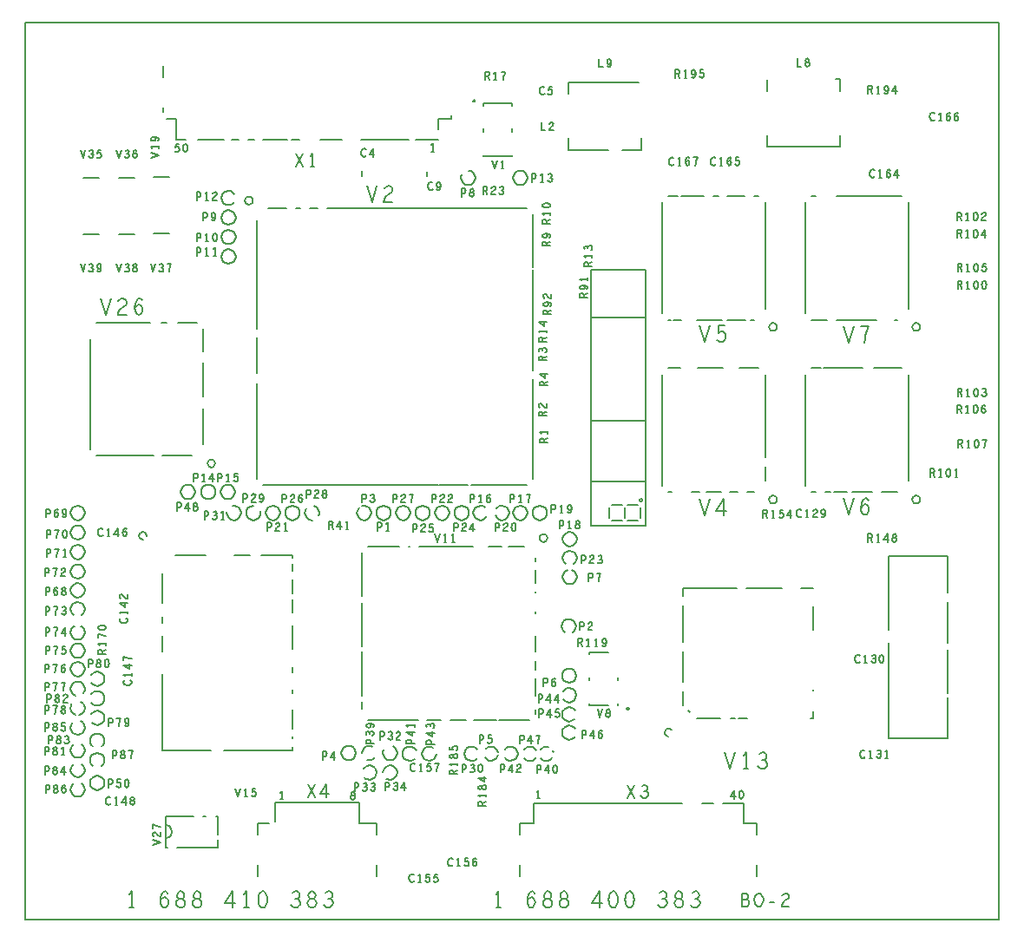
<source format=gbr>
G04 Gerber PCB Fabrication Data in Gerber  Example 2, created by Karel Tavernier, Filip Vermeire and Thomas Weyn*
G04 Ucamco copyright*
%TF.GenerationSoftware,Ucamco,UcamX,1.1.0-1400509*%
%TF.CreationDate,2014-07-14T00:00;00+01:00*%
%FSLAX25Y25*%
%MOMM*%
%TF.FileFunction,Legend,Top*%
%TF.FilePolarity,Positive*%
%TF.Part,Single*%
%TF.SameCoordinates*%
%TA.AperFunction,Material*%
%ADD10C,0.20000*%
G01*
%LPD*%
D10*
X735240Y6060020D02*
X784980Y5900000D01*
X834720Y6060020D01*
X907200Y6033350D02*
X919130Y6049350D01*
X933060Y6057350D01*
X948980Y6060020D01*
X968880Y6054690D01*
X982800Y6041350D01*
X986780Y6025350D01*
X984790Y6009340D01*
X976830Y5996010D01*
X937040Y5969340D01*
X919130Y5950670D01*
X907200Y5924000D01*
X903220Y5900000D01*
X986780D01*
X1067220Y5966670D02*
X1081140Y5985350D01*
X1093080Y5996010D01*
X1109000Y6001340D01*
X1122930Y5996010D01*
X1132870Y5985350D01*
X1140840Y5969340D01*
X1142820Y5950670D01*
X1140840Y5934670D01*
X1132870Y5918670D01*
X1120940Y5905330D01*
X1107010Y5900000D01*
X1091090Y5905330D01*
X1077170Y5921330D01*
X1069200Y5945340D01*
X1067220Y5972010D01*
X1071190Y6006680D01*
X1077170Y6025350D01*
X1087110Y6044020D01*
X1101040Y6057350D01*
X1114970Y6060020D01*
X1128900Y6054690D01*
X1138850Y6041350D01*
X1034700Y115000D02*
Y275000D01*
X1010820Y243000D01*
X1010820Y115000D02*
X1058580D01*
X1316890Y181660D02*
X1330820Y200330D01*
X1342760Y211000D01*
X1358680Y216330D01*
X1372610Y211000D01*
X1382560Y200330D01*
X1390520Y184330D01*
X1392510Y165670D01*
X1390520Y149660D01*
X1382560Y133660D01*
X1370620Y120330D01*
X1356690Y115000D01*
X1340770Y120330D01*
X1326840Y136330D01*
X1318880Y160330D01*
X1316890Y187000D01*
X1320870Y221660D01*
X1326840Y240340D01*
X1336790Y259000D01*
X1350720Y272330D01*
X1364650Y275000D01*
X1378580Y269670D01*
X1388530Y256330D01*
X1514700Y115000D02*
X1528630Y117670D01*
X1544550Y125660D01*
X1554500Y138990D01*
X1558480Y157670D01*
X1554500Y176330D01*
X1542560Y192330D01*
X1524650Y200330D01*
X1504750D01*
X1492810Y205670D01*
X1482860Y219000D01*
X1478880Y237660D01*
X1484850Y256330D01*
X1498780Y269670D01*
X1514700Y275000D01*
X1530620Y269670D01*
X1544550Y256330D01*
X1550520Y237660D01*
X1546540Y219000D01*
X1536590Y205670D01*
X1524650Y200330D01*
X1504750Y200330D02*
X1486840Y192330D01*
X1474900Y176330D01*
X1470920Y157670D01*
X1474900Y138990D01*
X1484850Y125660D01*
X1500770Y117670D01*
X1514700Y115000D01*
X1674700Y115000D02*
X1688630Y117670D01*
X1704550Y125660D01*
X1714500Y138990D01*
X1718480Y157670D01*
X1714500Y176330D01*
X1702560Y192330D01*
X1684650Y200330D01*
X1664750D01*
X1652810Y205670D01*
X1642860Y219000D01*
X1638880Y237660D01*
X1644850Y256330D01*
X1658780Y269670D01*
X1674700Y275000D01*
X1690620Y269670D01*
X1704550Y256330D01*
X1710520Y237660D01*
X1706540Y219000D01*
X1696590Y205670D01*
X1684650Y200330D01*
X1664750Y200330D02*
X1646840Y192330D01*
X1634900Y176330D01*
X1630920Y157670D01*
X1634900Y138990D01*
X1644850Y125660D01*
X1660770Y117670D01*
X1674700Y115000D01*
X2018580Y115000D02*
Y275000D01*
X1944950Y160330D01*
X2044450D01*
X2154700Y115000D02*
Y275000D01*
X2130820Y243000D01*
X2130820Y115000D02*
X2178580D01*
X2314700Y275000D02*
X2298780Y269670D01*
X2286840Y256330D01*
X2278880Y240340D01*
X2272910Y219000D01*
X2270920Y195000D01*
X2272910Y171000D01*
X2278880Y149660D01*
X2286840Y133660D01*
X2298780Y120330D01*
X2314700Y115000D01*
X2330620Y120330D01*
X2342560Y133660D01*
X2350520Y149660D01*
X2356490Y171000D01*
X2358480Y195000D01*
X2356490Y219000D01*
X2350520Y240340D01*
X2342560Y256330D01*
X2330620Y269670D01*
X2314700Y275000D01*
X2590920Y147000D02*
X2602860Y128330D01*
X2618780Y117670D01*
X2636690Y115000D01*
X2652610Y117670D01*
X2668530Y131000D01*
X2678480Y147000D01*
X2680470Y163000D01*
X2676490Y181660D01*
X2662560Y195000D01*
X2648630Y200330D01*
X2630720D01*
X2648630Y200330D02*
X2660570Y208330D01*
X2670520Y221660D01*
X2674500Y237660D01*
X2670520Y253670D01*
X2660570Y267000D01*
X2642660Y275000D01*
X2624750Y272330D01*
X2606840Y261660D01*
X2794700Y115000D02*
X2808630Y117670D01*
X2824550Y125660D01*
X2834500Y138990D01*
X2838480Y157670D01*
X2834500Y176330D01*
X2822560Y192330D01*
X2804650Y200330D01*
X2784750D01*
X2772810Y205670D01*
X2762860Y219000D01*
X2758880Y237660D01*
X2764850Y256330D01*
X2778780Y269670D01*
X2794700Y275000D01*
X2810620Y269670D01*
X2824550Y256330D01*
X2830520Y237660D01*
X2826540Y219000D01*
X2816590Y205670D01*
X2804650Y200330D01*
X2784750Y200330D02*
X2766840Y192330D01*
X2754900Y176330D01*
X2750920Y157670D01*
X2754900Y138990D01*
X2764850Y125660D01*
X2780770Y117670D01*
X2794700Y115000D01*
X2910920Y147000D02*
X2922860Y128330D01*
X2938780Y117670D01*
X2956690Y115000D01*
X2972610Y117670D01*
X2988530Y131000D01*
X2998480Y147000D01*
X3000470Y163000D01*
X2996490Y181660D01*
X2982560Y195000D01*
X2968630Y200330D01*
X2950720D01*
X2968630Y200330D02*
X2980570Y208330D01*
X2990520Y221660D01*
X2994500Y237660D01*
X2990520Y253670D01*
X2980570Y267000D01*
X2962660Y275000D01*
X2944750Y272330D01*
X2926840Y261660D01*
X2756450Y1195000D02*
X2824010Y1322000D01*
X2756450Y1322000D02*
X2824010Y1195000D01*
X2939070Y1195000D02*
Y1322000D01*
X2879550Y1230980D01*
X2959990D01*
X2636450Y7345000D02*
X2704010Y7472000D01*
X2636450Y7472000D02*
X2704010Y7345000D01*
X2799770Y7345000D02*
Y7472000D01*
X2780470Y7446600D01*
X2780470Y7345000D02*
X2819070D01*
X3330250Y7160020D02*
X3379990Y7000000D01*
X3429730Y7160020D01*
X3502210Y7133350D02*
X3514140Y7149350D01*
X3528070Y7157350D01*
X3543990Y7160020D01*
X3563890Y7154690D01*
X3577810Y7141350D01*
X3581790Y7125350D01*
X3579800Y7109340D01*
X3571840Y7096010D01*
X3532050Y7069340D01*
X3514140Y7050670D01*
X3502210Y7024000D01*
X3498230Y7000000D01*
X3581790D01*
X4614700Y115000D02*
Y275000D01*
X4590820Y243000D01*
X4590820Y115000D02*
X4638580D01*
X4896890Y181660D02*
X4910820Y200330D01*
X4922760Y211000D01*
X4938680Y216330D01*
X4952610Y211000D01*
X4962560Y200330D01*
X4970520Y184330D01*
X4972510Y165670D01*
X4970520Y149660D01*
X4962560Y133660D01*
X4950620Y120330D01*
X4936690Y115000D01*
X4920770Y120330D01*
X4906840Y136330D01*
X4898880Y160330D01*
X4896890Y187000D01*
X4900870Y221660D01*
X4906840Y240340D01*
X4916790Y259000D01*
X4930720Y272330D01*
X4944650Y275000D01*
X4958580Y269670D01*
X4968530Y256330D01*
X5094700Y115000D02*
X5108630Y117670D01*
X5124550Y125660D01*
X5134500Y138990D01*
X5138480Y157670D01*
X5134500Y176330D01*
X5122560Y192330D01*
X5104650Y200330D01*
X5084750D01*
X5072810Y205670D01*
X5062860Y219000D01*
X5058880Y237660D01*
X5064850Y256330D01*
X5078780Y269670D01*
X5094700Y275000D01*
X5110620Y269670D01*
X5124550Y256330D01*
X5130520Y237660D01*
X5126540Y219000D01*
X5116590Y205670D01*
X5104650Y200330D01*
X5084750Y200330D02*
X5066840Y192330D01*
X5054900Y176330D01*
X5050920Y157670D01*
X5054900Y138990D01*
X5064850Y125660D01*
X5080770Y117670D01*
X5094700Y115000D01*
X5254700Y115000D02*
X5268630Y117670D01*
X5284550Y125660D01*
X5294500Y138990D01*
X5298480Y157670D01*
X5294500Y176330D01*
X5282560Y192330D01*
X5264650Y200330D01*
X5244750D01*
X5232810Y205670D01*
X5222860Y219000D01*
X5218880Y237660D01*
X5224850Y256330D01*
X5238780Y269670D01*
X5254700Y275000D01*
X5270620Y269670D01*
X5284550Y256330D01*
X5290520Y237660D01*
X5286540Y219000D01*
X5276590Y205670D01*
X5264650Y200330D01*
X5244750Y200330D02*
X5226840Y192330D01*
X5214900Y176330D01*
X5210920Y157670D01*
X5214900Y138990D01*
X5224850Y125660D01*
X5240770Y117670D01*
X5254700Y115000D01*
X5598580Y115000D02*
Y275000D01*
X5524950Y160330D01*
X5624450D01*
X5734700Y275000D02*
X5718780Y269670D01*
X5706840Y256330D01*
X5698880Y240340D01*
X5692910Y219000D01*
X5690920Y195000D01*
X5692910Y171000D01*
X5698880Y149660D01*
X5706840Y133660D01*
X5718780Y120330D01*
X5734700Y115000D01*
X5750620Y120330D01*
X5762560Y133660D01*
X5770520Y149660D01*
X5776490Y171000D01*
X5778480Y195000D01*
X5776490Y219000D01*
X5770520Y240340D01*
X5762560Y256330D01*
X5750620Y269670D01*
X5734700Y275000D01*
X5894700Y275000D02*
X5878780Y269670D01*
X5866840Y256330D01*
X5858880Y240340D01*
X5852910Y219000D01*
X5850920Y195000D01*
X5852910Y171000D01*
X5858880Y149660D01*
X5866840Y133660D01*
X5878780Y120330D01*
X5894700Y115000D01*
X5910620Y120330D01*
X5922560Y133660D01*
X5930520Y149660D01*
X5936490Y171000D01*
X5938480Y195000D01*
X5936490Y219000D01*
X5930520Y240340D01*
X5922560Y256330D01*
X5910620Y269670D01*
X5894700Y275000D01*
X6170920Y147000D02*
X6182860Y128330D01*
X6198780Y117670D01*
X6216690Y115000D01*
X6232610Y117670D01*
X6248530Y131000D01*
X6258480Y147000D01*
X6260470Y163000D01*
X6256490Y181660D01*
X6242560Y195000D01*
X6228630Y200330D01*
X6210720D01*
X6228630Y200330D02*
X6240570Y208330D01*
X6250520Y221660D01*
X6254500Y237660D01*
X6250520Y253670D01*
X6240570Y267000D01*
X6222660Y275000D01*
X6204750Y272330D01*
X6186840Y261660D01*
X6374700Y115000D02*
X6388630Y117670D01*
X6404550Y125660D01*
X6414500Y138990D01*
X6418480Y157670D01*
X6414500Y176330D01*
X6402560Y192330D01*
X6384650Y200330D01*
X6364750D01*
X6352810Y205670D01*
X6342860Y219000D01*
X6338880Y237660D01*
X6344850Y256330D01*
X6358780Y269670D01*
X6374700Y275000D01*
X6390620Y269670D01*
X6404550Y256330D01*
X6410520Y237660D01*
X6406540Y219000D01*
X6396590Y205670D01*
X6384650Y200330D01*
X6364750Y200330D02*
X6346840Y192330D01*
X6334900Y176330D01*
X6330920Y157670D01*
X6334900Y138990D01*
X6344850Y125660D01*
X6360770Y117670D01*
X6374700Y115000D01*
X6490920Y147000D02*
X6502860Y128330D01*
X6518780Y117670D01*
X6536690Y115000D01*
X6552610Y117670D01*
X6568530Y131000D01*
X6578480Y147000D01*
X6580470Y163000D01*
X6576490Y181660D01*
X6562560Y195000D01*
X6548630Y200330D01*
X6530720D01*
X6548630Y200330D02*
X6560570Y208330D01*
X6570520Y221660D01*
X6574500Y237660D01*
X6570520Y253670D01*
X6560570Y267000D01*
X6542660Y275000D01*
X6524750Y272330D01*
X6506840Y261660D01*
X6055000Y3840000D02*
X5521600D01*
Y6341900D01*
X6055000D01*
Y3840000D01*
X5699400Y4017800D02*
Y3916200D01*
X5521600Y4271800D02*
X6055000D01*
X5521600Y4868700D02*
X6055000D01*
X5521600Y5872000D02*
X6055000D01*
X5876450Y1185000D02*
X5944010Y1312000D01*
X5876450Y1312000D02*
X5944010Y1185000D01*
X6004380Y1210400D02*
X6014030Y1195580D01*
X6026900Y1187120D01*
X6041380Y1185000D01*
X6054250Y1187120D01*
X6067120Y1197700D01*
X6075160Y1210400D01*
X6076770Y1223100D01*
X6073550Y1237910D01*
X6062290Y1248500D01*
X6051030Y1252730D01*
X6036550D01*
X6051030Y1252730D02*
X6060680Y1259080D01*
X6068730Y1269660D01*
X6071940Y1282370D01*
X6068730Y1295070D01*
X6060680Y1305650D01*
X6046200Y1312000D01*
X6031730Y1309880D01*
X6017250Y1301420D01*
X5877200Y3890800D02*
X5978800D01*
X5851800Y3916200D02*
Y4017800D01*
X5724800Y3890800D02*
X5826400D01*
X5826400Y4043200D02*
X5724800D01*
X5978800Y4043200D02*
X5877200D01*
X6004200Y3916200D02*
Y4017800D01*
X6580250Y4105020D02*
X6629990Y3945000D01*
X6679730Y4105020D01*
X6813890Y3945000D02*
Y4105020D01*
X6740270Y3990340D01*
X6839750D01*
X6580250Y5795020D02*
X6629990Y5635000D01*
X6679730Y5795020D01*
X6746240Y5659000D02*
X6758170Y5645670D01*
X6772100Y5637670D01*
X6790010Y5635000D01*
X6807920Y5640330D01*
X6821840Y5651000D01*
X6831790Y5669670D01*
X6833780Y5691000D01*
X6829800Y5712340D01*
X6819850Y5725680D01*
X6805930Y5736340D01*
X6792000Y5739010D01*
X6778070Y5736340D01*
X6760170Y5725680D01*
X6766130Y5795020D01*
X6819850D01*
X7038520Y194400D02*
X7044950Y200750D01*
X7049770Y211330D01*
X7052990Y226160D01*
X7049770Y238850D01*
X7043340Y247320D01*
X7032080Y253670D01*
X6988660D01*
Y126670D01*
X7041730D01*
X7052990Y135130D01*
X7059430Y147840D01*
X7062640Y162650D01*
X7059430Y177470D01*
X7049770Y190170D01*
X7038520Y194400D01*
X6988660D01*
X7155150Y126670D02*
X7142280Y128790D01*
X7131030Y137250D01*
X7121370Y149950D01*
X7114940Y164770D01*
X7111720Y181700D01*
Y198640D01*
X7114940Y215570D01*
X7121370Y230390D01*
X7131030Y243090D01*
X7142280Y251550D01*
X7155150Y253670D01*
X7168020Y251550D01*
X7179270Y243090D01*
X7188930Y230390D01*
X7195360Y215570D01*
X7198580Y198640D01*
Y181700D01*
X7195360Y164770D01*
X7188930Y149950D01*
X7179270Y137250D01*
X7168020Y128790D01*
X7155150Y126670D01*
X7263740Y169000D02*
X7305560D01*
X7383590Y232500D02*
X7393240Y245200D01*
X7404500Y251550D01*
X7417370Y253670D01*
X7433450Y249440D01*
X7444710Y238850D01*
X7447930Y226160D01*
X7446320Y213450D01*
X7439880Y202870D01*
X7407720Y181700D01*
X7393240Y166890D01*
X7383590Y145720D01*
X7380370Y126670D01*
X7447930D01*
X6820240Y1630020D02*
X6869980Y1470000D01*
X6919720Y1630020D01*
X7030000Y1470000D02*
Y1630020D01*
X7006120Y1598020D01*
X7006120Y1470000D02*
X7053870D01*
X7146250Y1502000D02*
X7158180Y1483330D01*
X7174100Y1472670D01*
X7192010Y1470000D01*
X7207930Y1472670D01*
X7223850Y1486000D01*
X7233790Y1502000D01*
X7235780Y1518010D01*
X7231800Y1536670D01*
X7217870Y1550010D01*
X7203950Y1555350D01*
X7186040D01*
X7203950Y1555350D02*
X7215890Y1563340D01*
X7225840Y1576680D01*
X7229810Y1592680D01*
X7225840Y1608680D01*
X7215890Y1622020D01*
X7197980Y1630020D01*
X7180070Y1627350D01*
X7162170Y1616680D01*
X7980250Y4110020D02*
X8029990Y3950000D01*
X8079730Y4110020D01*
X8152210Y4016670D02*
X8166130Y4035350D01*
X8178070Y4046010D01*
X8193990Y4051340D01*
X8207920Y4046010D01*
X8217860Y4035350D01*
X8225830Y4019340D01*
X8227810Y4000670D01*
X8225830Y3984670D01*
X8217860Y3968670D01*
X8205930Y3955330D01*
X8192000Y3950000D01*
X8176080Y3955330D01*
X8162160Y3971330D01*
X8154190Y3995340D01*
X8152210Y4022010D01*
X8156180Y4056680D01*
X8162160Y4075350D01*
X8172100Y4094020D01*
X8186030Y4107350D01*
X8199960Y4110020D01*
X8213890Y4104690D01*
X8223840Y4091350D01*
X7980250Y5790020D02*
X8029990Y5630000D01*
X8079730Y5790020D01*
X8186030Y5630000D02*
X8190010Y5664670D01*
X8195980Y5694000D01*
X8203940Y5720680D01*
X8213890Y5750010D01*
X8229800Y5790020D01*
X8150220D01*
X0Y0D02*
X9500000D01*
Y8750000D01*
X0D01*
Y0D01*
X196830Y1235000D02*
Y1313700D01*
X220190D01*
X227980Y1309760D01*
X233820Y1300580D01*
X235770Y1290090D01*
X233820Y1279600D01*
X228950Y1271730D01*
X220190Y1267790D01*
X196830D01*
X295000Y1235000D02*
X301810Y1236310D01*
X309600Y1240250D01*
X314470Y1246800D01*
X316410Y1255990D01*
X314470Y1265170D01*
X308630Y1273040D01*
X299870Y1276970D01*
X290130D01*
X284290Y1279600D01*
X279430Y1286150D01*
X277480Y1295340D01*
X280400Y1304520D01*
X287210Y1311080D01*
X295000Y1313700D01*
X302790Y1311080D01*
X309600Y1304520D01*
X312520Y1295340D01*
X310570Y1286150D01*
X305710Y1279600D01*
X299870Y1276970D01*
X290130Y1276970D02*
X281370Y1273040D01*
X275530Y1265170D01*
X273590Y1255990D01*
X275530Y1246800D01*
X280400Y1240250D01*
X288190Y1236310D01*
X295000Y1235000D01*
X355210Y1267790D02*
X362020Y1276970D01*
X367860Y1282220D01*
X375650Y1284840D01*
X382460Y1282220D01*
X387330Y1276970D01*
X391220Y1269100D01*
X392190Y1259920D01*
X391220Y1252050D01*
X387330Y1244180D01*
X381490Y1237620D01*
X374670Y1235000D01*
X366890Y1237620D01*
X360070Y1245490D01*
X356180Y1257300D01*
X355210Y1270410D01*
X357150Y1287470D01*
X360070Y1296650D01*
X364940Y1305830D01*
X371750Y1312390D01*
X378570Y1313700D01*
X385380Y1311080D01*
X390250Y1304520D01*
X191830Y1415000D02*
Y1493700D01*
X215190D01*
X222980Y1489760D01*
X228820Y1480580D01*
X230770Y1470090D01*
X228820Y1459600D01*
X223950Y1451730D01*
X215190Y1447790D01*
X191830D01*
X290000Y1415000D02*
X296810Y1416310D01*
X304600Y1420250D01*
X309470Y1426800D01*
X311410Y1435990D01*
X309470Y1445170D01*
X303630Y1453040D01*
X294870Y1456970D01*
X285130D01*
X279290Y1459600D01*
X274430Y1466150D01*
X272480Y1475340D01*
X275400Y1484520D01*
X282210Y1491080D01*
X290000Y1493700D01*
X297790Y1491080D01*
X304600Y1484520D01*
X307520Y1475340D01*
X305570Y1466150D01*
X300710Y1459600D01*
X294870Y1456970D01*
X285130Y1456970D02*
X276370Y1453040D01*
X270530Y1445170D01*
X268590Y1435990D01*
X270530Y1426800D01*
X275400Y1420250D01*
X283190Y1416310D01*
X290000Y1415000D01*
X380380Y1415000D02*
Y1493700D01*
X344370Y1437300D01*
X393030D01*
X191830Y1605000D02*
Y1683700D01*
X215190D01*
X222980Y1679760D01*
X228820Y1670580D01*
X230770Y1660090D01*
X228820Y1649600D01*
X223950Y1641730D01*
X215190Y1637790D01*
X191830D01*
X290000Y1605000D02*
X296810Y1606310D01*
X304600Y1610250D01*
X309470Y1616800D01*
X311410Y1625990D01*
X309470Y1635170D01*
X303630Y1643040D01*
X294870Y1646970D01*
X285130D01*
X279290Y1649600D01*
X274430Y1656150D01*
X272480Y1665340D01*
X275400Y1674520D01*
X282210Y1681080D01*
X290000Y1683700D01*
X297790Y1681080D01*
X304600Y1674520D01*
X307520Y1665340D01*
X305570Y1656150D01*
X300710Y1649600D01*
X294870Y1646970D01*
X285130Y1646970D02*
X276370Y1643040D01*
X270530Y1635170D01*
X268590Y1625990D01*
X270530Y1616800D01*
X275400Y1610250D01*
X283190Y1606310D01*
X290000Y1605000D01*
X368700Y1605000D02*
Y1683700D01*
X357020Y1667960D01*
X357020Y1605000D02*
X380380D01*
X191830Y1840000D02*
Y1918700D01*
X215190D01*
X222980Y1914760D01*
X228820Y1905580D01*
X230770Y1895090D01*
X228820Y1884600D01*
X223950Y1876730D01*
X215190Y1872790D01*
X191830D01*
X290000Y1840000D02*
X296810Y1841310D01*
X304600Y1845250D01*
X309470Y1851800D01*
X311410Y1860990D01*
X309470Y1870170D01*
X303630Y1878040D01*
X294870Y1881970D01*
X285130D01*
X279290Y1884600D01*
X274430Y1891150D01*
X272480Y1900340D01*
X275400Y1909520D01*
X282210Y1916080D01*
X290000Y1918700D01*
X297790Y1916080D01*
X304600Y1909520D01*
X307520Y1900340D01*
X305570Y1891150D01*
X300710Y1884600D01*
X294870Y1881970D01*
X285130Y1881970D02*
X276370Y1878040D01*
X270530Y1870170D01*
X268590Y1860990D01*
X270530Y1851800D01*
X275400Y1845250D01*
X283190Y1841310D01*
X290000Y1840000D01*
X347290Y1851800D02*
X353130Y1845250D01*
X359940Y1841310D01*
X368700Y1840000D01*
X377460Y1842620D01*
X384270Y1847870D01*
X389140Y1857050D01*
X390110Y1867540D01*
X388170Y1878040D01*
X383300Y1884600D01*
X376490Y1889840D01*
X369670Y1891150D01*
X362860Y1889840D01*
X354100Y1884600D01*
X357020Y1918700D01*
X383300D01*
X226830Y1715000D02*
Y1793700D01*
X250190D01*
X257980Y1789760D01*
X263820Y1780580D01*
X265770Y1770090D01*
X263820Y1759600D01*
X258950Y1751730D01*
X250190Y1747790D01*
X226830D01*
X325000Y1715000D02*
X331810Y1716310D01*
X339600Y1720250D01*
X344470Y1726800D01*
X346410Y1735990D01*
X344470Y1745170D01*
X338630Y1753040D01*
X329870Y1756970D01*
X320130D01*
X314290Y1759600D01*
X309430Y1766150D01*
X307480Y1775340D01*
X310400Y1784520D01*
X317210Y1791080D01*
X325000Y1793700D01*
X332790Y1791080D01*
X339600Y1784520D01*
X342520Y1775340D01*
X340570Y1766150D01*
X335710Y1759600D01*
X329870Y1756970D01*
X320130Y1756970D02*
X311370Y1753040D01*
X305530Y1745170D01*
X303590Y1735990D01*
X305530Y1726800D01*
X310400Y1720250D01*
X318190Y1716310D01*
X325000Y1715000D01*
X382290Y1730740D02*
X388130Y1721560D01*
X395910Y1716310D01*
X404670Y1715000D01*
X412460Y1716310D01*
X420250Y1722870D01*
X425110Y1730740D01*
X426090Y1738610D01*
X424140Y1747790D01*
X417330Y1754350D01*
X410510Y1756970D01*
X401750D01*
X410510Y1756970D02*
X416350Y1760910D01*
X421220Y1767470D01*
X423170Y1775340D01*
X421220Y1783210D01*
X416350Y1789760D01*
X407590Y1793700D01*
X398830Y1792390D01*
X390070Y1787140D01*
X211830Y2120000D02*
Y2198700D01*
X235190D01*
X242980Y2194760D01*
X248820Y2185580D01*
X250770Y2175090D01*
X248820Y2164600D01*
X243950Y2156730D01*
X235190Y2152790D01*
X211830D01*
X310000Y2120000D02*
X316810Y2121310D01*
X324600Y2125250D01*
X329470Y2131800D01*
X331410Y2140990D01*
X329470Y2150170D01*
X323630Y2158040D01*
X314870Y2161970D01*
X305130D01*
X299290Y2164600D01*
X294430Y2171150D01*
X292480Y2180340D01*
X295400Y2189520D01*
X302210Y2196080D01*
X310000Y2198700D01*
X317790Y2196080D01*
X324600Y2189520D01*
X327520Y2180340D01*
X325570Y2171150D01*
X320710Y2164600D01*
X314870Y2161970D01*
X305130Y2161970D02*
X296370Y2158040D01*
X290530Y2150170D01*
X288590Y2140990D01*
X290530Y2131800D01*
X295400Y2125250D01*
X303190Y2121310D01*
X310000Y2120000D01*
X370210Y2185580D02*
X376050Y2193450D01*
X382860Y2197390D01*
X390650Y2198700D01*
X400380Y2196080D01*
X407190Y2189520D01*
X409140Y2181650D01*
X408170Y2173780D01*
X404270Y2167220D01*
X384810Y2154100D01*
X376050Y2144920D01*
X370210Y2131800D01*
X368260Y2120000D01*
X409140D01*
X191830Y2010000D02*
Y2088700D01*
X215190D01*
X222980Y2084760D01*
X228820Y2075580D01*
X230770Y2065090D01*
X228820Y2054600D01*
X223950Y2046730D01*
X215190Y2042790D01*
X191830D01*
X288050Y2010000D02*
X290000Y2027050D01*
X292920Y2041480D01*
X296810Y2054600D01*
X301680Y2069020D01*
X309470Y2088700D01*
X270530D01*
X368700Y2010000D02*
X375510Y2011310D01*
X383300Y2015250D01*
X388170Y2021800D01*
X390110Y2030990D01*
X388170Y2040170D01*
X382330Y2048040D01*
X373570Y2051970D01*
X363830D01*
X357990Y2054600D01*
X353130Y2061150D01*
X351180Y2070340D01*
X354100Y2079520D01*
X360910Y2086080D01*
X368700Y2088700D01*
X376490Y2086080D01*
X383300Y2079520D01*
X386220Y2070340D01*
X384270Y2061150D01*
X379410Y2054600D01*
X373570Y2051970D01*
X363830Y2051970D02*
X355070Y2048040D01*
X349230Y2040170D01*
X347290Y2030990D01*
X349230Y2021800D01*
X354100Y2015250D01*
X361890Y2011310D01*
X368700Y2010000D01*
X191830Y2235000D02*
Y2313700D01*
X215190D01*
X222980Y2309760D01*
X228820Y2300580D01*
X230770Y2290090D01*
X228820Y2279600D01*
X223950Y2271730D01*
X215190Y2267790D01*
X191830D01*
X288050Y2235000D02*
X290000Y2252050D01*
X292920Y2266480D01*
X296810Y2279600D01*
X301680Y2294020D01*
X309470Y2313700D01*
X270530D01*
X366750Y2235000D02*
X368700Y2252050D01*
X371620Y2266480D01*
X375510Y2279600D01*
X380380Y2294020D01*
X388170Y2313700D01*
X349230D01*
X191830Y2410000D02*
Y2488700D01*
X215190D01*
X222980Y2484760D01*
X228820Y2475580D01*
X230770Y2465090D01*
X228820Y2454600D01*
X223950Y2446730D01*
X215190Y2442790D01*
X191830D01*
X288050Y2410000D02*
X290000Y2427050D01*
X292920Y2441480D01*
X296810Y2454600D01*
X301680Y2469020D01*
X309470Y2488700D01*
X270530D01*
X350210Y2442790D02*
X357020Y2451970D01*
X362860Y2457220D01*
X370650Y2459840D01*
X377460Y2457220D01*
X382330Y2451970D01*
X386220Y2444100D01*
X387190Y2434920D01*
X386220Y2427050D01*
X382330Y2419180D01*
X376490Y2412620D01*
X369670Y2410000D01*
X361890Y2412620D01*
X355070Y2420490D01*
X351180Y2432300D01*
X350210Y2445410D01*
X352150Y2462470D01*
X355070Y2471650D01*
X359940Y2480830D01*
X366750Y2487390D01*
X373570Y2488700D01*
X380380Y2486080D01*
X385250Y2479520D01*
X196830Y2590000D02*
Y2668700D01*
X220190D01*
X227980Y2664760D01*
X233820Y2655580D01*
X235770Y2645090D01*
X233820Y2634600D01*
X228950Y2626730D01*
X220190Y2622790D01*
X196830D01*
X293050Y2590000D02*
X295000Y2607050D01*
X297920Y2621480D01*
X301810Y2634600D01*
X306680Y2649020D01*
X314470Y2668700D01*
X275530D01*
X352290Y2601800D02*
X358130Y2595250D01*
X364940Y2591310D01*
X373700Y2590000D01*
X382460Y2592620D01*
X389270Y2597870D01*
X394140Y2607050D01*
X395110Y2617540D01*
X393170Y2628040D01*
X388300Y2634600D01*
X381490Y2639840D01*
X374670Y2641150D01*
X367860Y2639840D01*
X359100Y2634600D01*
X362020Y2668700D01*
X388300D01*
X196830Y2770000D02*
Y2848700D01*
X220190D01*
X227980Y2844760D01*
X233820Y2835580D01*
X235770Y2825090D01*
X233820Y2814600D01*
X228950Y2806730D01*
X220190Y2802790D01*
X196830D01*
X293050Y2770000D02*
X295000Y2787050D01*
X297920Y2801480D01*
X301810Y2814600D01*
X306680Y2829020D01*
X314470Y2848700D01*
X275530D01*
X385380Y2770000D02*
Y2848700D01*
X349370Y2792300D01*
X398030D01*
X196830Y2975000D02*
Y3053700D01*
X220190D01*
X227980Y3049760D01*
X233820Y3040580D01*
X235770Y3030090D01*
X233820Y3019600D01*
X228950Y3011730D01*
X220190Y3007790D01*
X196830D01*
X293050Y2975000D02*
X295000Y2992050D01*
X297920Y3006480D01*
X301810Y3019600D01*
X306680Y3034020D01*
X314470Y3053700D01*
X275530D01*
X352290Y2990740D02*
X358130Y2981560D01*
X365910Y2976310D01*
X374670Y2975000D01*
X382460Y2976310D01*
X390250Y2982870D01*
X395110Y2990740D01*
X396090Y2998610D01*
X394140Y3007790D01*
X387330Y3014350D01*
X380510Y3016970D01*
X371750D01*
X380510Y3016970D02*
X386350Y3020910D01*
X391220Y3027470D01*
X393170Y3035340D01*
X391220Y3043210D01*
X386350Y3049760D01*
X377590Y3053700D01*
X368830Y3052390D01*
X360070Y3047140D01*
X196830Y3165000D02*
Y3243700D01*
X220190D01*
X227980Y3239760D01*
X233820Y3230580D01*
X235770Y3220090D01*
X233820Y3209600D01*
X228950Y3201730D01*
X220190Y3197790D01*
X196830D01*
X276510Y3197790D02*
X283320Y3206970D01*
X289160Y3212220D01*
X296950Y3214840D01*
X303760Y3212220D01*
X308630Y3206970D01*
X312520Y3199100D01*
X313490Y3189920D01*
X312520Y3182050D01*
X308630Y3174180D01*
X302790Y3167620D01*
X295970Y3165000D01*
X288190Y3167620D01*
X281370Y3175490D01*
X277480Y3187300D01*
X276510Y3200410D01*
X278450Y3217470D01*
X281370Y3226650D01*
X286240Y3235830D01*
X293050Y3242390D01*
X299870Y3243700D01*
X306680Y3241080D01*
X311550Y3234520D01*
X373700Y3165000D02*
X380510Y3166310D01*
X388300Y3170250D01*
X393170Y3176800D01*
X395110Y3185990D01*
X393170Y3195170D01*
X387330Y3203040D01*
X378570Y3206970D01*
X368830D01*
X362990Y3209600D01*
X358130Y3216150D01*
X356180Y3225340D01*
X359100Y3234520D01*
X365910Y3241080D01*
X373700Y3243700D01*
X381490Y3241080D01*
X388300Y3234520D01*
X391220Y3225340D01*
X389270Y3216150D01*
X384410Y3209600D01*
X378570Y3206970D01*
X368830Y3206970D02*
X360070Y3203040D01*
X354230Y3195170D01*
X352290Y3185990D01*
X354230Y3176800D01*
X359100Y3170250D01*
X366890Y3166310D01*
X373700Y3165000D01*
X191830Y3350000D02*
Y3428700D01*
X215190D01*
X222980Y3424760D01*
X228820Y3415580D01*
X230770Y3405090D01*
X228820Y3394600D01*
X223950Y3386730D01*
X215190Y3382790D01*
X191830D01*
X288050Y3350000D02*
X290000Y3367050D01*
X292920Y3381480D01*
X296810Y3394600D01*
X301680Y3409020D01*
X309470Y3428700D01*
X270530D01*
X350210Y3415580D02*
X356050Y3423450D01*
X362860Y3427390D01*
X370650Y3428700D01*
X380380Y3426080D01*
X387190Y3419520D01*
X389140Y3411650D01*
X388170Y3403780D01*
X384270Y3397220D01*
X364810Y3384100D01*
X356050Y3374920D01*
X350210Y3361800D01*
X348260Y3350000D01*
X389140D01*
X206830Y3540000D02*
Y3618700D01*
X230190D01*
X237980Y3614760D01*
X243820Y3605580D01*
X245770Y3595090D01*
X243820Y3584600D01*
X238950Y3576730D01*
X230190Y3572790D01*
X206830D01*
X303050Y3540000D02*
X305000Y3557050D01*
X307920Y3571480D01*
X311810Y3584600D01*
X316680Y3599020D01*
X324470Y3618700D01*
X285530D01*
X383700Y3540000D02*
Y3618700D01*
X372020Y3602960D01*
X372020Y3540000D02*
X395380D01*
X206830Y3725000D02*
Y3803700D01*
X230190D01*
X237980Y3799760D01*
X243820Y3790580D01*
X245770Y3780090D01*
X243820Y3769600D01*
X238950Y3761730D01*
X230190Y3757790D01*
X206830D01*
X303050Y3725000D02*
X305000Y3742050D01*
X307920Y3756480D01*
X311810Y3769600D01*
X316680Y3784020D01*
X324470Y3803700D01*
X285530D01*
X383700Y3803700D02*
X375910Y3801080D01*
X370070Y3794520D01*
X366180Y3786650D01*
X363260Y3776150D01*
X362290Y3764350D01*
X363260Y3752540D01*
X366180Y3742050D01*
X370070Y3734180D01*
X375910Y3727620D01*
X383700Y3725000D01*
X391490Y3727620D01*
X397330Y3734180D01*
X401220Y3742050D01*
X404140Y3752540D01*
X405110Y3764350D01*
X404140Y3776150D01*
X401220Y3786650D01*
X397330Y3794520D01*
X391490Y3801080D01*
X383700Y3803700D01*
X201830Y3925000D02*
Y4003700D01*
X225190D01*
X232980Y3999760D01*
X238820Y3990580D01*
X240770Y3980090D01*
X238820Y3969600D01*
X233950Y3961730D01*
X225190Y3957790D01*
X201830D01*
X281510Y3957790D02*
X288320Y3966970D01*
X294160Y3972220D01*
X301950Y3974840D01*
X308760Y3972220D01*
X313630Y3966970D01*
X317520Y3959100D01*
X318490Y3949920D01*
X317520Y3942050D01*
X313630Y3934180D01*
X307790Y3927620D01*
X300970Y3925000D01*
X293190Y3927620D01*
X286370Y3935490D01*
X282480Y3947300D01*
X281510Y3960410D01*
X283450Y3977470D01*
X286370Y3986650D01*
X291240Y3995830D01*
X298050Y4002390D01*
X304870Y4003700D01*
X311680Y4001080D01*
X316550Y3994520D01*
X362150Y3934180D02*
X368970Y3927620D01*
X376750Y3925000D01*
X384540Y3927620D01*
X391350Y3935490D01*
X396220Y3947300D01*
X398170Y3959100D01*
Y3973530D01*
X396220Y3985340D01*
X391350Y3995830D01*
X385510Y4001080D01*
X378700Y4003700D01*
X370910Y4001080D01*
X365070Y3995830D01*
X361180Y3987960D01*
X359230Y3977470D01*
X361180Y3968290D01*
X366050Y3959100D01*
X371890Y3953860D01*
X378700Y3952540D01*
X386490Y3955170D01*
X392330Y3961730D01*
X398170Y3973530D01*
X616830Y2460000D02*
Y2538700D01*
X640190D01*
X647980Y2534760D01*
X653820Y2525580D01*
X655770Y2515090D01*
X653820Y2504600D01*
X648950Y2496730D01*
X640190Y2492790D01*
X616830D01*
X715000Y2460000D02*
X721810Y2461310D01*
X729600Y2465250D01*
X734470Y2471800D01*
X736410Y2480990D01*
X734470Y2490170D01*
X728630Y2498040D01*
X719870Y2501970D01*
X710130D01*
X704290Y2504600D01*
X699430Y2511150D01*
X697480Y2520340D01*
X700400Y2529520D01*
X707210Y2536080D01*
X715000Y2538700D01*
X722790Y2536080D01*
X729600Y2529520D01*
X732520Y2520340D01*
X730570Y2511150D01*
X725710Y2504600D01*
X719870Y2501970D01*
X710130Y2501970D02*
X701370Y2498040D01*
X695530Y2490170D01*
X693590Y2480990D01*
X695530Y2471800D01*
X700400Y2465250D01*
X708190Y2461310D01*
X715000Y2460000D01*
X793700Y2538700D02*
X785910Y2536080D01*
X780070Y2529520D01*
X776180Y2521650D01*
X773260Y2511150D01*
X772290Y2499350D01*
X773260Y2487540D01*
X776180Y2477050D01*
X780070Y2469180D01*
X785910Y2462620D01*
X793700Y2460000D01*
X801490Y2462620D01*
X807330Y2469180D01*
X811220Y2477050D01*
X814140Y2487540D01*
X815110Y2499350D01*
X814140Y2511150D01*
X811220Y2521650D01*
X807330Y2529520D01*
X801490Y2536080D01*
X793700Y2538700D01*
X536920Y6398740D02*
X561260Y6320000D01*
X585600Y6398740D01*
X618580Y6335750D02*
X624420Y6326560D01*
X632210Y6321310D01*
X640970Y6320000D01*
X648760Y6321310D01*
X656550Y6327870D01*
X661420Y6335750D01*
X662390Y6343620D01*
X660450Y6352810D01*
X653630Y6359370D01*
X646820Y6362000D01*
X638050D01*
X646820Y6362000D02*
X652660Y6365930D01*
X657530Y6372490D01*
X659470Y6380370D01*
X657530Y6388240D01*
X652660Y6394800D01*
X643890Y6398740D01*
X635130Y6397430D01*
X626370Y6392180D01*
X702190Y6329180D02*
X709000Y6322620D01*
X716790Y6320000D01*
X724580Y6322620D01*
X731400Y6330500D01*
X736270Y6342310D01*
X738210Y6354120D01*
Y6368560D01*
X736270Y6380370D01*
X731400Y6390870D01*
X725560Y6396120D01*
X718740Y6398740D01*
X710950Y6396120D01*
X705110Y6390870D01*
X701210Y6382990D01*
X699270Y6372490D01*
X701210Y6363310D01*
X706080Y6354120D01*
X711920Y6348870D01*
X718740Y6347560D01*
X726530Y6350180D01*
X732370Y6356740D01*
X738210Y6368560D01*
X536920Y7510040D02*
X561260Y7431300D01*
X585600Y7510040D01*
X618580Y7447050D02*
X624420Y7437860D01*
X632210Y7432610D01*
X640970Y7431300D01*
X648760Y7432610D01*
X656550Y7439170D01*
X661420Y7447050D01*
X662390Y7454920D01*
X660450Y7464110D01*
X653630Y7470670D01*
X646820Y7473300D01*
X638050D01*
X646820Y7473300D02*
X652660Y7477230D01*
X657530Y7483790D01*
X659470Y7491670D01*
X657530Y7499540D01*
X652660Y7506100D01*
X643890Y7510040D01*
X635130Y7508730D01*
X626370Y7503480D01*
X697320Y7443110D02*
X703160Y7436550D01*
X709980Y7432610D01*
X718740Y7431300D01*
X727500Y7433920D01*
X734320Y7439170D01*
X739190Y7448360D01*
X740160Y7458860D01*
X738210Y7469360D01*
X733340Y7475920D01*
X726530Y7481170D01*
X719710Y7482480D01*
X712900Y7481170D01*
X704140Y7475920D01*
X707060Y7510040D01*
X733340D01*
X811830Y1290000D02*
Y1368700D01*
X835190D01*
X842980Y1364760D01*
X848820Y1355580D01*
X850770Y1345090D01*
X848820Y1334600D01*
X843950Y1326730D01*
X835190Y1322790D01*
X811830D01*
X888590Y1301800D02*
X894430Y1295250D01*
X901240Y1291310D01*
X910000Y1290000D01*
X918760Y1292620D01*
X925570Y1297870D01*
X930440Y1307050D01*
X931410Y1317540D01*
X929470Y1328040D01*
X924600Y1334600D01*
X917790Y1339840D01*
X910970Y1341150D01*
X904160Y1339840D01*
X895400Y1334600D01*
X898320Y1368700D01*
X924600D01*
X988700Y1368700D02*
X980910Y1366080D01*
X975070Y1359520D01*
X971180Y1351650D01*
X968260Y1341150D01*
X967290Y1329350D01*
X968260Y1317540D01*
X971180Y1307050D01*
X975070Y1299180D01*
X980910Y1292620D01*
X988700Y1290000D01*
X996490Y1292620D01*
X1002330Y1299180D01*
X1006220Y1307050D01*
X1009140Y1317540D01*
X1010110Y1329350D01*
X1009140Y1341150D01*
X1006220Y1351650D01*
X1002330Y1359520D01*
X996490Y1366080D01*
X988700Y1368700D01*
X828310Y1192180D02*
X822470Y1196120D01*
X815650Y1198740D01*
X807860D01*
X799100Y1194800D01*
X792290Y1188240D01*
X787420Y1180370D01*
X783520Y1167240D01*
X782550Y1155430D01*
X784500Y1143620D01*
X787420Y1135750D01*
X793260Y1127870D01*
X800070Y1122620D01*
X806890Y1120000D01*
X813710D01*
X820520Y1122620D01*
X826360Y1126560D01*
X831230Y1131810D01*
X885630Y1120000D02*
Y1198740D01*
X873950Y1182990D01*
X873950Y1120000D02*
X897310D01*
X976050Y1120000D02*
Y1198740D01*
X940030Y1142310D01*
X988710D01*
X1043110Y1120000D02*
X1049930Y1121310D01*
X1057710Y1125250D01*
X1062580Y1131810D01*
X1064530Y1141000D01*
X1062580Y1150180D01*
X1056740Y1158060D01*
X1047980Y1162000D01*
X1038240D01*
X1032400Y1164620D01*
X1027530Y1171180D01*
X1025580Y1180370D01*
X1028510Y1189550D01*
X1035320Y1196120D01*
X1043110Y1198740D01*
X1050900Y1196120D01*
X1057710Y1189550D01*
X1060640Y1180370D01*
X1058690Y1171180D01*
X1053820Y1164620D01*
X1047980Y1162000D01*
X1038240Y1162000D02*
X1029480Y1158060D01*
X1023640Y1150180D01*
X1021690Y1141000D01*
X1023640Y1131810D01*
X1028510Y1125250D01*
X1036290Y1121310D01*
X1043110Y1120000D01*
X851830Y1570000D02*
Y1648700D01*
X875190D01*
X882980Y1644760D01*
X888820Y1635580D01*
X890770Y1625090D01*
X888820Y1614600D01*
X883950Y1606730D01*
X875190Y1602790D01*
X851830D01*
X950000Y1570000D02*
X956810Y1571310D01*
X964600Y1575250D01*
X969470Y1581800D01*
X971410Y1590990D01*
X969470Y1600170D01*
X963630Y1608040D01*
X954870Y1611970D01*
X945130D01*
X939290Y1614600D01*
X934430Y1621150D01*
X932480Y1630340D01*
X935400Y1639520D01*
X942210Y1646080D01*
X950000Y1648700D01*
X957790Y1646080D01*
X964600Y1639520D01*
X967520Y1630340D01*
X965570Y1621150D01*
X960710Y1614600D01*
X954870Y1611970D01*
X945130Y1611970D02*
X936370Y1608040D01*
X930530Y1600170D01*
X928590Y1590990D01*
X930530Y1581800D01*
X935400Y1575250D01*
X943190Y1571310D01*
X950000Y1570000D01*
X1026750Y1570000D02*
X1028700Y1587050D01*
X1031620Y1601480D01*
X1035510Y1614600D01*
X1040380Y1629020D01*
X1048170Y1648700D01*
X1009230D01*
X811830Y1885000D02*
Y1963700D01*
X835190D01*
X842980Y1959760D01*
X848820Y1950580D01*
X850770Y1940090D01*
X848820Y1929600D01*
X843950Y1921730D01*
X835190Y1917790D01*
X811830D01*
X908050Y1885000D02*
X910000Y1902050D01*
X912920Y1916480D01*
X916810Y1929600D01*
X921680Y1944020D01*
X929470Y1963700D01*
X890530D01*
X972150Y1894180D02*
X978970Y1887620D01*
X986750Y1885000D01*
X994540Y1887620D01*
X1001350Y1895490D01*
X1006220Y1907300D01*
X1008170Y1919100D01*
Y1933530D01*
X1006220Y1945340D01*
X1001350Y1955830D01*
X995510Y1961080D01*
X988700Y1963700D01*
X980910Y1961080D01*
X975070Y1955830D01*
X971180Y1947960D01*
X969230Y1937470D01*
X971180Y1928290D01*
X976050Y1919100D01*
X981890Y1913860D01*
X988700Y1912540D01*
X996490Y1915170D01*
X1002330Y1921730D01*
X1008170Y1933530D01*
X785000Y2592480D02*
X706300D01*
Y2616820D01*
X710240Y2624600D01*
X715480Y2629470D01*
X725980Y2631420D01*
X736470Y2629470D01*
X743030Y2623630D01*
X746960Y2616820D01*
Y2592480D01*
X746960Y2616820D02*
X785000Y2631420D01*
X785000Y2690650D02*
X706300D01*
X722040Y2678970D01*
X785000Y2678970D02*
Y2702330D01*
X785000Y2767400D02*
X767950Y2769350D01*
X753520Y2772270D01*
X740400Y2776160D01*
X725980Y2781030D01*
X706300Y2788820D01*
Y2749880D01*
X706300Y2848050D02*
X708920Y2840260D01*
X715480Y2834420D01*
X723350Y2830530D01*
X733850Y2827610D01*
X745650Y2826640D01*
X757460Y2827610D01*
X767950Y2830530D01*
X775820Y2834420D01*
X782380Y2840260D01*
X785000Y2848050D01*
X782380Y2855840D01*
X775820Y2861680D01*
X767950Y2865570D01*
X757460Y2868490D01*
X745650Y2869460D01*
X733850Y2868490D01*
X723350Y2865570D01*
X715480Y2861680D01*
X708920Y2855840D01*
X706300Y2848050D01*
X753310Y3812180D02*
X747470Y3816120D01*
X740650Y3818740D01*
X732860D01*
X724100Y3814800D01*
X717290Y3808240D01*
X712420Y3800370D01*
X708520Y3787240D01*
X707550Y3775430D01*
X709500Y3763620D01*
X712420Y3755750D01*
X718260Y3747870D01*
X725070Y3742620D01*
X731890Y3740000D01*
X738710D01*
X745520Y3742620D01*
X751360Y3746560D01*
X756230Y3751810D01*
X810630Y3740000D02*
Y3818740D01*
X798950Y3802990D01*
X798950Y3740000D02*
X822310D01*
X901050Y3740000D02*
Y3818740D01*
X865030Y3762310D01*
X913710D01*
X949610Y3772810D02*
X956430Y3782000D01*
X962270Y3787240D01*
X970060Y3789870D01*
X976870Y3787240D01*
X981740Y3782000D01*
X985640Y3774120D01*
X986610Y3764930D01*
X985640Y3757060D01*
X981740Y3749180D01*
X975900Y3742620D01*
X969080Y3740000D01*
X961290Y3742620D01*
X954480Y3750500D01*
X950580Y3762310D01*
X949610Y3775430D01*
X951560Y3792490D01*
X954480Y3801680D01*
X959350Y3810870D01*
X966160Y3817430D01*
X972980Y3818740D01*
X979790Y3816120D01*
X984660Y3809550D01*
X886920Y6398740D02*
X911260Y6320000D01*
X935600Y6398740D01*
X968580Y6335750D02*
X974420Y6326560D01*
X982210Y6321310D01*
X990970Y6320000D01*
X998760Y6321310D01*
X1006550Y6327870D01*
X1011420Y6335750D01*
X1012390Y6343620D01*
X1010450Y6352810D01*
X1003630Y6359370D01*
X996820Y6362000D01*
X988050D01*
X996820Y6362000D02*
X1002660Y6365930D01*
X1007530Y6372490D01*
X1009470Y6380370D01*
X1007530Y6388240D01*
X1002660Y6394800D01*
X993890Y6398740D01*
X985130Y6397430D01*
X976370Y6392180D01*
X1068740Y6320000D02*
X1075560Y6321310D01*
X1083340Y6325250D01*
X1088210Y6331810D01*
X1090160Y6341000D01*
X1088210Y6350180D01*
X1082370Y6358060D01*
X1073610Y6362000D01*
X1063870D01*
X1058030Y6364620D01*
X1053160Y6371180D01*
X1051210Y6380370D01*
X1054140Y6389550D01*
X1060950Y6396120D01*
X1068740Y6398740D01*
X1076530Y6396120D01*
X1083340Y6389550D01*
X1086270Y6380370D01*
X1084320Y6371180D01*
X1079450Y6364620D01*
X1073610Y6362000D01*
X1063870Y6362000D02*
X1055110Y6358060D01*
X1049270Y6350180D01*
X1047320Y6341000D01*
X1049270Y6331810D01*
X1054140Y6325250D01*
X1061920Y6321310D01*
X1068740Y6320000D01*
X886920Y7510040D02*
X911260Y7431300D01*
X935600Y7510040D01*
X968580Y7447050D02*
X974420Y7437860D01*
X982210Y7432610D01*
X990970Y7431300D01*
X998760Y7432610D01*
X1006550Y7439170D01*
X1011420Y7447050D01*
X1012390Y7454920D01*
X1010450Y7464110D01*
X1003630Y7470670D01*
X996820Y7473300D01*
X988050D01*
X996820Y7473300D02*
X1002660Y7477230D01*
X1007530Y7483790D01*
X1009470Y7491670D01*
X1007530Y7499540D01*
X1002660Y7506100D01*
X993890Y7510040D01*
X985130Y7508730D01*
X976370Y7503480D01*
X1050240Y7464110D02*
X1057060Y7473300D01*
X1062900Y7478540D01*
X1070690Y7481170D01*
X1077500Y7478540D01*
X1082370Y7473300D01*
X1086270Y7465420D01*
X1087240Y7456230D01*
X1086270Y7448360D01*
X1082370Y7440480D01*
X1076530Y7433920D01*
X1069710Y7431300D01*
X1061920Y7433920D01*
X1055110Y7441800D01*
X1051210Y7453610D01*
X1050240Y7466730D01*
X1052190Y7483790D01*
X1055110Y7492980D01*
X1059980Y7502170D01*
X1066790Y7508730D01*
X1073610Y7510040D01*
X1080420Y7507420D01*
X1085290Y7500850D01*
X962820Y2333310D02*
X958880Y2327470D01*
X956260Y2320650D01*
Y2312860D01*
X960200Y2304100D01*
X966760Y2297290D01*
X974630Y2292420D01*
X987760Y2288520D01*
X999570Y2287550D01*
X1011380Y2289500D01*
X1019250Y2292420D01*
X1027130Y2298260D01*
X1032380Y2305070D01*
X1035000Y2311890D01*
Y2318710D01*
X1032380Y2325520D01*
X1028440Y2331360D01*
X1023190Y2336230D01*
X1035000Y2390630D02*
X956260D01*
X972010Y2378950D01*
X1035000Y2378950D02*
Y2402310D01*
X1035000Y2481050D02*
X956260D01*
X1012690Y2445030D01*
Y2493710D01*
X1035000Y2546160D02*
X1017940Y2548110D01*
X1003510Y2551030D01*
X990380Y2554930D01*
X975950Y2559790D01*
X956260Y2567580D01*
Y2528640D01*
X922820Y2938310D02*
X918880Y2932470D01*
X916260Y2925650D01*
Y2917860D01*
X920200Y2909100D01*
X926760Y2902290D01*
X934630Y2897420D01*
X947760Y2893520D01*
X959570Y2892550D01*
X971380Y2894500D01*
X979250Y2897420D01*
X987130Y2903260D01*
X992380Y2910070D01*
X995000Y2916890D01*
Y2923710D01*
X992380Y2930520D01*
X988440Y2936360D01*
X983190Y2941230D01*
X995000Y2995630D02*
X916260D01*
X932010Y2983950D01*
X995000Y2983950D02*
Y3007310D01*
X995000Y3086050D02*
X916260D01*
X972690Y3050030D01*
Y3098710D01*
X929380Y3134610D02*
X921510Y3140450D01*
X917570Y3147270D01*
X916260Y3155060D01*
X918880Y3164790D01*
X925450Y3171610D01*
X933320Y3173560D01*
X941200Y3172580D01*
X947760Y3168690D01*
X960880Y3149220D01*
X970070Y3140450D01*
X983190Y3134610D01*
X995000Y3132660D01*
Y3173560D01*
X1241260Y726920D02*
X1320000Y751260D01*
X1241260Y775600D01*
X1254380Y811500D02*
X1246510Y817340D01*
X1242570Y824160D01*
X1241260Y831950D01*
X1243880Y841680D01*
X1250450Y848500D01*
X1258320Y850450D01*
X1266200Y849470D01*
X1272760Y845580D01*
X1285880Y826110D01*
X1295070Y817340D01*
X1308190Y811500D01*
X1320000Y809550D01*
Y850450D01*
X1320000Y906790D02*
X1302940Y908740D01*
X1288510Y911660D01*
X1275380Y915560D01*
X1260950Y920420D01*
X1241260Y928210D01*
Y889270D01*
X1221920Y6398740D02*
X1246260Y6320000D01*
X1270600Y6398740D01*
X1303580Y6335750D02*
X1309420Y6326560D01*
X1317210Y6321310D01*
X1325970Y6320000D01*
X1333760Y6321310D01*
X1341550Y6327870D01*
X1346420Y6335750D01*
X1347390Y6343620D01*
X1345450Y6352810D01*
X1338630Y6359370D01*
X1331820Y6362000D01*
X1323050D01*
X1331820Y6362000D02*
X1337660Y6365930D01*
X1342530Y6372490D01*
X1344470Y6380370D01*
X1342530Y6388240D01*
X1337660Y6394800D01*
X1328890Y6398740D01*
X1320130Y6397430D01*
X1311370Y6392180D01*
X1401790Y6320000D02*
X1403740Y6337060D01*
X1406660Y6351490D01*
X1410560Y6364620D01*
X1415420Y6379050D01*
X1423210Y6398740D01*
X1384270D01*
X1221260Y7436920D02*
X1300000Y7461260D01*
X1221260Y7485600D01*
X1300000Y7540000D02*
X1221260D01*
X1237010Y7528320D01*
X1300000Y7528320D02*
Y7551680D01*
X1290820Y7602190D02*
X1297380Y7609000D01*
X1300000Y7616790D01*
X1297380Y7624580D01*
X1289500Y7631400D01*
X1277690Y7636270D01*
X1265880Y7638210D01*
X1251440D01*
X1239630Y7636270D01*
X1229130Y7631400D01*
X1223880Y7625560D01*
X1221260Y7618740D01*
X1223880Y7610950D01*
X1229130Y7605110D01*
X1237010Y7601210D01*
X1247510Y7599270D01*
X1256690Y7601210D01*
X1265880Y7606080D01*
X1271130Y7611920D01*
X1272440Y7618740D01*
X1269820Y7626530D01*
X1263260Y7632370D01*
X1251440Y7638210D01*
X1481830Y3990000D02*
Y4068700D01*
X1505190D01*
X1512980Y4064760D01*
X1518820Y4055580D01*
X1520770Y4045090D01*
X1518820Y4034600D01*
X1513950Y4026730D01*
X1505190Y4022790D01*
X1481830D01*
X1591680Y3990000D02*
Y4068700D01*
X1555670Y4012300D01*
X1604330D01*
X1658700Y3990000D02*
X1665510Y3991310D01*
X1673300Y3995250D01*
X1678170Y4001800D01*
X1680110Y4010990D01*
X1678170Y4020170D01*
X1672330Y4028040D01*
X1663570Y4031970D01*
X1653830D01*
X1647990Y4034600D01*
X1643130Y4041150D01*
X1641180Y4050340D01*
X1644100Y4059520D01*
X1650910Y4066080D01*
X1658700Y4068700D01*
X1666490Y4066080D01*
X1673300Y4059520D01*
X1676220Y4050340D01*
X1674270Y4041150D01*
X1669410Y4034600D01*
X1663570Y4031970D01*
X1653830Y4031970D02*
X1645070Y4028040D01*
X1639230Y4020170D01*
X1637290Y4010990D01*
X1639230Y4001800D01*
X1644100Y3995250D01*
X1651890Y3991310D01*
X1658700Y3990000D01*
X1641830Y4275000D02*
Y4353700D01*
X1665190D01*
X1672980Y4349760D01*
X1678820Y4340580D01*
X1680770Y4330090D01*
X1678820Y4319600D01*
X1673950Y4311730D01*
X1665190Y4307790D01*
X1641830D01*
X1740000Y4275000D02*
Y4353700D01*
X1728320Y4337960D01*
X1728320Y4275000D02*
X1751680D01*
X1830380Y4275000D02*
Y4353700D01*
X1794370Y4297300D01*
X1843030D01*
X1671830Y6480000D02*
Y6558700D01*
X1695190D01*
X1702980Y6554760D01*
X1708820Y6545580D01*
X1710770Y6535090D01*
X1708820Y6524600D01*
X1703950Y6516730D01*
X1695190Y6512790D01*
X1671830D01*
X1770000Y6480000D02*
Y6558700D01*
X1758320Y6542960D01*
X1758320Y6480000D02*
X1781680D01*
X1848700Y6480000D02*
Y6558700D01*
X1837020Y6542960D01*
X1837020Y6480000D02*
X1860380D01*
X1671830Y6620000D02*
Y6698700D01*
X1695190D01*
X1702980Y6694760D01*
X1708820Y6685580D01*
X1710770Y6675090D01*
X1708820Y6664600D01*
X1703950Y6656730D01*
X1695190Y6652790D01*
X1671830D01*
X1770000Y6620000D02*
Y6698700D01*
X1758320Y6682960D01*
X1758320Y6620000D02*
X1781680D01*
X1848700Y6698700D02*
X1840910Y6696080D01*
X1835070Y6689520D01*
X1831180Y6681650D01*
X1828260Y6671150D01*
X1827290Y6659350D01*
X1828260Y6647540D01*
X1831180Y6637050D01*
X1835070Y6629180D01*
X1840910Y6622620D01*
X1848700Y6620000D01*
X1856490Y6622620D01*
X1862330Y6629180D01*
X1866220Y6637050D01*
X1869140Y6647540D01*
X1870110Y6659350D01*
X1869140Y6671150D01*
X1866220Y6681650D01*
X1862330Y6689520D01*
X1856490Y6696080D01*
X1848700Y6698700D01*
X1671830Y7020000D02*
Y7098700D01*
X1695190D01*
X1702980Y7094760D01*
X1708820Y7085580D01*
X1710770Y7075090D01*
X1708820Y7064600D01*
X1703950Y7056730D01*
X1695190Y7052790D01*
X1671830D01*
X1770000Y7020000D02*
Y7098700D01*
X1758320Y7082960D01*
X1758320Y7020000D02*
X1781680D01*
X1830210Y7085580D02*
X1836050Y7093450D01*
X1842860Y7097390D01*
X1850650Y7098700D01*
X1860380Y7096080D01*
X1867190Y7089520D01*
X1869140Y7081650D01*
X1868170Y7073780D01*
X1864270Y7067220D01*
X1844810Y7054100D01*
X1836050Y7044920D01*
X1830210Y7031800D01*
X1828260Y7020000D01*
X1869140D01*
X1459240Y7501800D02*
X1465080Y7495250D01*
X1471890Y7491310D01*
X1480650Y7490000D01*
X1489410Y7492620D01*
X1496220Y7497870D01*
X1501090Y7507050D01*
X1502060Y7517540D01*
X1500120Y7528040D01*
X1495250Y7534600D01*
X1488440Y7539840D01*
X1481620Y7541150D01*
X1474810Y7539840D01*
X1466050Y7534600D01*
X1468970Y7568700D01*
X1495250D01*
X1559350Y7568700D02*
X1551560Y7566080D01*
X1545720Y7559520D01*
X1541830Y7551650D01*
X1538910Y7541150D01*
X1537940Y7529350D01*
X1538910Y7517540D01*
X1541830Y7507050D01*
X1545720Y7499180D01*
X1551560Y7492620D01*
X1559350Y7490000D01*
X1567140Y7492620D01*
X1572980Y7499180D01*
X1576870Y7507050D01*
X1579790Y7517540D01*
X1580760Y7529350D01*
X1579790Y7541150D01*
X1576870Y7551650D01*
X1572980Y7559520D01*
X1567140Y7566080D01*
X1559350Y7568700D01*
X1746830Y3905000D02*
Y3983700D01*
X1770190D01*
X1777980Y3979760D01*
X1783820Y3970580D01*
X1785770Y3960090D01*
X1783820Y3949600D01*
X1778950Y3941730D01*
X1770190Y3937790D01*
X1746830D01*
X1823590Y3920740D02*
X1829430Y3911560D01*
X1837210Y3906310D01*
X1845970Y3905000D01*
X1853760Y3906310D01*
X1861550Y3912870D01*
X1866410Y3920740D01*
X1867390Y3928610D01*
X1865440Y3937790D01*
X1858630Y3944350D01*
X1851810Y3946970D01*
X1843050D01*
X1851810Y3946970D02*
X1857650Y3950910D01*
X1862520Y3957470D01*
X1864470Y3965340D01*
X1862520Y3973210D01*
X1857650Y3979760D01*
X1848890Y3983700D01*
X1840130Y3982390D01*
X1831370Y3977140D01*
X1923700Y3905000D02*
Y3983700D01*
X1912020Y3967960D01*
X1912020Y3905000D02*
X1935380D01*
X1876530Y4274500D02*
Y4353200D01*
X1899890D01*
X1907680Y4349260D01*
X1913520Y4340080D01*
X1915470Y4329590D01*
X1913520Y4319100D01*
X1908650Y4311230D01*
X1899890Y4307290D01*
X1876530D01*
X1974700Y4274500D02*
Y4353200D01*
X1963020Y4337460D01*
X1963020Y4274500D02*
X1986380D01*
X2031990Y4286300D02*
X2037830Y4279750D01*
X2044640Y4275810D01*
X2053400Y4274500D01*
X2062160Y4277120D01*
X2068970Y4282370D01*
X2073840Y4291550D01*
X2074810Y4302040D01*
X2072870Y4312540D01*
X2068000Y4319100D01*
X2061190Y4324340D01*
X2054370Y4325650D01*
X2047560Y4324340D01*
X2038800Y4319100D01*
X2041720Y4353200D01*
X2068000D01*
X1736180Y6820000D02*
Y6898700D01*
X1759540D01*
X1767330Y6894760D01*
X1773170Y6885580D01*
X1775120Y6875090D01*
X1773170Y6864600D01*
X1768300Y6856730D01*
X1759540Y6852790D01*
X1736180D01*
X1817800Y6829180D02*
X1824620Y6822620D01*
X1832400Y6820000D01*
X1840190Y6822620D01*
X1847000Y6830490D01*
X1851870Y6842300D01*
X1853820Y6854100D01*
Y6868530D01*
X1851870Y6880340D01*
X1847000Y6890830D01*
X1841160Y6896080D01*
X1834350Y6898700D01*
X1826560Y6896080D01*
X1820720Y6890830D01*
X1816830Y6882960D01*
X1814880Y6872470D01*
X1816830Y6863290D01*
X1821700Y6854100D01*
X1827540Y6848860D01*
X1834350Y6847540D01*
X1842140Y6850170D01*
X1847980Y6856730D01*
X1853820Y6868530D01*
X2046920Y1278740D02*
X2071260Y1200000D01*
X2095600Y1278740D01*
X2150000Y1200000D02*
Y1278740D01*
X2138320Y1262990D01*
X2138320Y1200000D02*
X2161680D01*
X2207320Y1211810D02*
X2213160Y1205250D01*
X2219980Y1201310D01*
X2228740Y1200000D01*
X2237500Y1202620D01*
X2244320Y1207870D01*
X2249190Y1217060D01*
X2250160Y1227560D01*
X2248210Y1238060D01*
X2243340Y1244620D01*
X2236530Y1249870D01*
X2229710Y1251180D01*
X2222900Y1249870D01*
X2214140Y1244620D01*
X2217060Y1278740D01*
X2243340D01*
X2126830Y4075000D02*
Y4153700D01*
X2150190D01*
X2157980Y4149760D01*
X2163820Y4140580D01*
X2165770Y4130090D01*
X2163820Y4119600D01*
X2158950Y4111730D01*
X2150190Y4107790D01*
X2126830D01*
X2206510Y4140580D02*
X2212350Y4148450D01*
X2219160Y4152390D01*
X2226950Y4153700D01*
X2236680Y4151080D01*
X2243490Y4144520D01*
X2245440Y4136650D01*
X2244470Y4128780D01*
X2240570Y4122220D01*
X2221110Y4109100D01*
X2212350Y4099920D01*
X2206510Y4086800D01*
X2204560Y4075000D01*
X2245440D01*
X2287150Y4084180D02*
X2293970Y4077620D01*
X2301750Y4075000D01*
X2309540Y4077620D01*
X2316350Y4085490D01*
X2321220Y4097300D01*
X2323170Y4109100D01*
Y4123530D01*
X2321220Y4135340D01*
X2316350Y4145830D01*
X2310510Y4151080D01*
X2303700Y4153700D01*
X2295910Y4151080D01*
X2290070Y4145830D01*
X2286180Y4137960D01*
X2284230Y4127470D01*
X2286180Y4118290D01*
X2291050Y4109100D01*
X2296890Y4103860D01*
X2303700Y4102540D01*
X2311490Y4105170D01*
X2317330Y4111730D01*
X2323170Y4123530D01*
X2500000Y1175000D02*
Y1253700D01*
X2488320Y1237960D01*
X2488320Y1175000D02*
X2511680D01*
X2361830Y3795000D02*
Y3873700D01*
X2385190D01*
X2392980Y3869760D01*
X2398820Y3860580D01*
X2400770Y3850090D01*
X2398820Y3839600D01*
X2393950Y3831730D01*
X2385190Y3827790D01*
X2361830D01*
X2441510Y3860580D02*
X2447350Y3868450D01*
X2454160Y3872390D01*
X2461950Y3873700D01*
X2471680Y3871080D01*
X2478490Y3864520D01*
X2480440Y3856650D01*
X2479470Y3848780D01*
X2475570Y3842220D01*
X2456110Y3829100D01*
X2447350Y3819920D01*
X2441510Y3806800D01*
X2439560Y3795000D01*
X2480440D01*
X2538700Y3795000D02*
Y3873700D01*
X2527020Y3857960D01*
X2527020Y3795000D02*
X2550380D01*
X2507530Y4069250D02*
Y4147950D01*
X2530890D01*
X2538680Y4144010D01*
X2544520Y4134830D01*
X2546470Y4124340D01*
X2544520Y4113850D01*
X2539650Y4105980D01*
X2530890Y4102040D01*
X2507530D01*
X2587210Y4134830D02*
X2593050Y4142700D01*
X2599860Y4146640D01*
X2607650Y4147950D01*
X2617380Y4145330D01*
X2624190Y4138770D01*
X2626140Y4130900D01*
X2625170Y4123030D01*
X2621270Y4116470D01*
X2601810Y4103350D01*
X2593050Y4094170D01*
X2587210Y4081050D01*
X2585260Y4069250D01*
X2626140D01*
X2665910Y4102040D02*
X2672720Y4111220D01*
X2678560Y4116470D01*
X2686350Y4119090D01*
X2693160Y4116470D01*
X2698030Y4111220D01*
X2701920Y4103350D01*
X2702890Y4094170D01*
X2701920Y4086300D01*
X2698030Y4078430D01*
X2692190Y4071870D01*
X2685370Y4069250D01*
X2677590Y4071870D01*
X2670770Y4079740D01*
X2666880Y4091550D01*
X2665910Y4104660D01*
X2667850Y4121720D01*
X2670770Y4130900D01*
X2675640Y4140080D01*
X2682450Y4146640D01*
X2689270Y4147950D01*
X2696080Y4145330D01*
X2700950Y4138770D01*
X2741830Y4115000D02*
Y4193700D01*
X2765190D01*
X2772980Y4189760D01*
X2778820Y4180580D01*
X2780770Y4170090D01*
X2778820Y4159600D01*
X2773950Y4151730D01*
X2765190Y4147790D01*
X2741830D01*
X2821510Y4180580D02*
X2827350Y4188450D01*
X2834160Y4192390D01*
X2841950Y4193700D01*
X2851680Y4191080D01*
X2858490Y4184520D01*
X2860440Y4176650D01*
X2859470Y4168780D01*
X2855570Y4162220D01*
X2836110Y4149100D01*
X2827350Y4139920D01*
X2821510Y4126800D01*
X2819560Y4115000D01*
X2860440D01*
X2918700Y4115000D02*
X2925510Y4116310D01*
X2933300Y4120250D01*
X2938170Y4126800D01*
X2940110Y4135990D01*
X2938170Y4145170D01*
X2932330Y4153040D01*
X2923570Y4156970D01*
X2913830D01*
X2907990Y4159600D01*
X2903130Y4166150D01*
X2901180Y4175340D01*
X2904100Y4184520D01*
X2910910Y4191080D01*
X2918700Y4193700D01*
X2926490Y4191080D01*
X2933300Y4184520D01*
X2936220Y4175340D01*
X2934270Y4166150D01*
X2929410Y4159600D01*
X2923570Y4156970D01*
X2913830Y4156970D02*
X2905070Y4153040D01*
X2899230Y4145170D01*
X2897290Y4135990D01*
X2899230Y4126800D01*
X2904100Y4120250D01*
X2911890Y4116310D01*
X2918700Y4115000D01*
X2901180Y1560000D02*
Y1638700D01*
X2924540D01*
X2932330Y1634760D01*
X2938170Y1625580D01*
X2940120Y1615090D01*
X2938170Y1604600D01*
X2933300Y1596730D01*
X2924540Y1592790D01*
X2901180D01*
X3011030Y1560000D02*
Y1638700D01*
X2975020Y1582300D01*
X3023680D01*
X2961830Y3810000D02*
Y3888700D01*
X2986170D01*
X2993950Y3884760D01*
X2998820Y3879520D01*
X3000770Y3869020D01*
X2998820Y3858530D01*
X2992980Y3851970D01*
X2986170Y3848040D01*
X2961830D01*
X2986170Y3848040D02*
X3000770Y3810000D01*
X3071680Y3810000D02*
Y3888700D01*
X3035670Y3832300D01*
X3084330D01*
X3138700Y3810000D02*
Y3888700D01*
X3127020Y3872960D01*
X3127020Y3810000D02*
X3150380D01*
X3195000Y1170000D02*
X3201810Y1171310D01*
X3209600Y1175250D01*
X3214470Y1181800D01*
X3216410Y1190990D01*
X3214470Y1200170D01*
X3208630Y1208040D01*
X3199870Y1211970D01*
X3190130D01*
X3184290Y1214600D01*
X3179430Y1221150D01*
X3177480Y1230340D01*
X3180400Y1239520D01*
X3187210Y1246080D01*
X3195000Y1248700D01*
X3202790Y1246080D01*
X3209600Y1239520D01*
X3212520Y1230340D01*
X3210570Y1221150D01*
X3205710Y1214600D01*
X3199870Y1211970D01*
X3190130Y1211970D02*
X3181370Y1208040D01*
X3175530Y1200170D01*
X3173590Y1190990D01*
X3175530Y1181800D01*
X3180400Y1175250D01*
X3188190Y1171310D01*
X3195000Y1170000D01*
X3211830Y1255000D02*
Y1333700D01*
X3235190D01*
X3242980Y1329760D01*
X3248820Y1320580D01*
X3250770Y1310090D01*
X3248820Y1299600D01*
X3243950Y1291730D01*
X3235190Y1287790D01*
X3211830D01*
X3288590Y1270740D02*
X3294430Y1261560D01*
X3302210Y1256310D01*
X3310970Y1255000D01*
X3318760Y1256310D01*
X3326550Y1262870D01*
X3331410Y1270740D01*
X3332390Y1278610D01*
X3330440Y1287790D01*
X3323630Y1294350D01*
X3316810Y1296970D01*
X3308050D01*
X3316810Y1296970D02*
X3322650Y1300910D01*
X3327520Y1307470D01*
X3329470Y1315340D01*
X3327520Y1323210D01*
X3322650Y1329760D01*
X3313890Y1333700D01*
X3305130Y1332390D01*
X3296370Y1327140D01*
X3367290Y1270740D02*
X3373130Y1261560D01*
X3380910Y1256310D01*
X3389670Y1255000D01*
X3397460Y1256310D01*
X3405250Y1262870D01*
X3410110Y1270740D01*
X3411090Y1278610D01*
X3409140Y1287790D01*
X3402330Y1294350D01*
X3395510Y1296970D01*
X3386750D01*
X3395510Y1296970D02*
X3401350Y1300910D01*
X3406220Y1307470D01*
X3408170Y1315340D01*
X3406220Y1323210D01*
X3401350Y1329760D01*
X3392590Y1333700D01*
X3383830Y1332390D01*
X3375070Y1327140D01*
X3286180Y4070000D02*
Y4148700D01*
X3309540D01*
X3317330Y4144760D01*
X3323170Y4135580D01*
X3325120Y4125090D01*
X3323170Y4114600D01*
X3318300Y4106730D01*
X3309540Y4102790D01*
X3286180D01*
X3362940Y4085740D02*
X3368780Y4076560D01*
X3376560Y4071310D01*
X3385320Y4070000D01*
X3393110Y4071310D01*
X3400900Y4077870D01*
X3405760Y4085740D01*
X3406740Y4093610D01*
X3404790Y4102790D01*
X3397980Y4109350D01*
X3391160Y4111970D01*
X3382400D01*
X3391160Y4111970D02*
X3397000Y4115910D01*
X3401870Y4122470D01*
X3403820Y4130340D01*
X3401870Y4138210D01*
X3397000Y4144760D01*
X3388240Y4148700D01*
X3379480Y4147390D01*
X3370720Y4142140D01*
X3322050Y7517180D02*
X3316210Y7521120D01*
X3309390Y7523740D01*
X3301600D01*
X3292840Y7519800D01*
X3286030Y7513240D01*
X3281160Y7505370D01*
X3277260Y7492240D01*
X3276290Y7480430D01*
X3278240Y7468620D01*
X3281160Y7460750D01*
X3287000Y7452870D01*
X3293810Y7447620D01*
X3300630Y7445000D01*
X3307450D01*
X3314260Y7447620D01*
X3320100Y7451560D01*
X3324970Y7456810D01*
X3391050Y7445000D02*
Y7523740D01*
X3355030Y7467310D01*
X3403710D01*
X3511830Y1260000D02*
Y1338700D01*
X3535190D01*
X3542980Y1334760D01*
X3548820Y1325580D01*
X3550770Y1315090D01*
X3548820Y1304600D01*
X3543950Y1296730D01*
X3535190Y1292790D01*
X3511830D01*
X3588590Y1275740D02*
X3594430Y1266560D01*
X3602210Y1261310D01*
X3610970Y1260000D01*
X3618760Y1261310D01*
X3626550Y1267870D01*
X3631410Y1275740D01*
X3632390Y1283610D01*
X3630440Y1292790D01*
X3623630Y1299350D01*
X3616810Y1301970D01*
X3608050D01*
X3616810Y1301970D02*
X3622650Y1305910D01*
X3627520Y1312470D01*
X3629470Y1320340D01*
X3627520Y1328210D01*
X3622650Y1334760D01*
X3613890Y1338700D01*
X3605130Y1337390D01*
X3596370Y1332140D01*
X3700380Y1260000D02*
Y1338700D01*
X3664370Y1282300D01*
X3713030D01*
X3461830Y1755000D02*
Y1833700D01*
X3485190D01*
X3492980Y1829760D01*
X3498820Y1820580D01*
X3500770Y1810090D01*
X3498820Y1799600D01*
X3493950Y1791730D01*
X3485190Y1787790D01*
X3461830D01*
X3538590Y1770740D02*
X3544430Y1761560D01*
X3552210Y1756310D01*
X3560970Y1755000D01*
X3568760Y1756310D01*
X3576550Y1762870D01*
X3581410Y1770740D01*
X3582390Y1778610D01*
X3580440Y1787790D01*
X3573630Y1794350D01*
X3566810Y1796970D01*
X3558050D01*
X3566810Y1796970D02*
X3572650Y1800910D01*
X3577520Y1807470D01*
X3579470Y1815340D01*
X3577520Y1823210D01*
X3572650Y1829760D01*
X3563890Y1833700D01*
X3555130Y1832390D01*
X3546370Y1827140D01*
X3620210Y1820580D02*
X3626050Y1828450D01*
X3632860Y1832390D01*
X3640650Y1833700D01*
X3650380Y1831080D01*
X3657190Y1824520D01*
X3659140Y1816650D01*
X3658170Y1808780D01*
X3654270Y1802220D01*
X3634810Y1789100D01*
X3626050Y1779920D01*
X3620210Y1766800D01*
X3618260Y1755000D01*
X3659140D01*
X3400000Y1716830D02*
X3321300D01*
Y1740190D01*
X3325240Y1747980D01*
X3334420Y1753820D01*
X3344910Y1755770D01*
X3355400Y1753820D01*
X3363270Y1748950D01*
X3367210Y1740190D01*
Y1716830D01*
X3384260Y1793590D02*
X3393440Y1799430D01*
X3398690Y1807210D01*
X3400000Y1815970D01*
X3398690Y1823760D01*
X3392130Y1831550D01*
X3384260Y1836410D01*
X3376390Y1837390D01*
X3367210Y1835440D01*
X3360650Y1828630D01*
X3358030Y1821810D01*
Y1813050D01*
X3358030Y1821810D02*
X3354090Y1827650D01*
X3347530Y1832520D01*
X3339660Y1834470D01*
X3331790Y1832520D01*
X3325240Y1827650D01*
X3321300Y1818890D01*
X3322610Y1810130D01*
X3327860Y1801370D01*
X3390820Y1877150D02*
X3397380Y1883970D01*
X3400000Y1891750D01*
X3397380Y1899540D01*
X3389510Y1906350D01*
X3377700Y1911220D01*
X3365900Y1913170D01*
X3351470D01*
X3339660Y1911220D01*
X3329170Y1906350D01*
X3323920Y1900510D01*
X3321300Y1893700D01*
X3323920Y1885910D01*
X3329170Y1880070D01*
X3337040Y1876180D01*
X3347530Y1874230D01*
X3356710Y1876180D01*
X3365900Y1881050D01*
X3371140Y1886890D01*
X3372460Y1893700D01*
X3369830Y1901490D01*
X3363270Y1907330D01*
X3351470Y1913170D01*
X3436180Y3795000D02*
Y3873700D01*
X3459540D01*
X3467330Y3869760D01*
X3473170Y3860580D01*
X3475120Y3850090D01*
X3473170Y3839600D01*
X3468300Y3831730D01*
X3459540Y3827790D01*
X3436180D01*
X3534350Y3795000D02*
Y3873700D01*
X3522670Y3857960D01*
X3522670Y3795000D02*
X3546030D01*
X3788310Y437180D02*
X3782470Y441120D01*
X3775650Y443740D01*
X3767860D01*
X3759100Y439800D01*
X3752290Y433240D01*
X3747420Y425370D01*
X3743520Y412240D01*
X3742550Y400430D01*
X3744500Y388620D01*
X3747420Y380750D01*
X3753260Y372870D01*
X3760070Y367620D01*
X3766890Y365000D01*
X3773710D01*
X3780520Y367620D01*
X3786360Y371560D01*
X3791230Y376810D01*
X3845630Y365000D02*
Y443740D01*
X3833950Y427990D01*
X3833950Y365000D02*
X3857310D01*
X3902950Y376810D02*
X3908790Y370250D01*
X3915610Y366310D01*
X3924370Y365000D01*
X3933130Y367620D01*
X3939950Y372870D01*
X3944820Y382060D01*
X3945790Y392560D01*
X3943840Y403060D01*
X3938970Y409620D01*
X3932160Y414870D01*
X3925340Y416180D01*
X3918530Y414870D01*
X3909770Y409620D01*
X3912690Y443740D01*
X3938970D01*
X3981690Y376810D02*
X3987530Y370250D01*
X3994350Y366310D01*
X4003110Y365000D01*
X4011870Y367620D01*
X4018690Y372870D01*
X4023560Y382060D01*
X4024530Y392560D01*
X4022580Y403060D01*
X4017710Y409620D01*
X4010900Y414870D01*
X4004080Y416180D01*
X3997270Y414870D01*
X3988510Y409620D01*
X3991430Y443740D01*
X4017710D01*
X3799960Y1518880D02*
X3794120Y1522820D01*
X3787300Y1525440D01*
X3779510D01*
X3770750Y1521500D01*
X3763940Y1514940D01*
X3759070Y1507070D01*
X3755170Y1493940D01*
X3754200Y1482130D01*
X3756150Y1470320D01*
X3759070Y1462450D01*
X3764910Y1454570D01*
X3771720Y1449320D01*
X3778540Y1446700D01*
X3785360D01*
X3792170Y1449320D01*
X3798010Y1453260D01*
X3802880Y1458510D01*
X3857280Y1446700D02*
Y1525440D01*
X3845600Y1509690D01*
X3845600Y1446700D02*
X3868960D01*
X3914600Y1458510D02*
X3920440Y1451950D01*
X3927260Y1448010D01*
X3936020Y1446700D01*
X3944780Y1449320D01*
X3951600Y1454570D01*
X3956470Y1463760D01*
X3957440Y1474260D01*
X3955490Y1484760D01*
X3950620Y1491320D01*
X3943810Y1496570D01*
X3936990Y1497880D01*
X3930180Y1496570D01*
X3921420Y1491320D01*
X3924340Y1525440D01*
X3950620D01*
X4012810Y1446700D02*
X4014760Y1463760D01*
X4017680Y1478190D01*
X4021580Y1491320D01*
X4026440Y1505750D01*
X4034230Y1525440D01*
X3995290D01*
X3795000Y1716830D02*
X3716300D01*
Y1740190D01*
X3720240Y1747980D01*
X3729420Y1753820D01*
X3739910Y1755770D01*
X3750400Y1753820D01*
X3758270Y1748950D01*
X3762210Y1740190D01*
Y1716830D01*
X3795000Y1826680D02*
X3716300D01*
X3772700Y1790670D01*
Y1839330D01*
X3795000Y1893700D02*
X3716300D01*
X3732040Y1882020D01*
X3795000Y1882020D02*
Y1905380D01*
X3781830Y3780000D02*
Y3858700D01*
X3805190D01*
X3812980Y3854760D01*
X3818820Y3845580D01*
X3820770Y3835090D01*
X3818820Y3824600D01*
X3813950Y3816730D01*
X3805190Y3812790D01*
X3781830D01*
X3861510Y3845580D02*
X3867350Y3853450D01*
X3874160Y3857390D01*
X3881950Y3858700D01*
X3891680Y3856080D01*
X3898490Y3849520D01*
X3900440Y3841650D01*
X3899470Y3833780D01*
X3895570Y3827220D01*
X3876110Y3814100D01*
X3867350Y3804920D01*
X3861510Y3791800D01*
X3859560Y3780000D01*
X3900440D01*
X3937290Y3791800D02*
X3943130Y3785250D01*
X3949940Y3781310D01*
X3958700Y3780000D01*
X3967460Y3782620D01*
X3974270Y3787870D01*
X3979140Y3797050D01*
X3980110Y3807540D01*
X3978170Y3818040D01*
X3973300Y3824600D01*
X3966490Y3829840D01*
X3959670Y3831150D01*
X3952860Y3829840D01*
X3944100Y3824600D01*
X3947020Y3858700D01*
X3973300D01*
X3587030Y4069250D02*
Y4147950D01*
X3610390D01*
X3618180Y4144010D01*
X3624020Y4134830D01*
X3625970Y4124340D01*
X3624020Y4113850D01*
X3619150Y4105980D01*
X3610390Y4102040D01*
X3587030D01*
X3666710Y4134830D02*
X3672550Y4142700D01*
X3679360Y4146640D01*
X3687150Y4147950D01*
X3696880Y4145330D01*
X3703690Y4138770D01*
X3705640Y4130900D01*
X3704670Y4123030D01*
X3700770Y4116470D01*
X3681310Y4103350D01*
X3672550Y4094170D01*
X3666710Y4081050D01*
X3664760Y4069250D01*
X3705640D01*
X3761950Y4069250D02*
X3763900Y4086300D01*
X3766820Y4100730D01*
X3770710Y4113850D01*
X3775580Y4128270D01*
X3783370Y4147950D01*
X3744430D01*
X3990000Y1711830D02*
X3911300D01*
Y1735190D01*
X3915240Y1742980D01*
X3924420Y1748820D01*
X3934910Y1750770D01*
X3945400Y1748820D01*
X3953270Y1743950D01*
X3957210Y1735190D01*
Y1711830D01*
X3990000Y1821680D02*
X3911300D01*
X3967700Y1785670D01*
Y1834330D01*
X3974260Y1867290D02*
X3983440Y1873130D01*
X3988690Y1880910D01*
X3990000Y1889670D01*
X3988690Y1897460D01*
X3982130Y1905250D01*
X3974260Y1910110D01*
X3966390Y1911090D01*
X3957210Y1909140D01*
X3950650Y1902330D01*
X3948030Y1895510D01*
Y1886750D01*
X3948030Y1895510D02*
X3944090Y1901350D01*
X3937530Y1906220D01*
X3929660Y1908170D01*
X3921790Y1906220D01*
X3915240Y1901350D01*
X3911300Y1892590D01*
X3912610Y1883830D01*
X3917860Y1875070D01*
X3991970Y3763700D02*
X4016300Y3685000D01*
X4040630Y3763700D01*
X4095000Y3685000D02*
Y3763700D01*
X4083320Y3747960D01*
X4083320Y3685000D02*
X4106680D01*
X4173700Y3685000D02*
Y3763700D01*
X4162020Y3747960D01*
X4162020Y3685000D02*
X4185380D01*
X3968030Y4069250D02*
Y4147950D01*
X3991390D01*
X3999180Y4144010D01*
X4005020Y4134830D01*
X4006970Y4124340D01*
X4005020Y4113850D01*
X4000150Y4105980D01*
X3991390Y4102040D01*
X3968030D01*
X4047710Y4134830D02*
X4053550Y4142700D01*
X4060360Y4146640D01*
X4068150Y4147950D01*
X4077880Y4145330D01*
X4084690Y4138770D01*
X4086640Y4130900D01*
X4085670Y4123030D01*
X4081770Y4116470D01*
X4062310Y4103350D01*
X4053550Y4094170D01*
X4047710Y4081050D01*
X4045760Y4069250D01*
X4086640D01*
X4126410Y4134830D02*
X4132250Y4142700D01*
X4139060Y4146640D01*
X4146850Y4147950D01*
X4156580Y4145330D01*
X4163390Y4138770D01*
X4165340Y4130900D01*
X4164370Y4123030D01*
X4160470Y4116470D01*
X4141010Y4103350D01*
X4132250Y4094170D01*
X4126410Y4081050D01*
X4124460Y4069250D01*
X4165340D01*
X3972050Y7192180D02*
X3966210Y7196120D01*
X3959390Y7198740D01*
X3951600D01*
X3942840Y7194800D01*
X3936030Y7188240D01*
X3931160Y7180370D01*
X3927260Y7167240D01*
X3926290Y7155430D01*
X3928240Y7143620D01*
X3931160Y7135750D01*
X3937000Y7127870D01*
X3943810Y7122620D01*
X3950630Y7120000D01*
X3957450D01*
X3964260Y7122620D01*
X3970100Y7126560D01*
X3974970Y7131810D01*
X4012820Y7129180D02*
X4019630Y7122620D01*
X4027420Y7120000D01*
X4035210Y7122620D01*
X4042030Y7130500D01*
X4046900Y7142310D01*
X4048840Y7154120D01*
Y7168560D01*
X4046900Y7180370D01*
X4042030Y7190870D01*
X4036190Y7196120D01*
X4029370Y7198740D01*
X4021580Y7196120D01*
X4015740Y7190870D01*
X4011840Y7182990D01*
X4009900Y7172490D01*
X4011840Y7163310D01*
X4016710Y7154120D01*
X4022550Y7148870D01*
X4029370Y7147560D01*
X4037160Y7150180D01*
X4043000Y7156740D01*
X4048840Y7168560D01*
X3975000Y7495000D02*
Y7573700D01*
X3963320Y7557960D01*
X3963320Y7495000D02*
X3986680D01*
X4168310Y592180D02*
X4162470Y596120D01*
X4155650Y598740D01*
X4147860D01*
X4139100Y594800D01*
X4132290Y588240D01*
X4127420Y580370D01*
X4123520Y567240D01*
X4122550Y555430D01*
X4124500Y543620D01*
X4127420Y535750D01*
X4133260Y527870D01*
X4140070Y522620D01*
X4146890Y520000D01*
X4153710D01*
X4160520Y522620D01*
X4166360Y526560D01*
X4171230Y531810D01*
X4225630Y520000D02*
Y598740D01*
X4213950Y582990D01*
X4213950Y520000D02*
X4237310D01*
X4282950Y531810D02*
X4288790Y525250D01*
X4295610Y521310D01*
X4304370Y520000D01*
X4313130Y522620D01*
X4319950Y527870D01*
X4324820Y537060D01*
X4325790Y547560D01*
X4323840Y558060D01*
X4318970Y564620D01*
X4312160Y569870D01*
X4305340Y571180D01*
X4298530Y569870D01*
X4289770Y564620D01*
X4292690Y598740D01*
X4318970D01*
X4364610Y552810D02*
X4371430Y562000D01*
X4377270Y567240D01*
X4385060Y569870D01*
X4391870Y567240D01*
X4396740Y562000D01*
X4400640Y554120D01*
X4401610Y544930D01*
X4400640Y537060D01*
X4396740Y529180D01*
X4390900Y522620D01*
X4384080Y520000D01*
X4376290Y522620D01*
X4369480Y530500D01*
X4365580Y542310D01*
X4364610Y555430D01*
X4366560Y572490D01*
X4369480Y581680D01*
X4374350Y590870D01*
X4381160Y597430D01*
X4387980Y598740D01*
X4394790Y596120D01*
X4399660Y589550D01*
X4261830Y1435000D02*
Y1513700D01*
X4285190D01*
X4292980Y1509760D01*
X4298820Y1500580D01*
X4300770Y1490090D01*
X4298820Y1479600D01*
X4293950Y1471730D01*
X4285190Y1467790D01*
X4261830D01*
X4338590Y1450740D02*
X4344430Y1441560D01*
X4352210Y1436310D01*
X4360970Y1435000D01*
X4368760Y1436310D01*
X4376550Y1442870D01*
X4381410Y1450740D01*
X4382390Y1458610D01*
X4380440Y1467790D01*
X4373630Y1474350D01*
X4366810Y1476970D01*
X4358050D01*
X4366810Y1476970D02*
X4372650Y1480910D01*
X4377520Y1487470D01*
X4379470Y1495340D01*
X4377520Y1503210D01*
X4372650Y1509760D01*
X4363890Y1513700D01*
X4355130Y1512390D01*
X4346370Y1507140D01*
X4438700Y1513700D02*
X4430910Y1511080D01*
X4425070Y1504520D01*
X4421180Y1496650D01*
X4418260Y1486150D01*
X4417290Y1474350D01*
X4418260Y1462540D01*
X4421180Y1452050D01*
X4425070Y1444180D01*
X4430910Y1437620D01*
X4438700Y1435000D01*
X4446490Y1437620D01*
X4452330Y1444180D01*
X4456220Y1452050D01*
X4459140Y1462540D01*
X4460110Y1474350D01*
X4459140Y1486150D01*
X4456220Y1496650D01*
X4452330Y1504520D01*
X4446490Y1511080D01*
X4438700Y1513700D01*
X4215000Y1417480D02*
X4136300D01*
Y1441820D01*
X4140240Y1449600D01*
X4145480Y1454470D01*
X4155980Y1456420D01*
X4166470Y1454470D01*
X4173030Y1448630D01*
X4176960Y1441820D01*
Y1417480D01*
X4176960Y1441820D02*
X4215000Y1456420D01*
X4215000Y1515650D02*
X4136300D01*
X4152040Y1503970D01*
X4215000Y1503970D02*
Y1527330D01*
X4215000Y1594350D02*
X4213690Y1601160D01*
X4209750Y1608950D01*
X4203200Y1613820D01*
X4194010Y1615760D01*
X4184830Y1613820D01*
X4176960Y1607980D01*
X4173030Y1599220D01*
Y1589480D01*
X4170400Y1583640D01*
X4163850Y1578780D01*
X4154660Y1576830D01*
X4145480Y1579750D01*
X4138920Y1586560D01*
X4136300Y1594350D01*
X4138920Y1602140D01*
X4145480Y1608950D01*
X4154660Y1611870D01*
X4163850Y1609920D01*
X4170400Y1605060D01*
X4173030Y1599220D01*
X4173030Y1589480D02*
X4176960Y1580720D01*
X4184830Y1574880D01*
X4194010Y1572940D01*
X4203200Y1574880D01*
X4209750Y1579750D01*
X4213690Y1587540D01*
X4215000Y1594350D01*
X4203200Y1651640D02*
X4209750Y1657480D01*
X4213690Y1664290D01*
X4215000Y1673050D01*
X4212380Y1681810D01*
X4207130Y1688620D01*
X4197950Y1693490D01*
X4187460Y1694460D01*
X4176960Y1692520D01*
X4170400Y1687650D01*
X4165160Y1680840D01*
X4163850Y1674020D01*
X4165160Y1667210D01*
X4170400Y1658450D01*
X4136300Y1661370D01*
Y1687650D01*
X4181830Y3790000D02*
Y3868700D01*
X4205190D01*
X4212980Y3864760D01*
X4218820Y3855580D01*
X4220770Y3845090D01*
X4218820Y3834600D01*
X4213950Y3826730D01*
X4205190Y3822790D01*
X4181830D01*
X4261510Y3855580D02*
X4267350Y3863450D01*
X4274160Y3867390D01*
X4281950Y3868700D01*
X4291680Y3866080D01*
X4298490Y3859520D01*
X4300440Y3851650D01*
X4299470Y3843780D01*
X4295570Y3837220D01*
X4276110Y3824100D01*
X4267350Y3814920D01*
X4261510Y3801800D01*
X4259560Y3790000D01*
X4300440D01*
X4370380Y3790000D02*
Y3868700D01*
X4334370Y3812300D01*
X4383030D01*
X4341530Y4069500D02*
Y4148200D01*
X4364890D01*
X4372680Y4144260D01*
X4378520Y4135080D01*
X4380470Y4124590D01*
X4378520Y4114100D01*
X4373650Y4106230D01*
X4364890Y4102290D01*
X4341530D01*
X4439700Y4069500D02*
Y4148200D01*
X4428020Y4132460D01*
X4428020Y4069500D02*
X4451380D01*
X4499910Y4102290D02*
X4506720Y4111470D01*
X4512560Y4116720D01*
X4520350Y4119340D01*
X4527160Y4116720D01*
X4532030Y4111470D01*
X4535920Y4103600D01*
X4536890Y4094420D01*
X4535920Y4086550D01*
X4532030Y4078680D01*
X4526190Y4072120D01*
X4519370Y4069500D01*
X4511590Y4072120D01*
X4504770Y4079990D01*
X4500880Y4091800D01*
X4499910Y4104910D01*
X4501850Y4121970D01*
X4504770Y4131150D01*
X4509640Y4140330D01*
X4516450Y4146890D01*
X4523270Y4148200D01*
X4530080Y4145580D01*
X4534950Y4139020D01*
X4256180Y7055000D02*
Y7133700D01*
X4279540D01*
X4287330Y7129760D01*
X4293170Y7120580D01*
X4295120Y7110090D01*
X4293170Y7099600D01*
X4288300Y7091730D01*
X4279540Y7087790D01*
X4256180D01*
X4354350Y7055000D02*
X4361160Y7056310D01*
X4368950Y7060250D01*
X4373820Y7066800D01*
X4375760Y7075990D01*
X4373820Y7085170D01*
X4367980Y7093040D01*
X4359220Y7096970D01*
X4349480D01*
X4343640Y7099600D01*
X4338780Y7106150D01*
X4336830Y7115340D01*
X4339750Y7124520D01*
X4346560Y7131080D01*
X4354350Y7133700D01*
X4362140Y7131080D01*
X4368950Y7124520D01*
X4371870Y7115340D01*
X4369920Y7106150D01*
X4365060Y7099600D01*
X4359220Y7096970D01*
X4349480Y7096970D02*
X4340720Y7093040D01*
X4334880Y7085170D01*
X4332940Y7075990D01*
X4334880Y7066800D01*
X4339750Y7060250D01*
X4347540Y7056310D01*
X4354350Y7055000D01*
X4495000Y1112420D02*
X4416260D01*
Y1136760D01*
X4420200Y1144550D01*
X4425450Y1149420D01*
X4435950Y1151360D01*
X4446440Y1149420D01*
X4453000Y1143570D01*
X4456940Y1136760D01*
Y1112420D01*
X4456940Y1136760D02*
X4495000Y1151360D01*
X4495000Y1210630D02*
X4416260D01*
X4432010Y1198950D01*
X4495000Y1198950D02*
Y1222310D01*
X4495000Y1289370D02*
X4493690Y1296190D01*
X4489750Y1303970D01*
X4483190Y1308840D01*
X4474000Y1310790D01*
X4464820Y1308840D01*
X4456940Y1303000D01*
X4453000Y1294240D01*
Y1284500D01*
X4450380Y1278660D01*
X4443820Y1273790D01*
X4434630Y1271840D01*
X4425450Y1274770D01*
X4418880Y1281580D01*
X4416260Y1289370D01*
X4418880Y1297160D01*
X4425450Y1303970D01*
X4434630Y1306900D01*
X4443820Y1304950D01*
X4450380Y1300080D01*
X4453000Y1294240D01*
X4453000Y1284500D02*
X4456940Y1275740D01*
X4464820Y1269900D01*
X4474000Y1267950D01*
X4483190Y1269900D01*
X4489750Y1274770D01*
X4493690Y1282550D01*
X4495000Y1289370D01*
X4495000Y1379790D02*
X4416260D01*
X4472690Y1343770D01*
Y1392450D01*
X4636830Y1435000D02*
Y1513700D01*
X4660190D01*
X4667980Y1509760D01*
X4673820Y1500580D01*
X4675770Y1490090D01*
X4673820Y1479600D01*
X4668950Y1471730D01*
X4660190Y1467790D01*
X4636830D01*
X4746680Y1435000D02*
Y1513700D01*
X4710670Y1457300D01*
X4759330D01*
X4795210Y1500580D02*
X4801050Y1508450D01*
X4807860Y1512390D01*
X4815650Y1513700D01*
X4825380Y1511080D01*
X4832190Y1504520D01*
X4834140Y1496650D01*
X4833170Y1488780D01*
X4829270Y1482220D01*
X4809810Y1469100D01*
X4801050Y1459920D01*
X4795210Y1446800D01*
X4793260Y1435000D01*
X4834140D01*
X4431180Y1720000D02*
Y1798700D01*
X4454540D01*
X4462330Y1794760D01*
X4468170Y1785580D01*
X4470120Y1775090D01*
X4468170Y1764600D01*
X4463300Y1756730D01*
X4454540Y1752790D01*
X4431180D01*
X4507940Y1731800D02*
X4513780Y1725250D01*
X4520590Y1721310D01*
X4529350Y1720000D01*
X4538110Y1722620D01*
X4544920Y1727870D01*
X4549790Y1737050D01*
X4550760Y1747540D01*
X4548820Y1758040D01*
X4543950Y1764600D01*
X4537140Y1769840D01*
X4530320Y1771150D01*
X4523510Y1769840D01*
X4514750Y1764600D01*
X4517670Y1798700D01*
X4543950D01*
X4586830Y3790000D02*
Y3868700D01*
X4610190D01*
X4617980Y3864760D01*
X4623820Y3855580D01*
X4625770Y3845090D01*
X4623820Y3834600D01*
X4618950Y3826730D01*
X4610190Y3822790D01*
X4586830D01*
X4666510Y3855580D02*
X4672350Y3863450D01*
X4679160Y3867390D01*
X4686950Y3868700D01*
X4696680Y3866080D01*
X4703490Y3859520D01*
X4705440Y3851650D01*
X4704470Y3843780D01*
X4700570Y3837220D01*
X4681110Y3824100D01*
X4672350Y3814920D01*
X4666510Y3801800D01*
X4664560Y3790000D01*
X4705440D01*
X4763700Y3868700D02*
X4755910Y3866080D01*
X4750070Y3859520D01*
X4746180Y3851650D01*
X4743260Y3841150D01*
X4742290Y3829350D01*
X4743260Y3817540D01*
X4746180Y3807050D01*
X4750070Y3799180D01*
X4755910Y3792620D01*
X4763700Y3790000D01*
X4771490Y3792620D01*
X4777330Y3799180D01*
X4781220Y3807050D01*
X4784140Y3817540D01*
X4785110Y3829350D01*
X4784140Y3841150D01*
X4781220Y3851650D01*
X4777330Y3859520D01*
X4771490Y3866080D01*
X4763700Y3868700D01*
X4466790Y7075000D02*
Y7153740D01*
X4491130D01*
X4498920Y7149800D01*
X4503790Y7144550D01*
X4505730Y7134050D01*
X4503790Y7123560D01*
X4497940Y7117000D01*
X4491130Y7113060D01*
X4466790D01*
X4491130Y7113060D02*
X4505730Y7075000D01*
X4546500Y7140620D02*
X4552340Y7148490D01*
X4559160Y7152430D01*
X4566950Y7153740D01*
X4576680Y7151120D01*
X4583500Y7144550D01*
X4585450Y7136680D01*
X4584470Y7128800D01*
X4580580Y7122240D01*
X4561110Y7109120D01*
X4552340Y7099930D01*
X4546500Y7086810D01*
X4544550Y7075000D01*
X4585450D01*
X4622320Y7090750D02*
X4628160Y7081560D01*
X4635950Y7076310D01*
X4644710Y7075000D01*
X4652500Y7076310D01*
X4660290Y7082870D01*
X4665160Y7090750D01*
X4666130Y7098620D01*
X4664190Y7107810D01*
X4657370Y7114370D01*
X4650560Y7117000D01*
X4641790D01*
X4650560Y7117000D02*
X4656400Y7120930D01*
X4661270Y7127490D01*
X4663210Y7135370D01*
X4661270Y7143240D01*
X4656400Y7149800D01*
X4647630Y7153740D01*
X4638870Y7152430D01*
X4630110Y7147180D01*
X4551320Y7408700D02*
X4575650Y7330000D01*
X4599980Y7408700D01*
X4654350Y7330000D02*
Y7408700D01*
X4642670Y7392960D01*
X4642670Y7330000D02*
X4666030D01*
X4486790Y8195000D02*
Y8273740D01*
X4511130D01*
X4518920Y8269800D01*
X4523790Y8264550D01*
X4525730Y8254050D01*
X4523790Y8243560D01*
X4517940Y8237000D01*
X4511130Y8233060D01*
X4486790D01*
X4511130Y8233060D02*
X4525730Y8195000D01*
X4585000Y8195000D02*
Y8273740D01*
X4573320Y8257990D01*
X4573320Y8195000D02*
X4596680D01*
X4661790Y8195000D02*
X4663740Y8212060D01*
X4666660Y8226490D01*
X4670560Y8239620D01*
X4675420Y8254050D01*
X4683210Y8273740D01*
X4644270D01*
X4825280Y1719750D02*
Y1798450D01*
X4848640D01*
X4856430Y1794510D01*
X4862270Y1785330D01*
X4864220Y1774840D01*
X4862270Y1764350D01*
X4857400Y1756480D01*
X4848640Y1752540D01*
X4825280D01*
X4935130Y1719750D02*
Y1798450D01*
X4899120Y1742050D01*
X4947780D01*
X5000200Y1719750D02*
X5002150Y1736800D01*
X5005070Y1751230D01*
X5008960Y1764350D01*
X5013830Y1778770D01*
X5021620Y1798450D01*
X4982680D01*
X4730030Y4069250D02*
Y4147950D01*
X4753390D01*
X4761180Y4144010D01*
X4767020Y4134830D01*
X4768970Y4124340D01*
X4767020Y4113850D01*
X4762150Y4105980D01*
X4753390Y4102040D01*
X4730030D01*
X4828200Y4069250D02*
Y4147950D01*
X4816520Y4132210D01*
X4816520Y4069250D02*
X4839880D01*
X4904950Y4069250D02*
X4906900Y4086300D01*
X4909820Y4100730D01*
X4913710Y4113850D01*
X4918580Y4128270D01*
X4926370Y4147950D01*
X4887430D01*
X5005000Y1185000D02*
Y1263700D01*
X4993320Y1247960D01*
X4993320Y1185000D02*
X5016680D01*
X4991830Y1430000D02*
Y1508700D01*
X5015190D01*
X5022980Y1504760D01*
X5028820Y1495580D01*
X5030770Y1485090D01*
X5028820Y1474600D01*
X5023950Y1466730D01*
X5015190Y1462790D01*
X4991830D01*
X5101680Y1430000D02*
Y1508700D01*
X5065670Y1452300D01*
X5114330D01*
X5168700Y1508700D02*
X5160910Y1506080D01*
X5155070Y1499520D01*
X5151180Y1491650D01*
X5148260Y1481150D01*
X5147290Y1469350D01*
X5148260Y1457540D01*
X5151180Y1447050D01*
X5155070Y1439180D01*
X5160910Y1432620D01*
X5168700Y1430000D01*
X5176490Y1432620D01*
X5182330Y1439180D01*
X5186220Y1447050D01*
X5189140Y1457540D01*
X5190110Y1469350D01*
X5189140Y1481150D01*
X5186220Y1491650D01*
X5182330Y1499520D01*
X5176490Y1506080D01*
X5168700Y1508700D01*
X5011830Y1975000D02*
Y2053700D01*
X5035190D01*
X5042980Y2049760D01*
X5048820Y2040580D01*
X5050770Y2030090D01*
X5048820Y2019600D01*
X5043950Y2011730D01*
X5035190Y2007790D01*
X5011830D01*
X5121680Y1975000D02*
Y2053700D01*
X5085670Y1997300D01*
X5134330D01*
X5167290Y1986800D02*
X5173130Y1980250D01*
X5179940Y1976310D01*
X5188700Y1975000D01*
X5197460Y1977620D01*
X5204270Y1982870D01*
X5209140Y1992050D01*
X5210110Y2002540D01*
X5208170Y2013040D01*
X5203300Y2019600D01*
X5196490Y2024840D01*
X5189670Y2026150D01*
X5182860Y2024840D01*
X5174100Y2019600D01*
X5177020Y2053700D01*
X5203300D01*
X5006830Y2120000D02*
Y2198700D01*
X5030190D01*
X5037980Y2194760D01*
X5043820Y2185580D01*
X5045770Y2175090D01*
X5043820Y2164600D01*
X5038950Y2156730D01*
X5030190Y2152790D01*
X5006830D01*
X5116680Y2120000D02*
Y2198700D01*
X5080670Y2142300D01*
X5129330D01*
X5195380Y2120000D02*
Y2198700D01*
X5159370Y2142300D01*
X5208030D01*
X5056180Y2275000D02*
Y2353700D01*
X5079540D01*
X5087330Y2349760D01*
X5093170Y2340580D01*
X5095120Y2330090D01*
X5093170Y2319600D01*
X5088300Y2311730D01*
X5079540Y2307790D01*
X5056180D01*
X5135860Y2307790D02*
X5142670Y2316970D01*
X5148510Y2322220D01*
X5156300Y2324840D01*
X5163110Y2322220D01*
X5167980Y2316970D01*
X5171870Y2309100D01*
X5172840Y2299920D01*
X5171870Y2292050D01*
X5167980Y2284180D01*
X5162140Y2277620D01*
X5155320Y2275000D01*
X5147540Y2277620D01*
X5140720Y2285490D01*
X5136830Y2297300D01*
X5135860Y2310410D01*
X5137800Y2327470D01*
X5140720Y2336650D01*
X5145590Y2345830D01*
X5152400Y2352390D01*
X5159220Y2353700D01*
X5166030Y2351080D01*
X5170900Y2344520D01*
X5131830Y3970000D02*
Y4048700D01*
X5155190D01*
X5162980Y4044760D01*
X5168820Y4035580D01*
X5170770Y4025090D01*
X5168820Y4014600D01*
X5163950Y4006730D01*
X5155190Y4002790D01*
X5131830D01*
X5230000Y3970000D02*
Y4048700D01*
X5218320Y4032960D01*
X5218320Y3970000D02*
X5241680D01*
X5292150Y3979180D02*
X5298970Y3972620D01*
X5306750Y3970000D01*
X5314540Y3972620D01*
X5321350Y3980490D01*
X5326220Y3992300D01*
X5328170Y4004100D01*
Y4018530D01*
X5326220Y4030340D01*
X5321350Y4040830D01*
X5315510Y4046080D01*
X5308700Y4048700D01*
X5300910Y4046080D01*
X5295070Y4040830D01*
X5291180Y4032960D01*
X5289230Y4022470D01*
X5291180Y4013290D01*
X5296050Y4004100D01*
X5301890Y3998860D01*
X5308700Y3997540D01*
X5316490Y4000170D01*
X5322330Y4006730D01*
X5328170Y4018530D01*
X5095000Y4656180D02*
X5016300D01*
Y4680520D01*
X5020240Y4688300D01*
X5025480Y4693170D01*
X5035980Y4695120D01*
X5046470Y4693170D01*
X5053030Y4687330D01*
X5056960Y4680520D01*
Y4656180D01*
X5056960Y4680520D02*
X5095000Y4695120D01*
X5095000Y4754350D02*
X5016300D01*
X5032040Y4742670D01*
X5095000Y4742670D02*
Y4766030D01*
X5085000Y4916180D02*
X5006300D01*
Y4940520D01*
X5010240Y4948300D01*
X5015480Y4953170D01*
X5025980Y4955120D01*
X5036470Y4953170D01*
X5043030Y4947330D01*
X5046960Y4940520D01*
Y4916180D01*
X5046960Y4940520D02*
X5085000Y4955120D01*
X5019420Y4995860D02*
X5011550Y5001700D01*
X5007610Y5008510D01*
X5006300Y5016300D01*
X5008920Y5026030D01*
X5015480Y5032840D01*
X5023350Y5034790D01*
X5031220Y5033820D01*
X5037780Y5029920D01*
X5050900Y5010460D01*
X5060080Y5001700D01*
X5073200Y4995860D01*
X5085000Y4993910D01*
Y5034790D01*
X5095000Y5211180D02*
X5016300D01*
Y5235520D01*
X5020240Y5243300D01*
X5025480Y5248170D01*
X5035980Y5250120D01*
X5046470Y5248170D01*
X5053030Y5242330D01*
X5056960Y5235520D01*
Y5211180D01*
X5056960Y5235520D02*
X5095000Y5250120D01*
X5095000Y5321030D02*
X5016300D01*
X5072700Y5285020D01*
Y5333680D01*
X5085000Y5456180D02*
X5006300D01*
Y5480520D01*
X5010240Y5488300D01*
X5015480Y5493170D01*
X5025980Y5495120D01*
X5036470Y5493170D01*
X5043030Y5487330D01*
X5046960Y5480520D01*
Y5456180D01*
X5046960Y5480520D02*
X5085000Y5495120D01*
X5069260Y5532940D02*
X5078440Y5538780D01*
X5083690Y5546560D01*
X5085000Y5555320D01*
X5083690Y5563110D01*
X5077130Y5570900D01*
X5069260Y5575760D01*
X5061390Y5576740D01*
X5052210Y5574790D01*
X5045650Y5567980D01*
X5043030Y5561160D01*
Y5552400D01*
X5043030Y5561160D02*
X5039090Y5567000D01*
X5032530Y5571870D01*
X5024660Y5573820D01*
X5016790Y5571870D01*
X5010240Y5567000D01*
X5006300Y5558240D01*
X5007610Y5549480D01*
X5012860Y5540720D01*
X5085000Y5641830D02*
X5006300D01*
Y5666170D01*
X5010240Y5673950D01*
X5015480Y5678820D01*
X5025980Y5680770D01*
X5036470Y5678820D01*
X5043030Y5672980D01*
X5046960Y5666170D01*
Y5641830D01*
X5046960Y5666170D02*
X5085000Y5680770D01*
X5085000Y5740000D02*
X5006300D01*
X5022040Y5728320D01*
X5085000Y5728320D02*
Y5751680D01*
X5085000Y5830380D02*
X5006300D01*
X5062700Y5794370D01*
Y5843030D01*
X5130000Y5906790D02*
X5051260D01*
Y5931130D01*
X5055200Y5938920D01*
X5060450Y5943790D01*
X5070950Y5945730D01*
X5081440Y5943790D01*
X5088000Y5937940D01*
X5091940Y5931130D01*
Y5906790D01*
X5091940Y5931130D02*
X5130000Y5945730D01*
X5120820Y5988450D02*
X5127380Y5995260D01*
X5130000Y6003050D01*
X5127380Y6010840D01*
X5119500Y6017660D01*
X5107690Y6022530D01*
X5095880Y6024470D01*
X5081440D01*
X5069630Y6022530D01*
X5059130Y6017660D01*
X5053880Y6011820D01*
X5051260Y6005000D01*
X5053880Y5997210D01*
X5059130Y5991370D01*
X5067010Y5987470D01*
X5077510Y5985530D01*
X5086690Y5987470D01*
X5095880Y5992340D01*
X5101130Y5998180D01*
X5102440Y6005000D01*
X5099820Y6012790D01*
X5093260Y6018630D01*
X5081440Y6024470D01*
X5064380Y6065240D02*
X5056510Y6071080D01*
X5052570Y6077900D01*
X5051260Y6085690D01*
X5053880Y6095420D01*
X5060450Y6102240D01*
X5068320Y6104190D01*
X5076200Y6103210D01*
X5082760Y6099320D01*
X5095880Y6079850D01*
X5105070Y6071080D01*
X5118190Y6065240D01*
X5130000Y6063290D01*
Y6104190D01*
X5120000Y6576180D02*
X5041300D01*
Y6600520D01*
X5045240Y6608300D01*
X5050480Y6613170D01*
X5060980Y6615120D01*
X5071470Y6613170D01*
X5078030Y6607330D01*
X5081960Y6600520D01*
Y6576180D01*
X5081960Y6600520D02*
X5120000Y6615120D01*
X5110820Y6657800D02*
X5117380Y6664620D01*
X5120000Y6672400D01*
X5117380Y6680190D01*
X5109510Y6687000D01*
X5097700Y6691870D01*
X5085900Y6693820D01*
X5071470D01*
X5059660Y6691870D01*
X5049170Y6687000D01*
X5043920Y6681160D01*
X5041300Y6674350D01*
X5043920Y6666560D01*
X5049170Y6660720D01*
X5057040Y6656830D01*
X5067530Y6654880D01*
X5076710Y6656830D01*
X5085900Y6661700D01*
X5091140Y6667540D01*
X5092460Y6674350D01*
X5089830Y6682140D01*
X5083270Y6687980D01*
X5071470Y6693820D01*
X5120000Y6791830D02*
X5041300D01*
Y6816170D01*
X5045240Y6823950D01*
X5050480Y6828820D01*
X5060980Y6830770D01*
X5071470Y6828820D01*
X5078030Y6822980D01*
X5081960Y6816170D01*
Y6791830D01*
X5081960Y6816170D02*
X5120000Y6830770D01*
X5120000Y6890000D02*
X5041300D01*
X5057040Y6878320D01*
X5120000Y6878320D02*
Y6901680D01*
X5041300Y6968700D02*
X5043920Y6960910D01*
X5050480Y6955070D01*
X5058350Y6951180D01*
X5068850Y6948260D01*
X5080650Y6947290D01*
X5092460Y6948260D01*
X5102950Y6951180D01*
X5110820Y6955070D01*
X5117380Y6960910D01*
X5120000Y6968700D01*
X5117380Y6976490D01*
X5110820Y6982330D01*
X5102950Y6986220D01*
X5092460Y6989140D01*
X5080650Y6990110D01*
X5068850Y6989140D01*
X5058350Y6986220D01*
X5050480Y6982330D01*
X5043920Y6976490D01*
X5041300Y6968700D01*
X4941830Y7200000D02*
Y7278700D01*
X4965190D01*
X4972980Y7274760D01*
X4978820Y7265580D01*
X4980770Y7255090D01*
X4978820Y7244600D01*
X4973950Y7236730D01*
X4965190Y7232790D01*
X4941830D01*
X5040000Y7200000D02*
Y7278700D01*
X5028320Y7262960D01*
X5028320Y7200000D02*
X5051680D01*
X5097290Y7215740D02*
X5103130Y7206560D01*
X5110910Y7201310D01*
X5119670Y7200000D01*
X5127460Y7201310D01*
X5135250Y7207870D01*
X5140110Y7215740D01*
X5141090Y7223610D01*
X5139140Y7232790D01*
X5132330Y7239350D01*
X5125510Y7241970D01*
X5116750D01*
X5125510Y7241970D02*
X5131350Y7245910D01*
X5136220Y7252470D01*
X5138170Y7260340D01*
X5136220Y7268210D01*
X5131350Y7274760D01*
X5122590Y7278700D01*
X5113830Y7277390D01*
X5105070Y7272140D01*
X5031160Y7778740D02*
Y7700000D01*
X5070100D01*
X5110870Y7765620D02*
X5116710Y7773490D01*
X5123530Y7777430D01*
X5131320Y7778740D01*
X5141050Y7776120D01*
X5147870Y7769550D01*
X5149820Y7761680D01*
X5148840Y7753800D01*
X5144950Y7747240D01*
X5125480Y7734120D01*
X5116710Y7724930D01*
X5110870Y7711810D01*
X5108920Y7700000D01*
X5149820D01*
X5062050Y8122180D02*
X5056210Y8126120D01*
X5049390Y8128740D01*
X5041600D01*
X5032840Y8124800D01*
X5026030Y8118240D01*
X5021160Y8110370D01*
X5017260Y8097240D01*
X5016290Y8085430D01*
X5018240Y8073620D01*
X5021160Y8065750D01*
X5027000Y8057870D01*
X5033810Y8052620D01*
X5040630Y8050000D01*
X5047450D01*
X5054260Y8052620D01*
X5060100Y8056560D01*
X5064970Y8061810D01*
X5097950Y8061810D02*
X5103790Y8055250D01*
X5110610Y8051310D01*
X5119370Y8050000D01*
X5128130Y8052620D01*
X5134950Y8057870D01*
X5139820Y8067060D01*
X5140790Y8077560D01*
X5138840Y8088060D01*
X5133970Y8094620D01*
X5127160Y8099870D01*
X5120340Y8101180D01*
X5113530Y8099870D01*
X5104770Y8094620D01*
X5107690Y8128740D01*
X5133970D01*
X5431830Y1770000D02*
Y1848700D01*
X5455190D01*
X5462980Y1844760D01*
X5468820Y1835580D01*
X5470770Y1825090D01*
X5468820Y1814600D01*
X5463950Y1806730D01*
X5455190Y1802790D01*
X5431830D01*
X5541680Y1770000D02*
Y1848700D01*
X5505670Y1792300D01*
X5554330D01*
X5590210Y1802790D02*
X5597020Y1811970D01*
X5602860Y1817220D01*
X5610650Y1819840D01*
X5617460Y1817220D01*
X5622330Y1811970D01*
X5626220Y1804100D01*
X5627190Y1794920D01*
X5626220Y1787050D01*
X5622330Y1779180D01*
X5616490Y1772620D01*
X5609670Y1770000D01*
X5601890Y1772620D01*
X5595070Y1780490D01*
X5591180Y1792300D01*
X5590210Y1805410D01*
X5592150Y1822470D01*
X5595070Y1831650D01*
X5599940Y1840830D01*
X5606750Y1847390D01*
X5613570Y1848700D01*
X5620380Y1846080D01*
X5625250Y1839520D01*
X5392480Y2665000D02*
Y2743700D01*
X5416820D01*
X5424600Y2739760D01*
X5429470Y2734520D01*
X5431420Y2724020D01*
X5429470Y2713530D01*
X5423630Y2706970D01*
X5416820Y2703040D01*
X5392480D01*
X5416820Y2703040D02*
X5431420Y2665000D01*
X5490650Y2665000D02*
Y2743700D01*
X5478970Y2727960D01*
X5478970Y2665000D02*
X5502330D01*
X5569350Y2665000D02*
Y2743700D01*
X5557670Y2727960D01*
X5557670Y2665000D02*
X5581030D01*
X5631500Y2674180D02*
X5638320Y2667620D01*
X5646100Y2665000D01*
X5653890Y2667620D01*
X5660700Y2675490D01*
X5665570Y2687300D01*
X5667520Y2699100D01*
Y2713530D01*
X5665570Y2725340D01*
X5660700Y2735830D01*
X5654860Y2741080D01*
X5648050Y2743700D01*
X5640260Y2741080D01*
X5634420Y2735830D01*
X5630530Y2727960D01*
X5628580Y2717470D01*
X5630530Y2708290D01*
X5635400Y2699100D01*
X5641240Y2693860D01*
X5648050Y2692540D01*
X5655840Y2695170D01*
X5661680Y2701730D01*
X5667520Y2713530D01*
X5411180Y2825000D02*
Y2903700D01*
X5434540D01*
X5442330Y2899760D01*
X5448170Y2890580D01*
X5450120Y2880090D01*
X5448170Y2869600D01*
X5443300Y2861730D01*
X5434540Y2857790D01*
X5411180D01*
X5490860Y2890580D02*
X5496700Y2898450D01*
X5503510Y2902390D01*
X5511300Y2903700D01*
X5521030Y2901080D01*
X5527840Y2894520D01*
X5529790Y2886650D01*
X5528820Y2878780D01*
X5524920Y2872220D01*
X5505460Y2859100D01*
X5496700Y2849920D01*
X5490860Y2836800D01*
X5488910Y2825000D01*
X5529790D01*
X5426830Y3475000D02*
Y3553700D01*
X5450190D01*
X5457980Y3549760D01*
X5463820Y3540580D01*
X5465770Y3530090D01*
X5463820Y3519600D01*
X5458950Y3511730D01*
X5450190Y3507790D01*
X5426830D01*
X5506510Y3540580D02*
X5512350Y3548450D01*
X5519160Y3552390D01*
X5526950Y3553700D01*
X5536680Y3551080D01*
X5543490Y3544520D01*
X5545440Y3536650D01*
X5544470Y3528780D01*
X5540570Y3522220D01*
X5521110Y3509100D01*
X5512350Y3499920D01*
X5506510Y3486800D01*
X5504560Y3475000D01*
X5545440D01*
X5582290Y3490740D02*
X5588130Y3481560D01*
X5595910Y3476310D01*
X5604670Y3475000D01*
X5612460Y3476310D01*
X5620250Y3482870D01*
X5625110Y3490740D01*
X5626090Y3498610D01*
X5624140Y3507790D01*
X5617330Y3514350D01*
X5610510Y3516970D01*
X5601750D01*
X5610510Y3516970D02*
X5616350Y3520910D01*
X5621220Y3527470D01*
X5623170Y3535340D01*
X5621220Y3543210D01*
X5616350Y3549760D01*
X5607590Y3553700D01*
X5598830Y3552390D01*
X5590070Y3547140D01*
X5211530Y3814500D02*
Y3893200D01*
X5234890D01*
X5242680Y3889260D01*
X5248520Y3880080D01*
X5250470Y3869590D01*
X5248520Y3859100D01*
X5243650Y3851230D01*
X5234890Y3847290D01*
X5211530D01*
X5309700Y3814500D02*
Y3893200D01*
X5298020Y3877460D01*
X5298020Y3814500D02*
X5321380D01*
X5388400Y3814500D02*
X5395210Y3815810D01*
X5403000Y3819750D01*
X5407870Y3826300D01*
X5409810Y3835490D01*
X5407870Y3844670D01*
X5402030Y3852540D01*
X5393270Y3856470D01*
X5383530D01*
X5377690Y3859100D01*
X5372830Y3865650D01*
X5370880Y3874840D01*
X5373800Y3884020D01*
X5380610Y3890580D01*
X5388400Y3893200D01*
X5396190Y3890580D01*
X5403000Y3884020D01*
X5405920Y3874840D01*
X5403970Y3865650D01*
X5399110Y3859100D01*
X5393270Y3856470D01*
X5383530Y3856470D02*
X5374770Y3852540D01*
X5368930Y3844670D01*
X5366990Y3835490D01*
X5368930Y3826300D01*
X5373800Y3819750D01*
X5381590Y3815810D01*
X5388400Y3814500D01*
X5485000Y6071790D02*
X5406260D01*
Y6096130D01*
X5410200Y6103920D01*
X5415450Y6108790D01*
X5425950Y6110730D01*
X5436440Y6108790D01*
X5443000Y6102940D01*
X5446940Y6096130D01*
Y6071790D01*
X5446940Y6096130D02*
X5485000Y6110730D01*
X5475820Y6153450D02*
X5482380Y6160260D01*
X5485000Y6168050D01*
X5482380Y6175840D01*
X5474500Y6182660D01*
X5462690Y6187530D01*
X5450880Y6189470D01*
X5436440D01*
X5424630Y6187530D01*
X5414130Y6182660D01*
X5408880Y6176820D01*
X5406260Y6170000D01*
X5408880Y6162210D01*
X5414130Y6156370D01*
X5422010Y6152470D01*
X5432510Y6150530D01*
X5441690Y6152470D01*
X5450880Y6157340D01*
X5456130Y6163180D01*
X5457440Y6170000D01*
X5454820Y6177790D01*
X5448260Y6183630D01*
X5436440Y6189470D01*
X5485000Y6248740D02*
X5406260D01*
X5422010Y6237060D01*
X5485000Y6237060D02*
Y6260420D01*
X5581320Y2053700D02*
X5605650Y1975000D01*
X5629980Y2053700D01*
X5684350Y1975000D02*
X5691160Y1976310D01*
X5698950Y1980250D01*
X5703820Y1986800D01*
X5705760Y1995990D01*
X5703820Y2005170D01*
X5697980Y2013040D01*
X5689220Y2016970D01*
X5679480D01*
X5673640Y2019600D01*
X5668780Y2026150D01*
X5666830Y2035340D01*
X5669750Y2044520D01*
X5676560Y2051080D01*
X5684350Y2053700D01*
X5692140Y2051080D01*
X5698950Y2044520D01*
X5701870Y2035340D01*
X5699920Y2026150D01*
X5695060Y2019600D01*
X5689220Y2016970D01*
X5679480Y2016970D02*
X5670720Y2013040D01*
X5664880Y2005170D01*
X5662940Y1995990D01*
X5664880Y1986800D01*
X5669750Y1980250D01*
X5677540Y1976310D01*
X5684350Y1975000D01*
X5496180Y3300000D02*
Y3378700D01*
X5519540D01*
X5527330Y3374760D01*
X5533170Y3365580D01*
X5535120Y3355090D01*
X5533170Y3344600D01*
X5528300Y3336730D01*
X5519540Y3332790D01*
X5496180D01*
X5592400Y3300000D02*
X5594350Y3317050D01*
X5597270Y3331480D01*
X5601160Y3344600D01*
X5606030Y3359020D01*
X5613820Y3378700D01*
X5574880D01*
X5530000Y6376830D02*
X5451300D01*
Y6401170D01*
X5455240Y6408950D01*
X5460480Y6413820D01*
X5470980Y6415770D01*
X5481470Y6413820D01*
X5488030Y6407980D01*
X5491960Y6401170D01*
Y6376830D01*
X5491960Y6401170D02*
X5530000Y6415770D01*
X5530000Y6475000D02*
X5451300D01*
X5467040Y6463320D01*
X5530000Y6463320D02*
Y6486680D01*
X5514260Y6532290D02*
X5523440Y6538130D01*
X5528690Y6545910D01*
X5530000Y6554670D01*
X5528690Y6562460D01*
X5522130Y6570250D01*
X5514260Y6575110D01*
X5506390Y6576090D01*
X5497210Y6574140D01*
X5490650Y6567330D01*
X5488030Y6560510D01*
Y6551750D01*
X5488030Y6560510D02*
X5484090Y6566350D01*
X5477530Y6571220D01*
X5469660Y6573170D01*
X5461790Y6571220D01*
X5455240Y6566350D01*
X5451300Y6557590D01*
X5452610Y6548830D01*
X5457860Y6540070D01*
X5596160Y8398740D02*
Y8320000D01*
X5635100D01*
X5677820Y8329180D02*
X5684630Y8322620D01*
X5692420Y8320000D01*
X5700210Y8322620D01*
X5707030Y8330500D01*
X5711900Y8342310D01*
X5713840Y8354120D01*
Y8368560D01*
X5711900Y8380370D01*
X5707030Y8390870D01*
X5701190Y8396120D01*
X5694370Y8398740D01*
X5686580Y8396120D01*
X5680740Y8390870D01*
X5676840Y8382990D01*
X5674900Y8372490D01*
X5676840Y8363310D01*
X5681710Y8354120D01*
X5687550Y8348870D01*
X5694370Y8347560D01*
X5702160Y8350180D01*
X5708000Y8356740D01*
X5713840Y8368560D01*
X6323310Y7432180D02*
X6317470Y7436120D01*
X6310650Y7438740D01*
X6302860D01*
X6294100Y7434800D01*
X6287290Y7428240D01*
X6282420Y7420370D01*
X6278520Y7407240D01*
X6277550Y7395430D01*
X6279500Y7383620D01*
X6282420Y7375750D01*
X6288260Y7367870D01*
X6295070Y7362620D01*
X6301890Y7360000D01*
X6308710D01*
X6315520Y7362620D01*
X6321360Y7366560D01*
X6326230Y7371810D01*
X6380630Y7360000D02*
Y7438740D01*
X6368950Y7422990D01*
X6368950Y7360000D02*
X6392310D01*
X6440870Y7392810D02*
X6447690Y7402000D01*
X6453530Y7407240D01*
X6461320Y7409870D01*
X6468130Y7407240D01*
X6473000Y7402000D01*
X6476900Y7394120D01*
X6477870Y7384930D01*
X6476900Y7377060D01*
X6473000Y7369180D01*
X6467160Y7362620D01*
X6460340Y7360000D01*
X6452550Y7362620D01*
X6445740Y7370500D01*
X6441840Y7382310D01*
X6440870Y7395430D01*
X6442820Y7412490D01*
X6445740Y7421680D01*
X6450610Y7430870D01*
X6457420Y7437430D01*
X6464240Y7438740D01*
X6471050Y7436120D01*
X6475920Y7429550D01*
X6536160Y7360000D02*
X6538110Y7377060D01*
X6541030Y7391490D01*
X6544930Y7404620D01*
X6549790Y7419050D01*
X6557580Y7438740D01*
X6518640D01*
X6342420Y8215000D02*
Y8293740D01*
X6366760D01*
X6374550Y8289800D01*
X6379420Y8284550D01*
X6381360Y8274050D01*
X6379420Y8263560D01*
X6373570Y8257000D01*
X6366760Y8253060D01*
X6342420D01*
X6366760Y8253060D02*
X6381360Y8215000D01*
X6440630Y8215000D02*
Y8293740D01*
X6428950Y8277990D01*
X6428950Y8215000D02*
X6452310D01*
X6502820Y8224180D02*
X6509630Y8217620D01*
X6517420Y8215000D01*
X6525210Y8217620D01*
X6532030Y8225500D01*
X6536900Y8237310D01*
X6538840Y8249120D01*
Y8263560D01*
X6536900Y8275370D01*
X6532030Y8285870D01*
X6526190Y8291120D01*
X6519370Y8293740D01*
X6511580Y8291120D01*
X6505740Y8285870D01*
X6501840Y8277990D01*
X6499900Y8267490D01*
X6501840Y8258310D01*
X6506710Y8249120D01*
X6512550Y8243870D01*
X6519370Y8242560D01*
X6527160Y8245180D01*
X6533000Y8251740D01*
X6538840Y8263560D01*
X6576690Y8226810D02*
X6582530Y8220250D01*
X6589350Y8216310D01*
X6598110Y8215000D01*
X6606870Y8217620D01*
X6613690Y8222870D01*
X6618560Y8232060D01*
X6619530Y8242560D01*
X6617580Y8253060D01*
X6612710Y8259620D01*
X6605900Y8264870D01*
X6599080Y8266180D01*
X6592270Y8264870D01*
X6583510Y8259620D01*
X6586430Y8293740D01*
X6612710D01*
X6730710Y7431380D02*
X6724870Y7435320D01*
X6718050Y7437940D01*
X6710260D01*
X6701500Y7434000D01*
X6694690Y7427440D01*
X6689820Y7419570D01*
X6685920Y7406440D01*
X6684950Y7394630D01*
X6686900Y7382820D01*
X6689820Y7374950D01*
X6695660Y7367070D01*
X6702470Y7361820D01*
X6709290Y7359200D01*
X6716110D01*
X6722920Y7361820D01*
X6728760Y7365760D01*
X6733630Y7371010D01*
X6788030Y7359200D02*
Y7437940D01*
X6776350Y7422190D01*
X6776350Y7359200D02*
X6799710D01*
X6848270Y7392010D02*
X6855090Y7401200D01*
X6860930Y7406440D01*
X6868720Y7409070D01*
X6875530Y7406440D01*
X6880400Y7401200D01*
X6884300Y7393320D01*
X6885270Y7384130D01*
X6884300Y7376260D01*
X6880400Y7368380D01*
X6874560Y7361820D01*
X6867740Y7359200D01*
X6859950Y7361820D01*
X6853140Y7369700D01*
X6849240Y7381510D01*
X6848270Y7394630D01*
X6850220Y7411690D01*
X6853140Y7420880D01*
X6858010Y7430070D01*
X6864820Y7436630D01*
X6871640Y7437940D01*
X6878450Y7435320D01*
X6883320Y7428750D01*
X6924090Y7371010D02*
X6929930Y7364450D01*
X6936750Y7360510D01*
X6945510Y7359200D01*
X6954270Y7361820D01*
X6961090Y7367070D01*
X6965960Y7376260D01*
X6966930Y7386760D01*
X6964980Y7397260D01*
X6960110Y7403820D01*
X6953300Y7409070D01*
X6946480Y7410380D01*
X6939670Y7409070D01*
X6930910Y7403820D01*
X6933830Y7437940D01*
X6960110D01*
X6917330Y1180000D02*
Y1258700D01*
X6881320Y1202300D01*
X6929980D01*
X6984350Y1258700D02*
X6976560Y1256080D01*
X6970720Y1249520D01*
X6966830Y1241650D01*
X6963910Y1231150D01*
X6962940Y1219350D01*
X6963910Y1207540D01*
X6966830Y1197050D01*
X6970720Y1189180D01*
X6976560Y1182620D01*
X6984350Y1180000D01*
X6992140Y1182620D01*
X6997980Y1189180D01*
X7001870Y1197050D01*
X7004790Y1207540D01*
X7005760Y1219350D01*
X7004790Y1231150D01*
X7001870Y1241650D01*
X6997980Y1249520D01*
X6992140Y1256080D01*
X6984350Y1258700D01*
X7197420Y3920000D02*
Y3998740D01*
X7221760D01*
X7229550Y3994800D01*
X7234420Y3989550D01*
X7236360Y3979050D01*
X7234420Y3968560D01*
X7228570Y3962000D01*
X7221760Y3958060D01*
X7197420D01*
X7221760Y3958060D02*
X7236360Y3920000D01*
X7295630Y3920000D02*
Y3998740D01*
X7283950Y3982990D01*
X7283950Y3920000D02*
X7307310D01*
X7352950Y3931810D02*
X7358790Y3925250D01*
X7365610Y3921310D01*
X7374370Y3920000D01*
X7383130Y3922620D01*
X7389950Y3927870D01*
X7394820Y3937060D01*
X7395790Y3947560D01*
X7393840Y3958060D01*
X7388970Y3964620D01*
X7382160Y3969870D01*
X7375340Y3971180D01*
X7368530Y3969870D01*
X7359770Y3964620D01*
X7362690Y3998740D01*
X7388970D01*
X7464790Y3920000D02*
Y3998740D01*
X7428770Y3942310D01*
X7477450D01*
X7568310Y3997180D02*
X7562470Y4001120D01*
X7555650Y4003740D01*
X7547860D01*
X7539100Y3999800D01*
X7532290Y3993240D01*
X7527420Y3985370D01*
X7523520Y3972240D01*
X7522550Y3960430D01*
X7524500Y3948620D01*
X7527420Y3940750D01*
X7533260Y3932870D01*
X7540070Y3927620D01*
X7546890Y3925000D01*
X7553710D01*
X7560520Y3927620D01*
X7566360Y3931560D01*
X7571230Y3936810D01*
X7625630Y3925000D02*
Y4003740D01*
X7613950Y3987990D01*
X7613950Y3925000D02*
X7637310D01*
X7685870Y3990620D02*
X7691710Y3998490D01*
X7698530Y4002430D01*
X7706320Y4003740D01*
X7716050Y4001120D01*
X7722870Y3994550D01*
X7724820Y3986680D01*
X7723840Y3978800D01*
X7719950Y3972240D01*
X7700480Y3959120D01*
X7691710Y3949930D01*
X7685870Y3936810D01*
X7683920Y3925000D01*
X7724820D01*
X7766560Y3934180D02*
X7773370Y3927620D01*
X7781160Y3925000D01*
X7788950Y3927620D01*
X7795770Y3935500D01*
X7800640Y3947310D01*
X7802580Y3959120D01*
Y3973560D01*
X7800640Y3985370D01*
X7795770Y3995870D01*
X7789930Y4001120D01*
X7783110Y4003740D01*
X7775320Y4001120D01*
X7769480Y3995870D01*
X7765580Y3987990D01*
X7763640Y3977490D01*
X7765580Y3968310D01*
X7770450Y3959120D01*
X7776290Y3953870D01*
X7783110Y3952560D01*
X7790900Y3955180D01*
X7796740Y3961740D01*
X7802580Y3973560D01*
X7531160Y8403740D02*
Y8325000D01*
X7570100D01*
X7629370Y8325000D02*
X7636190Y8326310D01*
X7643970Y8330250D01*
X7648840Y8336810D01*
X7650790Y8346000D01*
X7648840Y8355180D01*
X7643000Y8363060D01*
X7634240Y8367000D01*
X7624500D01*
X7618660Y8369620D01*
X7613790Y8376180D01*
X7611840Y8385370D01*
X7614770Y8394550D01*
X7621580Y8401120D01*
X7629370Y8403740D01*
X7637160Y8401120D01*
X7643970Y8394550D01*
X7646900Y8385370D01*
X7644950Y8376180D01*
X7640080Y8369620D01*
X7634240Y8367000D01*
X7624500Y8367000D02*
X7615740Y8363060D01*
X7609900Y8355180D01*
X7607950Y8346000D01*
X7609900Y8336810D01*
X7614770Y8330250D01*
X7622550Y8326310D01*
X7629370Y8325000D01*
X8138310Y2577180D02*
X8132470Y2581120D01*
X8125650Y2583740D01*
X8117860D01*
X8109100Y2579800D01*
X8102290Y2573240D01*
X8097420Y2565370D01*
X8093520Y2552240D01*
X8092550Y2540430D01*
X8094500Y2528620D01*
X8097420Y2520750D01*
X8103260Y2512870D01*
X8110070Y2507620D01*
X8116890Y2505000D01*
X8123710D01*
X8130520Y2507620D01*
X8136360Y2511560D01*
X8141230Y2516810D01*
X8195630Y2505000D02*
Y2583740D01*
X8183950Y2567990D01*
X8183950Y2505000D02*
X8207310D01*
X8252950Y2520750D02*
X8258790Y2511560D01*
X8266580Y2506310D01*
X8275340Y2505000D01*
X8283130Y2506310D01*
X8290920Y2512870D01*
X8295790Y2520750D01*
X8296760Y2528620D01*
X8294820Y2537810D01*
X8288000Y2544370D01*
X8281190Y2547000D01*
X8272420D01*
X8281190Y2547000D02*
X8287030Y2550930D01*
X8291900Y2557490D01*
X8293840Y2565370D01*
X8291900Y2573240D01*
X8287030Y2579800D01*
X8278260Y2583740D01*
X8269500Y2582430D01*
X8260740Y2577180D01*
X8353110Y2583740D02*
X8345320Y2581120D01*
X8339480Y2574550D01*
X8335580Y2566680D01*
X8332660Y2556180D01*
X8331690Y2544370D01*
X8332660Y2532560D01*
X8335580Y2522060D01*
X8339480Y2514180D01*
X8345320Y2507620D01*
X8353110Y2505000D01*
X8360900Y2507620D01*
X8366740Y2514180D01*
X8370640Y2522060D01*
X8373560Y2532560D01*
X8374530Y2544370D01*
X8373560Y2556180D01*
X8370640Y2566680D01*
X8366740Y2574550D01*
X8360900Y2581120D01*
X8353110Y2583740D01*
X8188310Y1647180D02*
X8182470Y1651120D01*
X8175650Y1653740D01*
X8167860D01*
X8159100Y1649800D01*
X8152290Y1643240D01*
X8147420Y1635370D01*
X8143520Y1622240D01*
X8142550Y1610430D01*
X8144500Y1598620D01*
X8147420Y1590750D01*
X8153260Y1582870D01*
X8160070Y1577620D01*
X8166890Y1575000D01*
X8173710D01*
X8180520Y1577620D01*
X8186360Y1581560D01*
X8191230Y1586810D01*
X8245630Y1575000D02*
Y1653740D01*
X8233950Y1637990D01*
X8233950Y1575000D02*
X8257310D01*
X8302950Y1590750D02*
X8308790Y1581560D01*
X8316580Y1576310D01*
X8325340Y1575000D01*
X8333130Y1576310D01*
X8340920Y1582870D01*
X8345790Y1590750D01*
X8346760Y1598620D01*
X8344820Y1607810D01*
X8338000Y1614370D01*
X8331190Y1617000D01*
X8322420D01*
X8331190Y1617000D02*
X8337030Y1620930D01*
X8341900Y1627490D01*
X8343840Y1635370D01*
X8341900Y1643240D01*
X8337030Y1649800D01*
X8328260Y1653740D01*
X8319500Y1652430D01*
X8310740Y1647180D01*
X8403110Y1575000D02*
Y1653740D01*
X8391430Y1637990D01*
X8391430Y1575000D02*
X8414790D01*
X8222420Y3685000D02*
Y3763740D01*
X8246760D01*
X8254550Y3759800D01*
X8259420Y3754550D01*
X8261360Y3744050D01*
X8259420Y3733560D01*
X8253570Y3727000D01*
X8246760Y3723060D01*
X8222420D01*
X8246760Y3723060D02*
X8261360Y3685000D01*
X8320630Y3685000D02*
Y3763740D01*
X8308950Y3747990D01*
X8308950Y3685000D02*
X8332310D01*
X8411050Y3685000D02*
Y3763740D01*
X8375030Y3707310D01*
X8423710D01*
X8478110Y3685000D02*
X8484930Y3686310D01*
X8492710Y3690250D01*
X8497580Y3696810D01*
X8499530Y3706000D01*
X8497580Y3715180D01*
X8491740Y3723060D01*
X8482980Y3727000D01*
X8473240D01*
X8467400Y3729620D01*
X8462530Y3736180D01*
X8460580Y3745370D01*
X8463510Y3754550D01*
X8470320Y3761120D01*
X8478110Y3763740D01*
X8485900Y3761120D01*
X8492710Y3754550D01*
X8495640Y3745370D01*
X8493690Y3736180D01*
X8488820Y3729620D01*
X8482980Y3727000D01*
X8473240Y3727000D02*
X8464480Y3723060D01*
X8458640Y3715180D01*
X8456690Y3706000D01*
X8458640Y3696810D01*
X8463510Y3690250D01*
X8471290Y3686310D01*
X8478110Y3685000D01*
X8283310Y7312180D02*
X8277470Y7316120D01*
X8270650Y7318740D01*
X8262860D01*
X8254100Y7314800D01*
X8247290Y7308240D01*
X8242420Y7300370D01*
X8238520Y7287240D01*
X8237550Y7275430D01*
X8239500Y7263620D01*
X8242420Y7255750D01*
X8248260Y7247870D01*
X8255070Y7242620D01*
X8261890Y7240000D01*
X8268710D01*
X8275520Y7242620D01*
X8281360Y7246560D01*
X8286230Y7251810D01*
X8340630Y7240000D02*
Y7318740D01*
X8328950Y7302990D01*
X8328950Y7240000D02*
X8352310D01*
X8400870Y7272810D02*
X8407690Y7282000D01*
X8413530Y7287240D01*
X8421320Y7289870D01*
X8428130Y7287240D01*
X8433000Y7282000D01*
X8436900Y7274120D01*
X8437870Y7264930D01*
X8436900Y7257060D01*
X8433000Y7249180D01*
X8427160Y7242620D01*
X8420340Y7240000D01*
X8412550Y7242620D01*
X8405740Y7250500D01*
X8401840Y7262310D01*
X8400870Y7275430D01*
X8402820Y7292490D01*
X8405740Y7301680D01*
X8410610Y7310870D01*
X8417420Y7317430D01*
X8424240Y7318740D01*
X8431050Y7316120D01*
X8435920Y7309550D01*
X8509790Y7240000D02*
Y7318740D01*
X8473770Y7262310D01*
X8522450D01*
X8222420Y8060000D02*
Y8138740D01*
X8246760D01*
X8254550Y8134800D01*
X8259420Y8129550D01*
X8261360Y8119050D01*
X8259420Y8108560D01*
X8253570Y8102000D01*
X8246760Y8098060D01*
X8222420D01*
X8246760Y8098060D02*
X8261360Y8060000D01*
X8320630Y8060000D02*
Y8138740D01*
X8308950Y8122990D01*
X8308950Y8060000D02*
X8332310D01*
X8382820Y8069180D02*
X8389630Y8062620D01*
X8397420Y8060000D01*
X8405210Y8062620D01*
X8412030Y8070500D01*
X8416900Y8082310D01*
X8418840Y8094120D01*
Y8108560D01*
X8416900Y8120370D01*
X8412030Y8130870D01*
X8406190Y8136120D01*
X8399370Y8138740D01*
X8391580Y8136120D01*
X8385740Y8130870D01*
X8381840Y8122990D01*
X8379900Y8112490D01*
X8381840Y8103310D01*
X8386710Y8094120D01*
X8392550Y8088870D01*
X8399370Y8087560D01*
X8407160Y8090180D01*
X8413000Y8096740D01*
X8418840Y8108560D01*
X8489790Y8060000D02*
Y8138740D01*
X8453770Y8082310D01*
X8502450D01*
X8827420Y4320000D02*
Y4398740D01*
X8851760D01*
X8859550Y4394800D01*
X8864420Y4389550D01*
X8866360Y4379050D01*
X8864420Y4368560D01*
X8858570Y4362000D01*
X8851760Y4358060D01*
X8827420D01*
X8851760Y4358060D02*
X8866360Y4320000D01*
X8925630Y4320000D02*
Y4398740D01*
X8913950Y4382990D01*
X8913950Y4320000D02*
X8937310D01*
X9004370Y4398740D02*
X8996580Y4396120D01*
X8990740Y4389550D01*
X8986840Y4381680D01*
X8983920Y4371180D01*
X8982950Y4359370D01*
X8983920Y4347560D01*
X8986840Y4337060D01*
X8990740Y4329180D01*
X8996580Y4322620D01*
X9004370Y4320000D01*
X9012160Y4322620D01*
X9018000Y4329180D01*
X9021900Y4337060D01*
X9024820Y4347560D01*
X9025790Y4359370D01*
X9024820Y4371180D01*
X9021900Y4381680D01*
X9018000Y4389550D01*
X9012160Y4396120D01*
X9004370Y4398740D01*
X9083110Y4320000D02*
Y4398740D01*
X9071430Y4382990D01*
X9071430Y4320000D02*
X9094790D01*
X8868310Y7867180D02*
X8862470Y7871120D01*
X8855650Y7873740D01*
X8847860D01*
X8839100Y7869800D01*
X8832290Y7863240D01*
X8827420Y7855370D01*
X8823520Y7842240D01*
X8822550Y7830430D01*
X8824500Y7818620D01*
X8827420Y7810750D01*
X8833260Y7802870D01*
X8840070Y7797620D01*
X8846890Y7795000D01*
X8853710D01*
X8860520Y7797620D01*
X8866360Y7801560D01*
X8871230Y7806810D01*
X8925630Y7795000D02*
Y7873740D01*
X8913950Y7857990D01*
X8913950Y7795000D02*
X8937310D01*
X8985870Y7827810D02*
X8992690Y7837000D01*
X8998530Y7842240D01*
X9006320Y7844870D01*
X9013130Y7842240D01*
X9018000Y7837000D01*
X9021900Y7829120D01*
X9022870Y7819930D01*
X9021900Y7812060D01*
X9018000Y7804180D01*
X9012160Y7797620D01*
X9005340Y7795000D01*
X8997550Y7797620D01*
X8990740Y7805500D01*
X8986840Y7817310D01*
X8985870Y7830430D01*
X8987820Y7847490D01*
X8990740Y7856680D01*
X8995610Y7865870D01*
X9002420Y7872430D01*
X9009240Y7873740D01*
X9016050Y7871120D01*
X9020920Y7864550D01*
X9064610Y7827810D02*
X9071430Y7837000D01*
X9077270Y7842240D01*
X9085060Y7844870D01*
X9091870Y7842240D01*
X9096740Y7837000D01*
X9100640Y7829120D01*
X9101610Y7819930D01*
X9100640Y7812060D01*
X9096740Y7804180D01*
X9090900Y7797620D01*
X9084080Y7795000D01*
X9076290Y7797620D01*
X9069480Y7805500D01*
X9065580Y7817310D01*
X9064610Y7830430D01*
X9066560Y7847490D01*
X9069480Y7856680D01*
X9074350Y7865870D01*
X9081160Y7872430D01*
X9087980Y7873740D01*
X9094790Y7871120D01*
X9099660Y7864550D01*
X9102420Y4605000D02*
Y4683740D01*
X9126760D01*
X9134550Y4679800D01*
X9139420Y4674550D01*
X9141360Y4664050D01*
X9139420Y4653560D01*
X9133570Y4647000D01*
X9126760Y4643060D01*
X9102420D01*
X9126760Y4643060D02*
X9141360Y4605000D01*
X9200630Y4605000D02*
Y4683740D01*
X9188950Y4667990D01*
X9188950Y4605000D02*
X9212310D01*
X9279370Y4683740D02*
X9271580Y4681120D01*
X9265740Y4674550D01*
X9261840Y4666680D01*
X9258920Y4656180D01*
X9257950Y4644370D01*
X9258920Y4632560D01*
X9261840Y4622060D01*
X9265740Y4614180D01*
X9271580Y4607620D01*
X9279370Y4605000D01*
X9287160Y4607620D01*
X9293000Y4614180D01*
X9296900Y4622060D01*
X9299820Y4632560D01*
X9300790Y4644370D01*
X9299820Y4656180D01*
X9296900Y4666680D01*
X9293000Y4674550D01*
X9287160Y4681120D01*
X9279370Y4683740D01*
X9356160Y4605000D02*
X9358110Y4622060D01*
X9361030Y4636490D01*
X9364930Y4649620D01*
X9369790Y4664050D01*
X9377580Y4683740D01*
X9338640D01*
X9092420Y4940000D02*
Y5018740D01*
X9116760D01*
X9124550Y5014800D01*
X9129420Y5009550D01*
X9131360Y4999050D01*
X9129420Y4988560D01*
X9123570Y4982000D01*
X9116760Y4978060D01*
X9092420D01*
X9116760Y4978060D02*
X9131360Y4940000D01*
X9190630Y4940000D02*
Y5018740D01*
X9178950Y5002990D01*
X9178950Y4940000D02*
X9202310D01*
X9269370Y5018740D02*
X9261580Y5016120D01*
X9255740Y5009550D01*
X9251840Y5001680D01*
X9248920Y4991180D01*
X9247950Y4979370D01*
X9248920Y4967560D01*
X9251840Y4957060D01*
X9255740Y4949180D01*
X9261580Y4942620D01*
X9269370Y4940000D01*
X9277160Y4942620D01*
X9283000Y4949180D01*
X9286900Y4957060D01*
X9289820Y4967560D01*
X9290790Y4979370D01*
X9289820Y4991180D01*
X9286900Y5001680D01*
X9283000Y5009550D01*
X9277160Y5016120D01*
X9269370Y5018740D01*
X9329610Y4972810D02*
X9336430Y4982000D01*
X9342270Y4987240D01*
X9350060Y4989870D01*
X9356870Y4987240D01*
X9361740Y4982000D01*
X9365640Y4974120D01*
X9366610Y4964930D01*
X9365640Y4957060D01*
X9361740Y4949180D01*
X9355900Y4942620D01*
X9349080Y4940000D01*
X9341290Y4942620D01*
X9334480Y4950500D01*
X9330580Y4962310D01*
X9329610Y4975430D01*
X9331560Y4992490D01*
X9334480Y5001680D01*
X9339350Y5010870D01*
X9346160Y5017430D01*
X9352980Y5018740D01*
X9359790Y5016120D01*
X9364660Y5009550D01*
X9097420Y5105000D02*
Y5183740D01*
X9121760D01*
X9129550Y5179800D01*
X9134420Y5174550D01*
X9136360Y5164050D01*
X9134420Y5153560D01*
X9128570Y5147000D01*
X9121760Y5143060D01*
X9097420D01*
X9121760Y5143060D02*
X9136360Y5105000D01*
X9195630Y5105000D02*
Y5183740D01*
X9183950Y5167990D01*
X9183950Y5105000D02*
X9207310D01*
X9274370Y5183740D02*
X9266580Y5181120D01*
X9260740Y5174550D01*
X9256840Y5166680D01*
X9253920Y5156180D01*
X9252950Y5144370D01*
X9253920Y5132560D01*
X9256840Y5122060D01*
X9260740Y5114180D01*
X9266580Y5107620D01*
X9274370Y5105000D01*
X9282160Y5107620D01*
X9288000Y5114180D01*
X9291900Y5122060D01*
X9294820Y5132560D01*
X9295790Y5144370D01*
X9294820Y5156180D01*
X9291900Y5166680D01*
X9288000Y5174550D01*
X9282160Y5181120D01*
X9274370Y5183740D01*
X9331690Y5120750D02*
X9337530Y5111560D01*
X9345320Y5106310D01*
X9354080Y5105000D01*
X9361870Y5106310D01*
X9369660Y5112870D01*
X9374530Y5120750D01*
X9375500Y5128620D01*
X9373560Y5137810D01*
X9366740Y5144370D01*
X9359930Y5147000D01*
X9351160D01*
X9359930Y5147000D02*
X9365770Y5150930D01*
X9370640Y5157490D01*
X9372580Y5165370D01*
X9370640Y5173240D01*
X9365770Y5179800D01*
X9357000Y5183740D01*
X9348240Y5182430D01*
X9339480Y5177180D01*
X9097420Y6155000D02*
Y6233740D01*
X9121760D01*
X9129550Y6229800D01*
X9134420Y6224550D01*
X9136360Y6214050D01*
X9134420Y6203560D01*
X9128570Y6197000D01*
X9121760Y6193060D01*
X9097420D01*
X9121760Y6193060D02*
X9136360Y6155000D01*
X9195630Y6155000D02*
Y6233740D01*
X9183950Y6217990D01*
X9183950Y6155000D02*
X9207310D01*
X9274370Y6233740D02*
X9266580Y6231120D01*
X9260740Y6224550D01*
X9256840Y6216680D01*
X9253920Y6206180D01*
X9252950Y6194370D01*
X9253920Y6182560D01*
X9256840Y6172060D01*
X9260740Y6164180D01*
X9266580Y6157620D01*
X9274370Y6155000D01*
X9282160Y6157620D01*
X9288000Y6164180D01*
X9291900Y6172060D01*
X9294820Y6182560D01*
X9295790Y6194370D01*
X9294820Y6206180D01*
X9291900Y6216680D01*
X9288000Y6224550D01*
X9282160Y6231120D01*
X9274370Y6233740D01*
X9353110Y6233740D02*
X9345320Y6231120D01*
X9339480Y6224550D01*
X9335580Y6216680D01*
X9332660Y6206180D01*
X9331690Y6194370D01*
X9332660Y6182560D01*
X9335580Y6172060D01*
X9339480Y6164180D01*
X9345320Y6157620D01*
X9353110Y6155000D01*
X9360900Y6157620D01*
X9366740Y6164180D01*
X9370640Y6172060D01*
X9373560Y6182560D01*
X9374530Y6194370D01*
X9373560Y6206180D01*
X9370640Y6216680D01*
X9366740Y6224550D01*
X9360900Y6231120D01*
X9353110Y6233740D01*
X9097420Y6325000D02*
Y6403740D01*
X9121760D01*
X9129550Y6399800D01*
X9134420Y6394550D01*
X9136360Y6384050D01*
X9134420Y6373560D01*
X9128570Y6367000D01*
X9121760Y6363060D01*
X9097420D01*
X9121760Y6363060D02*
X9136360Y6325000D01*
X9195630Y6325000D02*
Y6403740D01*
X9183950Y6387990D01*
X9183950Y6325000D02*
X9207310D01*
X9274370Y6403740D02*
X9266580Y6401120D01*
X9260740Y6394550D01*
X9256840Y6386680D01*
X9253920Y6376180D01*
X9252950Y6364370D01*
X9253920Y6352560D01*
X9256840Y6342060D01*
X9260740Y6334180D01*
X9266580Y6327620D01*
X9274370Y6325000D01*
X9282160Y6327620D01*
X9288000Y6334180D01*
X9291900Y6342060D01*
X9294820Y6352560D01*
X9295790Y6364370D01*
X9294820Y6376180D01*
X9291900Y6386680D01*
X9288000Y6394550D01*
X9282160Y6401120D01*
X9274370Y6403740D01*
X9331690Y6336810D02*
X9337530Y6330250D01*
X9344350Y6326310D01*
X9353110Y6325000D01*
X9361870Y6327620D01*
X9368690Y6332870D01*
X9373560Y6342060D01*
X9374530Y6352560D01*
X9372580Y6363060D01*
X9367710Y6369620D01*
X9360900Y6374870D01*
X9354080Y6376180D01*
X9347270Y6374870D01*
X9338510Y6369620D01*
X9341430Y6403740D01*
X9367710D01*
X9092420Y6655000D02*
Y6733740D01*
X9116760D01*
X9124550Y6729800D01*
X9129420Y6724550D01*
X9131360Y6714050D01*
X9129420Y6703560D01*
X9123570Y6697000D01*
X9116760Y6693060D01*
X9092420D01*
X9116760Y6693060D02*
X9131360Y6655000D01*
X9190630Y6655000D02*
Y6733740D01*
X9178950Y6717990D01*
X9178950Y6655000D02*
X9202310D01*
X9269370Y6733740D02*
X9261580Y6731120D01*
X9255740Y6724550D01*
X9251840Y6716680D01*
X9248920Y6706180D01*
X9247950Y6694370D01*
X9248920Y6682560D01*
X9251840Y6672060D01*
X9255740Y6664180D01*
X9261580Y6657620D01*
X9269370Y6655000D01*
X9277160Y6657620D01*
X9283000Y6664180D01*
X9286900Y6672060D01*
X9289820Y6682560D01*
X9290790Y6694370D01*
X9289820Y6706180D01*
X9286900Y6716680D01*
X9283000Y6724550D01*
X9277160Y6731120D01*
X9269370Y6733740D01*
X9359790Y6655000D02*
Y6733740D01*
X9323770Y6677310D01*
X9372450D01*
X9092420Y6820000D02*
Y6898740D01*
X9116760D01*
X9124550Y6894800D01*
X9129420Y6889550D01*
X9131360Y6879050D01*
X9129420Y6868560D01*
X9123570Y6862000D01*
X9116760Y6858060D01*
X9092420D01*
X9116760Y6858060D02*
X9131360Y6820000D01*
X9190630Y6820000D02*
Y6898740D01*
X9178950Y6882990D01*
X9178950Y6820000D02*
X9202310D01*
X9269370Y6898740D02*
X9261580Y6896120D01*
X9255740Y6889550D01*
X9251840Y6881680D01*
X9248920Y6871180D01*
X9247950Y6859370D01*
X9248920Y6847560D01*
X9251840Y6837060D01*
X9255740Y6829180D01*
X9261580Y6822620D01*
X9269370Y6820000D01*
X9277160Y6822620D01*
X9283000Y6829180D01*
X9286900Y6837060D01*
X9289820Y6847560D01*
X9290790Y6859370D01*
X9289820Y6871180D01*
X9286900Y6881680D01*
X9283000Y6889550D01*
X9277160Y6896120D01*
X9269370Y6898740D01*
X9329610Y6885620D02*
X9335450Y6893490D01*
X9342270Y6897430D01*
X9350060Y6898740D01*
X9359790Y6896120D01*
X9366610Y6889550D01*
X9368560Y6881680D01*
X9367580Y6873800D01*
X9363690Y6867240D01*
X9344220Y6854120D01*
X9335450Y6844930D01*
X9329610Y6831810D01*
X9327660Y6820000D01*
X9368560D01*
X634700Y5664080D02*
Y4587900D01*
X716200Y6690800D02*
X563800D01*
X716200Y7240800D02*
X563800D01*
X694700Y4527900D02*
X1246630D01*
X1214550Y5827900D02*
X694700D01*
X1066200Y6690800D02*
X913800D01*
X1066200Y7240800D02*
X913800D01*
X1637460Y1008550D02*
X1367450D01*
Y703750D01*
X1383550D01*
X1335700Y2395790D02*
Y1649900D01*
X1812250D01*
X1335700Y2764980D02*
Y2615280D01*
X1335700Y2958230D02*
Y2894820D01*
X1335700Y3375160D02*
Y3087570D01*
X1332770Y4527900D02*
X1624700D01*
X1375410Y5827900D02*
X1329850D01*
X1405900Y6693700D02*
X1253500D01*
X1405900Y7243700D02*
X1253500D01*
X1345000Y7880390D02*
Y7920000D01*
X1563880Y7615000D02*
X1470000D01*
Y7810000D01*
X1378400D01*
X1345000Y8220000D02*
Y8330000D01*
X1478350Y703750D02*
X1875450D01*
Y775280D01*
X1761030Y3554900D02*
X1462700D01*
X1674700Y5827900D02*
X1486490D01*
X1940000Y7615000D02*
X1686120D01*
X1762530Y1008550D02*
X1732440D01*
X1875450Y832520D02*
Y1008550D01*
X1857470D01*
X1937150Y1649900D02*
X2605700D01*
Y1682310D01*
X1734700Y4642900D02*
Y4985750D01*
X1734700Y5108530D02*
Y5433140D01*
X1734700Y5542660D02*
Y5767900D01*
X2188130Y3554900D02*
X2039790D01*
X2079000Y7615000D02*
X2010000D01*
X2230700Y7615000D02*
X2171000D01*
X2270000Y420000D02*
Y530000D01*
X2440000Y954640D02*
Y1140000D01*
X3260000D01*
Y940000D01*
X3430000D01*
Y830000D01*
X2270000Y830000D02*
Y940000D01*
X2374920D01*
X2605700Y3528870D02*
Y3554900D01*
X2301270D01*
X2319200Y4240700D02*
X4029460D01*
X2254200Y5232070D02*
Y4300700D01*
X2254200Y5680790D02*
Y5333730D01*
X2254200Y6825700D02*
Y5765010D01*
X2542290Y6940700D02*
X2369200D01*
X2553030Y7615000D02*
X2319300D01*
X2605700Y1863180D02*
Y2046890D01*
X2605700Y1767490D02*
Y1782620D01*
X2605700Y2410880D02*
Y2462310D01*
X2605700Y2207550D02*
Y2241920D01*
X2605700Y2643040D02*
Y2865310D01*
X2605700Y3185870D02*
Y3314380D01*
X2605700Y2997510D02*
Y3123930D01*
X2605700Y3401420D02*
Y3466930D01*
X2678790Y6940700D02*
X2637110D01*
X2671340Y7615000D02*
X2596970D01*
X2852240Y6940700D02*
X2773610D01*
X4894200Y6940700D02*
X2947160D01*
X3091340Y7615000D02*
X2872380D01*
X3279700Y2120800D02*
Y2055000D01*
X3279700Y2612300D02*
Y2185000D01*
X3279700Y3090800D02*
Y2663500D01*
X3279700Y3582900D02*
Y3155000D01*
X3285150Y7306330D02*
Y7256950D01*
X3739730Y7615000D02*
X3272460D01*
X3430000Y530000D02*
Y420000D01*
X3339700Y1942900D02*
X3829640D01*
X3649940Y3642900D02*
X3339700D01*
X3750680Y3642900D02*
X3740060D01*
X4030000Y7615000D02*
X3810270D01*
X3919760Y1942900D02*
X4053270D01*
X4366630Y3642900D02*
X3843460D01*
X4039940Y4240700D02*
X4317320D01*
X3920150Y7300020D02*
Y7256950D01*
X4155000Y7850410D02*
Y7810000D01*
X4030000D01*
Y7711110D01*
X4371510Y1942900D02*
X4595280D01*
X4146130Y1942900D02*
X4297890D01*
X4347260Y4240700D02*
X4894200D01*
X4616320Y1942900D02*
X4919700D01*
X4642890Y3642900D02*
X4516510D01*
X4469450Y7462400D02*
Y7447400D01*
X4749450D01*
Y7462400D01*
X4469450Y7716910D02*
Y7687890D01*
X4749450Y7942400D02*
Y7962400D01*
X4469450D01*
Y7942400D01*
X4825000Y420000D02*
Y530000D01*
X4825000Y830000D02*
Y940000D01*
X4955000D01*
Y1135000D01*
X6407870D01*
X4864700Y3642900D02*
X4716510D01*
X4749450Y7716910D02*
Y7687890D01*
X4979700Y2002900D02*
Y2045670D01*
X4979700Y2179710D02*
Y2349830D01*
X4979700Y2619330D02*
Y2771690D01*
X4979700Y2435970D02*
Y2526470D01*
X4979700Y3188280D02*
Y3202520D01*
X4979700Y2985970D02*
Y3006470D01*
X4979700Y3283280D02*
Y3409830D01*
X4979700Y3495970D02*
Y3527900D01*
X4954200Y4300700D02*
Y5274700D01*
X4954200Y5362800D02*
Y6343150D01*
X4954200Y6370350D02*
Y6880700D01*
X5690080Y7510950D02*
X5298100D01*
Y7625250D01*
X5298100Y8057050D02*
Y8171350D01*
X5981850D01*
X5503700Y2108400D02*
Y2088400D01*
X5683390D01*
X5503700Y2333890D02*
Y2362910D01*
X5685100Y2603400D02*
X5503700D01*
Y2588400D01*
X5783700Y2088400D02*
Y2108400D01*
X5783700Y2333890D02*
Y2362910D01*
X6009300Y7625250D02*
Y7510950D01*
X5819320D01*
X6207950Y5315200D02*
Y4235200D01*
X6207950Y6997950D02*
Y5917950D01*
X6467100Y2039900D02*
X6485610Y2021390D01*
X6415000Y2226410D02*
Y2092000D01*
X6415000Y2613090D02*
Y2319390D01*
X6415000Y3065410D02*
Y2706910D01*
X6942620Y3235000D02*
X6415000D01*
Y3160390D01*
X6499990Y4170200D02*
X6578490D01*
X6272950Y4170200D02*
X6301480D01*
X6392410Y5380200D02*
X6272950D01*
X6318950Y5852950D02*
X6394830D01*
X6272950Y5852950D02*
X6294950D01*
X6364200Y7062950D02*
X6272950D01*
X6620330Y7062950D02*
X6399700D01*
X6601910Y1135000D02*
X6708090D01*
X6550400Y1965000D02*
X6782580D01*
X6645410Y4170200D02*
X6788300D01*
X6800820Y5380200D02*
X6559330D01*
X6554020Y5852950D02*
X6797900D01*
X6761000Y7062950D02*
X6713570D01*
X6801910Y1135000D02*
X7005000D01*
Y940000D01*
X7135000D01*
Y830000D01*
X6960070Y1965000D02*
X7041380D01*
X6877420Y1965000D02*
X6919330D01*
X7383170Y3235000D02*
X7037380D01*
X7040120Y4170200D02*
X7107950D01*
X6875600Y4170200D02*
X6949880D01*
X7152950Y5380200D02*
X6967420D01*
X6846000Y5852950D02*
X7024920D01*
X7015330Y7062950D02*
X6842900D01*
X7135000Y530000D02*
Y420000D01*
X7217950Y4280200D02*
Y4422700D01*
X7217950Y4515100D02*
Y5315200D01*
X7078980Y5852950D02*
X7107950D01*
X7217950Y5962950D02*
Y6997950D01*
X7152950Y7062950D02*
X7108570D01*
X7946050Y7657000D02*
Y7542700D01*
X7234850D01*
Y7657000D01*
X7234850Y8088800D02*
Y8191550D01*
X7685000Y3235000D02*
X7566210D01*
X7658620Y1965000D02*
X7685000D01*
Y2027810D01*
X7685000Y2234250D02*
Y2245430D01*
X7685000Y2824190D02*
Y3054160D01*
X7604950Y5315200D02*
Y4235200D01*
X7802250Y4170200D02*
X7855430D01*
X7669950Y4170200D02*
X7707750D01*
X7762410Y5380200D02*
X7669950D01*
X8169010Y5380200D02*
X7784390D01*
X7669950Y5852950D02*
X7822440D01*
X7604950Y6997950D02*
Y5917950D01*
X7708430Y7062950D02*
X7669950D01*
X8065910Y4170200D02*
X8264880D01*
X7884570Y4170200D02*
X8014090D01*
X7914860Y5852950D02*
X8304130D01*
X8549950Y7062950D02*
X7912880D01*
X7907660Y8203100D02*
X7946050D01*
Y8088800D01*
X8355120Y4170200D02*
X8504950D01*
X8549950Y5380200D02*
X8274890D01*
X8423500Y2697920D02*
Y1765000D01*
X8995000D01*
X8995000Y3188010D02*
Y3543000D01*
X8423500D01*
Y2827880D01*
X8614950Y4280200D02*
Y5315200D01*
X8477350Y5852950D02*
X8504950D01*
X8614950Y5962950D02*
Y6997950D01*
X8995000Y1765000D02*
Y2170320D01*
X8995000Y2208980D02*
Y2628710D01*
X8995000Y2703090D02*
Y3096290D01*
X510200Y1198900D02*
X536988Y1204228D01*
X559697Y1219402D01*
X574871Y1242112D01*
X580200Y1268900D01*
X440200Y1268900D02*
X445528Y1242112D01*
X460702Y1219402D01*
X483412Y1204228D01*
X510200Y1198900D01*
X468620Y1325210D02*
X453358Y1309752D01*
X443571Y1290359D01*
X440200Y1268900D01*
X580200Y1268900D02*
X576829Y1290359D01*
X567041Y1309752D01*
X551780Y1325210D01*
X630700Y1332400D02*
X636028Y1305612D01*
X651202Y1282902D01*
X673912Y1267728D01*
X700700Y1262400D01*
X700700Y1402400D02*
X673912Y1397071D01*
X651202Y1381897D01*
X636028Y1359188D01*
X630700Y1332400D01*
X630700Y1554650D02*
X633869Y1533825D01*
X643091Y1514887D01*
X657530Y1499550D01*
X700700Y1624650D02*
X673912Y1619321D01*
X651202Y1604147D01*
X636028Y1581438D01*
X630700Y1554650D01*
X510200Y1389400D02*
X536988Y1394728D01*
X559697Y1409902D01*
X574871Y1432612D01*
X580200Y1459400D01*
X440200Y1459400D02*
X445528Y1432612D01*
X460702Y1409902D01*
X483412Y1394728D01*
X510200Y1389400D01*
X468780Y1515830D02*
X453435Y1500361D01*
X443591Y1480923D01*
X440200Y1459400D01*
X580200Y1459400D02*
X576809Y1480923D01*
X566964Y1500361D01*
X551620Y1515830D01*
X510200Y1579900D02*
X536988Y1585228D01*
X559697Y1600402D01*
X574871Y1623112D01*
X580200Y1649900D01*
X440200Y1649900D02*
X445528Y1623112D01*
X460702Y1600402D01*
X483412Y1585228D01*
X510200Y1579900D01*
X510200Y1802150D02*
X536988Y1807478D01*
X559697Y1822652D01*
X574871Y1845362D01*
X580200Y1872150D01*
X440200Y1872150D02*
X445528Y1845362D01*
X460702Y1822652D01*
X483412Y1807478D01*
X510200Y1802150D01*
X464360Y1925050D02*
X451312Y1909993D01*
X443035Y1891870D01*
X440200Y1872150D01*
X580200Y1872150D02*
X575416Y1897583D01*
X561719Y1919540D01*
X540980Y1935020D01*
X630700Y1745150D02*
X634060Y1723719D01*
X643819Y1704346D01*
X659040Y1688890D01*
X700700Y1815150D02*
X673912Y1809821D01*
X651202Y1794647D01*
X636028Y1771938D01*
X630700Y1745150D01*
X470190Y1707340D02*
X454119Y1691793D01*
X443771Y1671972D01*
X440200Y1649900D01*
X580200Y1649900D02*
X576629Y1671972D01*
X566280Y1691793D01*
X550210Y1707340D01*
X519550Y1993280D02*
X550467Y2005393D01*
X572323Y2030392D01*
X580200Y2062650D01*
X440200Y2062650D02*
X446152Y2034403D01*
X462997Y2010961D01*
X487870Y1996310D01*
X458820Y2110190D02*
X448693Y2096070D01*
X442356Y2079891D01*
X440200Y2062650D01*
X580200Y2062650D02*
X575703Y2087336D01*
X562790Y2108851D01*
X543120Y2124430D01*
X566350Y2211350D02*
X573926Y2224184D01*
X578613Y2238331D01*
X580200Y2253150D01*
X440200Y2253150D02*
X445806Y2225702D01*
X461726Y2202652D01*
X485410Y2187690D01*
X510200Y2323150D02*
X483412Y2317821D01*
X460702Y2302647D01*
X445528Y2279938D01*
X440200Y2253150D01*
X580200Y2253150D02*
X574871Y2279938D01*
X559697Y2302647D01*
X536988Y2317821D01*
X510200Y2323150D01*
X510200Y2373650D02*
X536988Y2378978D01*
X559697Y2394152D01*
X574871Y2416862D01*
X580200Y2443650D01*
X440200Y2443650D02*
X445528Y2416862D01*
X460702Y2394152D01*
X483412Y2378978D01*
X510200Y2373650D01*
X510200Y2513650D02*
X483412Y2508321D01*
X460702Y2493147D01*
X445528Y2470438D01*
X440200Y2443650D01*
X580200Y2443650D02*
X574871Y2470438D01*
X559697Y2493147D01*
X536988Y2508321D01*
X510200Y2513650D01*
X509700Y2552900D02*
X536488Y2558228D01*
X559197Y2573402D01*
X574371Y2596112D01*
X579700Y2622900D01*
X439700Y2622900D02*
X445028Y2596112D01*
X460202Y2573402D01*
X482912Y2558228D01*
X509700Y2552900D01*
X509700Y2692900D02*
X482912Y2687571D01*
X460202Y2672397D01*
X445028Y2649688D01*
X439700Y2622900D01*
X579700Y2622900D02*
X574371Y2649688D01*
X559197Y2672397D01*
X536488Y2687571D01*
X509700Y2692900D01*
X509700Y2732900D02*
X536488Y2738228D01*
X559197Y2753402D01*
X574371Y2776112D01*
X579700Y2802900D01*
X439700Y2802900D02*
X445028Y2776112D01*
X460202Y2753402D01*
X482912Y2738228D01*
X509700Y2732900D01*
X476870Y2864730D02*
X457154Y2849153D01*
X444209Y2827618D01*
X439700Y2802900D01*
X579700Y2802900D02*
X575191Y2827618D01*
X562245Y2849153D01*
X542530Y2864730D01*
X546540Y2968380D02*
X564230Y2984010D01*
X575719Y3004632D01*
X579700Y3027900D01*
X439700Y3027900D02*
X443680Y3004632D01*
X455169Y2984010D01*
X472860Y2968380D01*
X509700Y3097900D02*
X482912Y3092571D01*
X460202Y3077397D01*
X445028Y3054688D01*
X439700Y3027900D01*
X579700Y3027900D02*
X574371Y3054688D01*
X559197Y3077397D01*
X536488Y3092571D01*
X509700Y3097900D01*
X509700Y3142900D02*
X536488Y3148228D01*
X559197Y3163402D01*
X574371Y3186112D01*
X579700Y3212900D01*
X439700Y3212900D02*
X445028Y3186112D01*
X460202Y3163402D01*
X482912Y3148228D01*
X509700Y3142900D01*
X510200Y3326150D02*
X536988Y3331478D01*
X559697Y3346652D01*
X574871Y3369362D01*
X580200Y3396150D01*
X440200Y3396150D02*
X445528Y3369362D01*
X460702Y3346652D01*
X483412Y3331478D01*
X510200Y3326150D01*
X510200Y3466150D02*
X483412Y3460821D01*
X460702Y3445647D01*
X445528Y3422938D01*
X440200Y3396150D01*
X580200Y3396150D02*
X574871Y3422938D01*
X559697Y3445647D01*
X536988Y3460821D01*
X510200Y3466150D01*
X509700Y3282900D02*
X482912Y3277571D01*
X460202Y3262397D01*
X445028Y3239688D01*
X439700Y3212900D01*
X579700Y3212900D02*
X574371Y3239688D01*
X559197Y3262397D01*
X536488Y3277571D01*
X509700Y3282900D01*
X510200Y3516650D02*
X536988Y3521978D01*
X559697Y3537152D01*
X574871Y3559862D01*
X580200Y3586650D01*
X440200Y3586650D02*
X445528Y3559862D01*
X460702Y3537152D01*
X483412Y3521978D01*
X510200Y3516650D01*
X510200Y3656650D02*
X483412Y3651321D01*
X460702Y3636147D01*
X445528Y3613438D01*
X440200Y3586650D01*
X580200Y3586650D02*
X574871Y3613438D01*
X559697Y3636147D01*
X536988Y3651321D01*
X510200Y3656650D01*
X510200Y3707150D02*
X536988Y3712478D01*
X559697Y3727652D01*
X574871Y3750362D01*
X580200Y3777150D01*
X440200Y3777150D02*
X445528Y3750362D01*
X460702Y3727652D01*
X483412Y3712478D01*
X510200Y3707150D01*
X510200Y3847150D02*
X483412Y3841821D01*
X460702Y3826647D01*
X445528Y3803938D01*
X440200Y3777150D01*
X580200Y3777150D02*
X574871Y3803938D01*
X559697Y3826647D01*
X536988Y3841821D01*
X510200Y3847150D01*
X510200Y3897650D02*
X536988Y3902978D01*
X559697Y3918152D01*
X574871Y3940862D01*
X580200Y3967650D01*
X440200Y3967650D02*
X445528Y3940862D01*
X460702Y3918152D01*
X483412Y3902978D01*
X510200Y3897650D01*
X510200Y4037650D02*
X483412Y4032321D01*
X460702Y4017147D01*
X445528Y3994438D01*
X440200Y3967650D01*
X580200Y3967650D02*
X574871Y3994438D01*
X559697Y4017147D01*
X536988Y4032321D01*
X510200Y4037650D01*
X700700Y1262400D02*
X727488Y1267728D01*
X750197Y1282902D01*
X765371Y1305612D01*
X770700Y1332400D01*
X765371Y1359188D01*
X750197Y1381897D01*
X727488Y1397071D01*
X700700Y1402400D01*
X743870Y1499550D02*
X758308Y1514887D01*
X767530Y1533825D01*
X770700Y1554650D01*
X765371Y1581438D01*
X750197Y1604147D01*
X727488Y1619321D01*
X700700Y1624650D01*
X742360Y1688890D02*
X757580Y1704346D01*
X767339Y1723719D01*
X770700Y1745150D01*
X765371Y1771938D01*
X750197Y1794647D01*
X727488Y1809821D01*
X700700Y1815150D01*
X700700Y2087900D02*
X727488Y2093228D01*
X750197Y2108402D01*
X765371Y2131112D01*
X770700Y2157900D01*
X643780Y2117160D02*
X659288Y2101465D01*
X678911Y2091378D01*
X700700Y2087900D01*
X700700Y1897400D02*
X727488Y1902728D01*
X750197Y1917902D01*
X765371Y1940612D01*
X770700Y1967400D01*
X645250Y1924680D02*
X660625Y1910008D01*
X679694Y1900626D01*
X700700Y1897400D01*
X700700Y2037400D02*
X679379Y2034073D01*
X660084Y2024411D01*
X644650Y2009330D01*
X770700Y1967400D02*
X765371Y1994188D01*
X750197Y2016897D01*
X727488Y2032071D01*
X700700Y2037400D01*
X700700Y2227900D02*
X678911Y2224422D01*
X659288Y2214335D01*
X643780Y2198640D01*
X770700Y2157900D02*
X765371Y2184688D01*
X750197Y2207397D01*
X727488Y2222571D01*
X700700Y2227900D01*
X700700Y2278400D02*
X727488Y2283728D01*
X750197Y2298902D01*
X765371Y2321612D01*
X770700Y2348400D01*
X644050Y2307280D02*
X659538Y2291781D01*
X679059Y2281829D01*
X700700Y2278400D01*
X700700Y2418400D02*
X678766Y2414875D01*
X659040Y2404655D01*
X643510Y2388770D01*
X770700Y2348400D02*
X765371Y2375188D01*
X750197Y2397897D01*
X727488Y2413071D01*
X700700Y2418400D01*
X1584700Y4102900D02*
X1611488Y4108228D01*
X1634197Y4123402D01*
X1649371Y4146112D01*
X1654700Y4172900D01*
X1514700Y4172900D02*
X1520028Y4146112D01*
X1535202Y4123402D01*
X1557912Y4108228D01*
X1584700Y4102900D01*
X1584700Y4242900D02*
X1557912Y4237571D01*
X1535202Y4222397D01*
X1520028Y4199688D01*
X1514700Y4172900D01*
X1654700Y4172900D02*
X1649371Y4199688D01*
X1634197Y4222397D01*
X1611488Y4237571D01*
X1584700Y4242900D01*
X1964200Y3967650D02*
X1969528Y3940862D01*
X1984702Y3918152D01*
X2007412Y3902978D01*
X2034200Y3897650D01*
X1965350Y3980260D02*
X1964713Y3976082D01*
X1964329Y3971874D01*
X1964200Y3967650D01*
X1904700Y4172900D02*
X1910028Y4146112D01*
X1925202Y4123402D01*
X1947912Y4108228D01*
X1974700Y4102900D01*
X1974700Y4242900D02*
X1947912Y4237571D01*
X1925202Y4222397D01*
X1910028Y4199688D01*
X1904700Y4172900D01*
X1784700Y4102900D02*
X1811488Y4108228D01*
X1834197Y4123402D01*
X1849371Y4146112D01*
X1854700Y4172900D01*
X1714700Y4172900D02*
X1720028Y4146112D01*
X1735202Y4123402D01*
X1757912Y4108228D01*
X1784700Y4102900D01*
X1784700Y4242900D02*
X1757912Y4237571D01*
X1735202Y4222397D01*
X1720028Y4199688D01*
X1714700Y4172900D01*
X1854700Y4172900D02*
X1849371Y4199688D01*
X1834197Y4222397D01*
X1811488Y4237571D01*
X1784700Y4242900D01*
X1910700Y6470150D02*
X1916028Y6443362D01*
X1931202Y6420652D01*
X1953912Y6405478D01*
X1980700Y6400150D01*
X1980700Y6540150D02*
X1953912Y6534821D01*
X1931202Y6519647D01*
X1916028Y6496938D01*
X1910700Y6470150D01*
X1910700Y6660650D02*
X1916028Y6633862D01*
X1931202Y6611152D01*
X1953912Y6595978D01*
X1980700Y6590650D01*
X1980700Y6730650D02*
X1953912Y6725321D01*
X1931202Y6710147D01*
X1916028Y6687438D01*
X1910700Y6660650D01*
X1910700Y6851150D02*
X1916028Y6824362D01*
X1931202Y6801652D01*
X1953912Y6786478D01*
X1980700Y6781150D01*
X1980700Y6921150D02*
X1953912Y6915821D01*
X1931202Y6900647D01*
X1916028Y6877938D01*
X1910700Y6851150D01*
X1910700Y7041650D02*
X1916028Y7014862D01*
X1931202Y6992152D01*
X1953912Y6976978D01*
X1980700Y6971650D01*
X1980700Y7111650D02*
X1953912Y7106321D01*
X1931202Y7091147D01*
X1916028Y7068438D01*
X1910700Y7041650D01*
X2034200Y3897650D02*
X2060988Y3902978D01*
X2083697Y3918152D01*
X2098871Y3940862D01*
X2104200Y3967650D01*
X2098871Y3994438D01*
X2083697Y4017147D01*
X2060988Y4032321D01*
X2034200Y4037650D01*
X2224700Y3897650D02*
X2251488Y3902978D01*
X2274197Y3918152D01*
X2289371Y3940862D01*
X2294700Y3967650D01*
X2154700Y3967650D02*
X2160028Y3940862D01*
X2175202Y3918152D01*
X2197912Y3902978D01*
X2224700Y3897650D01*
X2224700Y4037650D02*
X2197912Y4032321D01*
X2175202Y4017147D01*
X2160028Y3994438D01*
X2154700Y3967650D01*
X2034200Y4037650D02*
X2030294Y4037541D01*
X2026399Y4037214D01*
X2022530Y4036670D01*
X1974700Y4102900D02*
X2001488Y4108228D01*
X2024197Y4123402D01*
X2039371Y4146112D01*
X2044700Y4172900D01*
X2039371Y4199688D01*
X2024197Y4222397D01*
X2001488Y4237571D01*
X1974700Y4242900D01*
X1980700Y6400150D02*
X2007488Y6405478D01*
X2030197Y6420652D01*
X2045371Y6443362D01*
X2050700Y6470150D01*
X2045371Y6496938D01*
X2030197Y6519647D01*
X2007488Y6534821D01*
X1980700Y6540150D01*
X1980700Y6590650D02*
X2007488Y6595978D01*
X2030197Y6611152D01*
X2045371Y6633862D01*
X2050700Y6660650D01*
X2045371Y6687438D01*
X2030197Y6710147D01*
X2007488Y6725321D01*
X1980700Y6730650D01*
X1980700Y6781150D02*
X2007488Y6786478D01*
X2030197Y6801652D01*
X2045371Y6824362D01*
X2050700Y6851150D01*
X2045371Y6877938D01*
X2030197Y6900647D01*
X2007488Y6915821D01*
X1980700Y6921150D01*
X1980700Y6971650D02*
X2003950Y6975624D01*
X2024560Y6987095D01*
X2040190Y7004760D01*
X2040190Y7078540D02*
X2024560Y7096205D01*
X2003950Y7107676D01*
X1980700Y7111650D01*
X2294700Y3967650D02*
X2294478Y3973223D01*
X2293813Y3978762D01*
X2292710Y3984230D01*
X2415200Y3897650D02*
X2441988Y3902978D01*
X2464697Y3918152D01*
X2479871Y3940862D01*
X2485200Y3967650D01*
X2345200Y3967650D02*
X2350528Y3940862D01*
X2365702Y3918152D01*
X2388412Y3902978D01*
X2415200Y3897650D01*
X2415200Y4037650D02*
X2388412Y4032321D01*
X2365702Y4017147D01*
X2350528Y3994438D01*
X2345200Y3967650D01*
X2485200Y3967650D02*
X2479871Y3994438D01*
X2464697Y4017147D01*
X2441988Y4032321D01*
X2415200Y4037650D01*
X2726200Y3967650D02*
X2731528Y3940862D01*
X2746702Y3918152D01*
X2769412Y3902978D01*
X2796200Y3897650D01*
X2742460Y4012510D02*
X2733591Y3998960D01*
X2728073Y3983735D01*
X2726200Y3967650D01*
X2605700Y3897650D02*
X2632488Y3902978D01*
X2655197Y3918152D01*
X2670371Y3940862D01*
X2675700Y3967650D01*
X2535700Y3967650D02*
X2541028Y3940862D01*
X2556202Y3918152D01*
X2578912Y3902978D01*
X2605700Y3897650D01*
X2605700Y4037650D02*
X2578912Y4032321D01*
X2556202Y4017147D01*
X2541028Y3994438D01*
X2535700Y3967650D01*
X2675700Y3967650D02*
X2670371Y3994438D01*
X2655197Y4017147D01*
X2632488Y4032321D01*
X2605700Y4037650D01*
X2862540Y3945330D02*
X2864564Y3952623D01*
X2865789Y3960092D01*
X2866200Y3967650D01*
X2859523Y3997486D01*
X2840767Y4021631D01*
X2813510Y4035480D01*
X3355850Y1504400D02*
X3332741Y1500475D01*
X3312225Y1489141D01*
X3296600Y1471670D01*
X3152750Y1554900D02*
X3179538Y1560228D01*
X3202247Y1575402D01*
X3217421Y1598112D01*
X3222750Y1624900D01*
X3082750Y1624900D02*
X3088078Y1598112D01*
X3103252Y1575402D01*
X3125962Y1560228D01*
X3152750Y1554900D01*
X3152750Y1694900D02*
X3125962Y1689571D01*
X3103252Y1674397D01*
X3088078Y1651688D01*
X3082750Y1624900D01*
X3222750Y1624900D02*
X3217421Y1651688D01*
X3202247Y1674397D01*
X3179538Y1689571D01*
X3152750Y1694900D01*
X3355550Y1694900D02*
X3328762Y1689571D01*
X3306052Y1674397D01*
X3290878Y1651688D01*
X3285550Y1624900D01*
X3234200Y3967650D02*
X3239528Y3940862D01*
X3254702Y3918152D01*
X3277412Y3902978D01*
X3304200Y3897650D01*
X3258720Y4020860D02*
X3245484Y4005759D01*
X3237080Y3987522D01*
X3234200Y3967650D01*
X3304200Y4037650D02*
X3297005Y4037280D01*
X3289887Y4036173D01*
X3282920Y4034340D01*
X3558650Y1364400D02*
X3585438Y1369728D01*
X3608147Y1384902D01*
X3623321Y1407612D01*
X3628650Y1434400D01*
X3522940Y1374190D02*
X3534194Y1368809D01*
X3546225Y1365510D01*
X3558650Y1364400D01*
X3558650Y1504400D02*
X3526069Y1496356D01*
X3500977Y1474072D01*
X3489140Y1442670D01*
X3628650Y1434400D02*
X3623321Y1461188D01*
X3608147Y1483897D01*
X3585438Y1499071D01*
X3558650Y1504400D01*
X3355850Y1364400D02*
X3382638Y1369728D01*
X3405347Y1384902D01*
X3420521Y1407612D01*
X3425850Y1434400D01*
X3304520Y1386810D02*
X3319335Y1374680D01*
X3336883Y1367019D01*
X3355850Y1364400D01*
X3425850Y1434400D02*
X3420521Y1461188D01*
X3405347Y1483897D01*
X3382638Y1499071D01*
X3355850Y1504400D01*
X3558350Y1554900D02*
X3585138Y1560228D01*
X3607847Y1575402D01*
X3623021Y1598112D01*
X3628350Y1624900D01*
X3488350Y1624900D02*
X3493678Y1598112D01*
X3508852Y1575402D01*
X3531562Y1560228D01*
X3558350Y1554900D01*
X3355550Y1554900D02*
X3376497Y1558107D01*
X3395525Y1567435D01*
X3410890Y1582030D01*
X3336940Y1557420D02*
X3343059Y1556024D01*
X3349279Y1555181D01*
X3355550Y1554900D01*
X3499220Y1662370D02*
X3493252Y1650640D01*
X3489586Y1638002D01*
X3488350Y1624900D01*
X3385860Y1688000D02*
X3376139Y1691805D01*
X3365960Y1694122D01*
X3355550Y1694900D01*
X3304200Y3897650D02*
X3330988Y3902978D01*
X3353697Y3918152D01*
X3368871Y3940862D01*
X3374200Y3967650D01*
X3368871Y3994438D01*
X3353697Y4017147D01*
X3330988Y4032321D01*
X3304200Y4037650D01*
X3494700Y3897650D02*
X3521488Y3902978D01*
X3544197Y3918152D01*
X3559371Y3940862D01*
X3564700Y3967650D01*
X3424700Y3967650D02*
X3430028Y3940862D01*
X3445202Y3918152D01*
X3467912Y3902978D01*
X3494700Y3897650D01*
X3494700Y4037650D02*
X3467912Y4032321D01*
X3445202Y4017147D01*
X3430028Y3994438D01*
X3424700Y3967650D01*
X3564700Y3967650D02*
X3559371Y3994438D01*
X3544197Y4017147D01*
X3521488Y4032321D01*
X3494700Y4037650D01*
X3748700Y1548150D02*
X3766268Y1550390D01*
X3782712Y1556967D01*
X3796980Y1567460D01*
X3678700Y1618150D02*
X3684028Y1591362D01*
X3699202Y1568652D01*
X3721912Y1553478D01*
X3748700Y1548150D01*
X3628350Y1624900D02*
X3622970Y1651809D01*
X3607659Y1674583D01*
X3584770Y1689720D01*
X3748700Y1688150D02*
X3721912Y1682821D01*
X3699202Y1667647D01*
X3684028Y1644938D01*
X3678700Y1618150D01*
X3812800Y1646290D02*
X3797502Y1668336D01*
X3775036Y1683007D01*
X3748700Y1688150D01*
X3685200Y3897650D02*
X3711988Y3902978D01*
X3734697Y3918152D01*
X3749871Y3940862D01*
X3755200Y3967650D01*
X3615200Y3967650D02*
X3620528Y3940862D01*
X3635702Y3918152D01*
X3658412Y3902978D01*
X3685200Y3897650D01*
X3685200Y4037650D02*
X3658412Y4032321D01*
X3635702Y4017147D01*
X3620528Y3994438D01*
X3615200Y3967650D01*
X3755200Y3967650D02*
X3749871Y3994438D01*
X3734697Y4017147D01*
X3711988Y4032321D01*
X3685200Y4037650D01*
X3805700Y3967650D02*
X3811028Y3940862D01*
X3826202Y3918152D01*
X3848912Y3902978D01*
X3875700Y3897650D01*
X3875700Y4037650D02*
X3848912Y4032321D01*
X3826202Y4017147D01*
X3811028Y3994438D01*
X3805700Y3967650D01*
X3939200Y1548150D02*
X3965988Y1553478D01*
X3988697Y1568652D01*
X4003871Y1591362D01*
X4009200Y1618150D01*
X3869200Y1618150D02*
X3874528Y1591362D01*
X3889702Y1568652D01*
X3912412Y1553478D01*
X3939200Y1548150D01*
X3939200Y1688150D02*
X3912412Y1682821D01*
X3889702Y1667647D01*
X3874528Y1644938D01*
X3869200Y1618150D01*
X3972890Y1679510D02*
X3962197Y1684265D01*
X3950861Y1687172D01*
X3939200Y1688150D01*
X3875700Y3897650D02*
X3902488Y3902978D01*
X3925197Y3918152D01*
X3940371Y3940862D01*
X3945700Y3967650D01*
X3940371Y3994438D01*
X3925197Y4017147D01*
X3902488Y4032321D01*
X3875700Y4037650D01*
X4066200Y3897650D02*
X4092988Y3902978D01*
X4115697Y3918152D01*
X4130871Y3940862D01*
X4136200Y3967650D01*
X3996200Y3967650D02*
X4001528Y3940862D01*
X4016702Y3918152D01*
X4039412Y3902978D01*
X4066200Y3897650D01*
X4066200Y4037650D02*
X4039412Y4032321D01*
X4016702Y4017147D01*
X4001528Y3994438D01*
X3996200Y3967650D01*
X4136200Y3967650D02*
X4130871Y3994438D01*
X4115697Y4017147D01*
X4092988Y4032321D01*
X4066200Y4037650D01*
X4351950Y1548150D02*
X4372749Y1551312D01*
X4391669Y1560512D01*
X4407000Y1574920D01*
X4281950Y1618150D02*
X4287278Y1591362D01*
X4302452Y1568652D01*
X4325162Y1553478D01*
X4351950Y1548150D01*
X4351950Y1688150D02*
X4325162Y1682821D01*
X4302452Y1667647D01*
X4287278Y1644938D01*
X4281950Y1618150D01*
X4407000Y1661380D02*
X4391669Y1675787D01*
X4372749Y1684988D01*
X4351950Y1688150D01*
X4256700Y3897650D02*
X4283488Y3902978D01*
X4306197Y3918152D01*
X4321371Y3940862D01*
X4326700Y3967650D01*
X4186700Y3967650D02*
X4192028Y3940862D01*
X4207202Y3918152D01*
X4229912Y3902978D01*
X4256700Y3897650D01*
X4256700Y4037650D02*
X4229912Y4032321D01*
X4207202Y4017147D01*
X4192028Y3994438D01*
X4186700Y3967650D01*
X4326700Y3967650D02*
X4321371Y3994438D01*
X4306197Y4017147D01*
X4283488Y4032321D01*
X4256700Y4037650D01*
X4369700Y3967900D02*
X4375028Y3941112D01*
X4390202Y3918402D01*
X4412912Y3903228D01*
X4439700Y3897900D01*
X4439700Y4037900D02*
X4412912Y4032571D01*
X4390202Y4017397D01*
X4375028Y3994688D01*
X4369700Y3967900D01*
X4320200Y7167900D02*
X4346988Y7173228D01*
X4369697Y7188402D01*
X4384871Y7211112D01*
X4390200Y7237900D01*
X4250200Y7237900D02*
X4255528Y7211112D01*
X4270702Y7188402D01*
X4293412Y7173228D01*
X4320200Y7167900D01*
X4261110Y7275430D02*
X4255121Y7263685D01*
X4251441Y7251025D01*
X4250200Y7237900D01*
X4390200Y7237900D02*
X4384871Y7264688D01*
X4369697Y7287397D01*
X4346988Y7302571D01*
X4320200Y7307900D01*
X4542450Y1548150D02*
X4573701Y1555513D01*
X4598378Y1576053D01*
X4611290Y1605450D01*
X4483670Y1580130D02*
X4499285Y1563040D01*
X4519619Y1551977D01*
X4542450Y1548150D01*
X4542450Y1688150D02*
X4522515Y1685253D01*
X4504230Y1676800D01*
X4489110Y1663490D01*
X4611290Y1630850D02*
X4598378Y1660246D01*
X4573701Y1680787D01*
X4542450Y1688150D01*
X4584820Y3941620D02*
X4599944Y3918662D01*
X4622743Y3903299D01*
X4649700Y3897900D01*
X4439700Y3897900D02*
X4465706Y3902910D01*
X4487989Y3917223D01*
X4503360Y3938790D01*
X4649700Y4037900D02*
X4630725Y4035281D01*
X4613170Y4027616D01*
X4598350Y4015480D01*
X4488130Y4018440D02*
X4473834Y4029012D01*
X4457336Y4035641D01*
X4439700Y4037900D01*
X4867140Y1576570D02*
X4882598Y1561308D01*
X4901990Y1551521D01*
X4923450Y1548150D01*
X4732950Y1548150D02*
X4759738Y1553478D01*
X4782447Y1568652D01*
X4797621Y1591362D01*
X4802950Y1618150D01*
X4675380Y1578330D02*
X4690934Y1562162D01*
X4710804Y1551745D01*
X4732950Y1548150D01*
X4923450Y1688150D02*
X4901990Y1684779D01*
X4882598Y1674991D01*
X4867140Y1659730D01*
X4732950Y1688150D02*
X4710804Y1684554D01*
X4690934Y1674138D01*
X4675380Y1657970D01*
X4802950Y1618150D02*
X4797621Y1644938D01*
X4782447Y1667647D01*
X4759738Y1682821D01*
X4732950Y1688150D01*
X4649700Y3897900D02*
X4676488Y3903228D01*
X4699197Y3918402D01*
X4714371Y3941112D01*
X4719700Y3967900D01*
X4714371Y3994688D01*
X4699197Y4017397D01*
X4676488Y4032571D01*
X4649700Y4037900D01*
X4828200Y3897650D02*
X4854988Y3902978D01*
X4877697Y3918152D01*
X4892871Y3940862D01*
X4898200Y3967650D01*
X4758200Y3967650D02*
X4763528Y3940862D01*
X4778702Y3918152D01*
X4801412Y3902978D01*
X4828200Y3897650D01*
X4828200Y4037650D02*
X4801412Y4032321D01*
X4778702Y4017147D01*
X4763528Y3994438D01*
X4758200Y3967650D01*
X4898200Y3967650D02*
X4892871Y3994438D01*
X4877697Y4017147D01*
X4854988Y4032321D01*
X4828200Y4037650D01*
X4828200Y7167900D02*
X4854988Y7173228D01*
X4877697Y7188402D01*
X4892871Y7211112D01*
X4898200Y7237900D01*
X4758200Y7237900D02*
X4763528Y7211112D01*
X4778702Y7188402D01*
X4801412Y7173228D01*
X4828200Y7167900D01*
X4828200Y7307900D02*
X4801412Y7302571D01*
X4778702Y7287397D01*
X4763528Y7264688D01*
X4758200Y7237900D01*
X4898200Y7237900D02*
X4892871Y7264688D01*
X4877697Y7287397D01*
X4854988Y7302571D01*
X4828200Y7307900D01*
X4923450Y1548150D02*
X4947823Y1552530D01*
X4969145Y1565122D01*
X4984750Y1584350D01*
X5082200Y1548150D02*
X5105005Y1551969D01*
X5125320Y1563011D01*
X5140930Y1580070D01*
X5027100Y1574980D02*
X5042437Y1560541D01*
X5061375Y1551319D01*
X5082200Y1548150D01*
X4984750Y1651950D02*
X4969145Y1671178D01*
X4947823Y1683770D01*
X4923450Y1688150D01*
X5082200Y1688150D02*
X5061375Y1684980D01*
X5042437Y1675758D01*
X5027100Y1661320D01*
X5103940Y1684690D02*
X5096828Y1686605D01*
X5089555Y1687763D01*
X5082200Y1688150D01*
X5149760Y1636480D02*
X5147996Y1642049D01*
X5145774Y1647451D01*
X5143110Y1652650D01*
X5018700Y3897650D02*
X5045488Y3902978D01*
X5068197Y3918152D01*
X5083371Y3940862D01*
X5088700Y3967650D01*
X4948700Y3967650D02*
X4954028Y3940862D01*
X4969202Y3918152D01*
X4991912Y3902978D01*
X5018700Y3897650D01*
X5018700Y4037650D02*
X4991912Y4032321D01*
X4969202Y4017147D01*
X4954028Y3994438D01*
X4948700Y3967650D01*
X5088700Y3967650D02*
X5083371Y3994438D01*
X5068197Y4017147D01*
X5045488Y4032321D01*
X5018700Y4037650D01*
X5304700Y1752900D02*
X5327070Y1756571D01*
X5347093Y1767199D01*
X5362670Y1783670D01*
X5234700Y1822900D02*
X5240028Y1796112D01*
X5255202Y1773402D01*
X5277912Y1758228D01*
X5304700Y1752900D01*
X5304700Y1892900D02*
X5277912Y1887571D01*
X5255202Y1872397D01*
X5240028Y1849688D01*
X5234700Y1822900D01*
X5362670Y1862130D02*
X5347093Y1878600D01*
X5327070Y1889229D01*
X5304700Y1892900D01*
X5304700Y1932900D02*
X5324181Y1935663D01*
X5342124Y1943739D01*
X5357110Y1956490D01*
X5234700Y2002900D02*
X5240028Y1976112D01*
X5255202Y1953402D01*
X5277912Y1938228D01*
X5304700Y1932900D01*
X5304700Y2072900D02*
X5277912Y2067571D01*
X5255202Y2052397D01*
X5240028Y2029688D01*
X5234700Y2002900D01*
X5363170Y2041390D02*
X5347568Y2058239D01*
X5327352Y2069133D01*
X5304700Y2072900D01*
X5304450Y2119650D02*
X5331238Y2124978D01*
X5353947Y2140152D01*
X5369121Y2162862D01*
X5374450Y2189650D01*
X5247420Y2149070D02*
X5262936Y2133294D01*
X5282601Y2123149D01*
X5304450Y2119650D01*
X5304450Y2310150D02*
X5331238Y2315478D01*
X5353947Y2330652D01*
X5369121Y2353362D01*
X5374450Y2380150D01*
X5234450Y2380150D02*
X5239778Y2353362D01*
X5254952Y2330652D01*
X5277662Y2315478D01*
X5304450Y2310150D01*
X5304450Y2450150D02*
X5277662Y2444821D01*
X5254952Y2429647D01*
X5239778Y2406938D01*
X5234450Y2380150D01*
X5374450Y2380150D02*
X5369121Y2406938D01*
X5353947Y2429647D01*
X5331238Y2444821D01*
X5304450Y2450150D01*
X5304450Y2259650D02*
X5281629Y2255825D01*
X5261301Y2244769D01*
X5245690Y2227690D01*
X5374450Y2189650D02*
X5369121Y2216438D01*
X5353947Y2239147D01*
X5331238Y2254321D01*
X5304450Y2259650D01*
X5340070Y2805710D02*
X5355955Y2821240D01*
X5366175Y2840965D01*
X5369700Y2862900D01*
X5229700Y2862900D02*
X5234135Y2838377D01*
X5246881Y2816963D01*
X5266320Y2801370D01*
X5299700Y2932900D02*
X5272912Y2927571D01*
X5250202Y2912397D01*
X5235028Y2889688D01*
X5229700Y2862900D01*
X5369700Y2862900D02*
X5364371Y2889688D01*
X5349197Y2912397D01*
X5326488Y2927571D01*
X5299700Y2932900D01*
X5349970Y3470650D02*
X5365906Y3486181D01*
X5376162Y3505930D01*
X5379700Y3527900D01*
X5239700Y3527900D02*
X5243294Y3505759D01*
X5253707Y3485892D01*
X5269870Y3470340D01*
X5309700Y3272900D02*
X5336488Y3278228D01*
X5359197Y3293402D01*
X5374371Y3316112D01*
X5379700Y3342900D01*
X5239700Y3342900D02*
X5245028Y3316112D01*
X5260202Y3293402D01*
X5282912Y3278228D01*
X5309700Y3272900D01*
X5289540Y3409930D02*
X5263629Y3395600D01*
X5245962Y3371839D01*
X5239700Y3342900D01*
X5379700Y3342900D02*
X5373492Y3371720D01*
X5355969Y3395428D01*
X5330240Y3409820D01*
X5309700Y3597900D02*
X5282912Y3592571D01*
X5260202Y3577397D01*
X5245028Y3554688D01*
X5239700Y3527900D01*
X5379700Y3527900D02*
X5374371Y3554688D01*
X5359197Y3577397D01*
X5336488Y3592571D01*
X5309700Y3597900D01*
X5309700Y3642900D02*
X5336488Y3648228D01*
X5359197Y3663402D01*
X5374371Y3686112D01*
X5379700Y3712900D01*
X5239700Y3712900D02*
X5245028Y3686112D01*
X5260202Y3663402D01*
X5282912Y3648228D01*
X5309700Y3642900D01*
X5309700Y3782900D02*
X5282912Y3777571D01*
X5260202Y3762397D01*
X5245028Y3739688D01*
X5239700Y3712900D01*
X5379700Y3712900D02*
X5374371Y3739688D01*
X5359197Y3762397D01*
X5336488Y3777571D01*
X5309700Y3782900D01*
X1107100Y3745400D02*
X1112204Y3726350D01*
X1126150Y3712404D01*
X1145200Y3707300D01*
X1145200Y3783500D02*
X1126150Y3778395D01*
X1112204Y3764450D01*
X1107100Y3745400D01*
X1183300Y3745400D02*
X1178195Y3764450D01*
X1164250Y3778395D01*
X1145200Y3783500D01*
X1814400Y4414500D02*
X1833450Y4419604D01*
X1847395Y4433550D01*
X1852500Y4452600D01*
X1776300Y4452600D02*
X1781404Y4433550D01*
X1795350Y4419604D01*
X1814400Y4414500D01*
X1814400Y4490700D02*
X1795350Y4485595D01*
X1781404Y4471650D01*
X1776300Y4452600D01*
X1852500Y4452600D02*
X1847395Y4471650D01*
X1833450Y4485595D01*
X1814400Y4490700D01*
X2179500Y6977900D02*
X2198550Y6983004D01*
X2212495Y6996950D01*
X2217600Y7016000D01*
X2141400Y7016000D02*
X2146504Y6996950D01*
X2160450Y6983004D01*
X2179500Y6977900D01*
X2179500Y7054100D02*
X2160450Y7048995D01*
X2146504Y7035050D01*
X2141400Y7016000D01*
X2217600Y7016000D02*
X2212495Y7035050D01*
X2198550Y7048995D01*
X2179500Y7054100D01*
X4364750Y7991200D02*
X4366017Y7986270D01*
X4369505Y7982563D01*
X4374349Y7980998D01*
X4379346Y7981963D01*
X4383259Y7985219D01*
X4385116Y7989958D01*
X4384457Y7995005D01*
X4381445Y7999109D01*
X4376828Y8001251D01*
X4371750Y8000900D01*
X5055000Y3684500D02*
X5074050Y3689604D01*
X5087995Y3703550D01*
X5093100Y3722600D01*
X5016900Y3722600D02*
X5022004Y3703550D01*
X5035950Y3689604D01*
X5055000Y3684500D01*
X5055000Y3760700D02*
X5035950Y3755595D01*
X5022004Y3741650D01*
X5016900Y3722600D01*
X5093100Y3722600D02*
X5087995Y3741650D01*
X5074050Y3755595D01*
X5055000Y3760700D01*
X5888400Y2059600D02*
X5887132Y2064530D01*
X5883644Y2068237D01*
X5878801Y2069802D01*
X5873803Y2068837D01*
X5869890Y2065581D01*
X5868033Y2060842D01*
X5868693Y2055794D01*
X5871704Y2051691D01*
X5876322Y2049549D01*
X5881400Y2049900D01*
X6237200Y1825300D02*
X6241056Y1808597D01*
X6251844Y1795275D01*
X6267380Y1788030D01*
X6275300Y1863400D02*
X6256250Y1858295D01*
X6242304Y1844350D01*
X6237200Y1825300D01*
X6304850Y1849360D02*
X6296552Y1856927D01*
X6286408Y1861746D01*
X6275300Y1863400D01*
X7292650Y4138000D02*
X7273600Y4132895D01*
X7259654Y4118950D01*
X7254550Y4099900D01*
X7259654Y4080850D01*
X7273600Y4066904D01*
X7292650Y4061800D01*
X7311700Y4066904D01*
X7325645Y4080850D01*
X7330750Y4099900D01*
X7325645Y4118950D01*
X7311700Y4132895D01*
X7292650Y4138000D01*
X7292650Y5744550D02*
X7311700Y5749654D01*
X7325645Y5763600D01*
X7330750Y5782650D01*
X7254550Y5782650D02*
X7259654Y5763600D01*
X7273600Y5749654D01*
X7292650Y5744550D01*
X7292650Y5820750D02*
X7273600Y5815645D01*
X7259654Y5801700D01*
X7254550Y5782650D01*
X7330750Y5782650D02*
X7325645Y5801700D01*
X7311700Y5815645D01*
X7292650Y5820750D01*
X8689650Y4138000D02*
X8670600Y4132895D01*
X8656654Y4118950D01*
X8651550Y4099900D01*
X8656654Y4080850D01*
X8670600Y4066904D01*
X8689650Y4061800D01*
X8708700Y4066904D01*
X8722645Y4080850D01*
X8727750Y4099900D01*
X8722645Y4118950D01*
X8708700Y4132895D01*
X8689650Y4138000D01*
X8689650Y5820750D02*
X8670600Y5815645D01*
X8656654Y5801700D01*
X8651550Y5782650D01*
X8656654Y5763600D01*
X8670600Y5749654D01*
X8689650Y5744550D01*
X8708700Y5749654D01*
X8722645Y5763600D01*
X8727750Y5782650D01*
X8722645Y5801700D01*
X8708700Y5815645D01*
X8689650Y5820750D01*
X1367450Y792650D02*
X1399200Y801157D01*
X1422442Y824400D01*
X1430950Y856150D01*
X1422442Y887900D01*
X1399200Y911142D01*
X1367450Y919650D01*
X6016900Y4094000D02*
X6015198Y4100350D01*
X6010550Y4104998D01*
X6004200Y4106700D01*
X5997850Y4104998D01*
X5993201Y4100350D01*
X5991500Y4094000D01*
X5993201Y4087650D01*
X5997850Y4083001D01*
X6004200Y4081300D01*
X6010550Y4083001D01*
X6015198Y4087650D01*
X6016900Y4094000D01*
X6015198Y4087650D01*
X6010550Y4083001D01*
X6004200Y4081300D01*
X5997850Y4083001D01*
X5993201Y4087650D01*
X5991500Y4094000D01*
X5993201Y4100350D01*
X5997850Y4104998D01*
X6004200Y4106700D01*
X6010550Y4104998D01*
X6015198Y4100350D01*
X6016900Y4094000D01*
M02*
</source>
